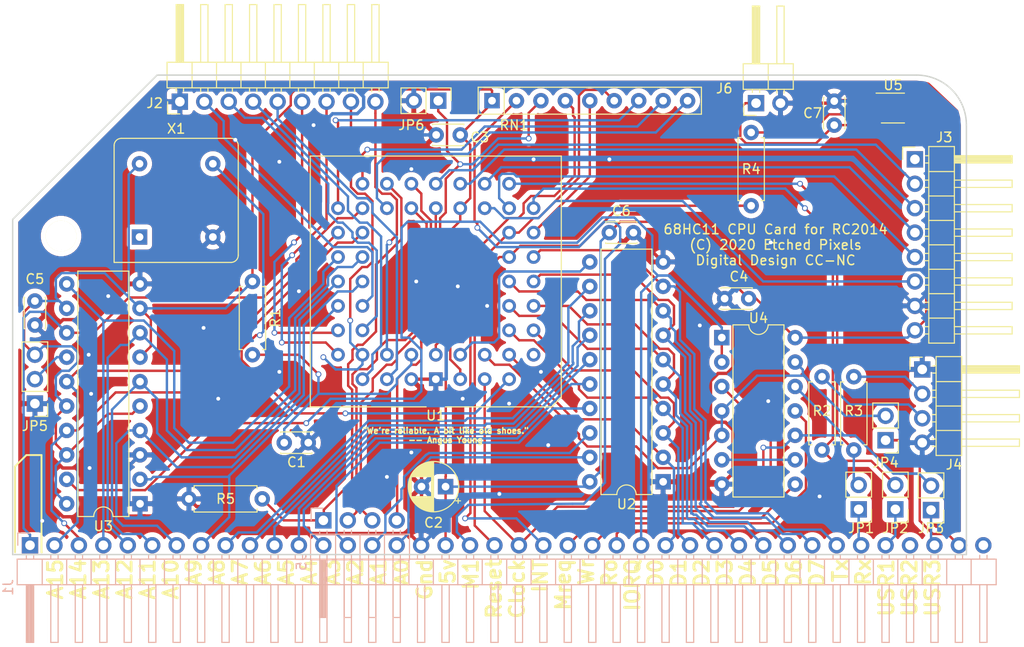
<source format=kicad_pcb>
(kicad_pcb (version 20171130) (host pcbnew 5.1.5-1.fc31)

  (general
    (thickness 1.6)
    (drawings 14)
    (tracks 967)
    (zones 0)
    (modules 32)
    (nets 74)
  )

  (page A4)
  (layers
    (0 F.Cu signal)
    (31 B.Cu signal)
    (32 B.Adhes user)
    (33 F.Adhes user)
    (34 B.Paste user)
    (35 F.Paste user)
    (36 B.SilkS user)
    (37 F.SilkS user)
    (38 B.Mask user)
    (39 F.Mask user)
    (40 Dwgs.User user)
    (41 Cmts.User user)
    (42 Eco1.User user)
    (43 Eco2.User user)
    (44 Edge.Cuts user)
    (45 Margin user)
    (46 B.CrtYd user)
    (47 F.CrtYd user)
    (48 B.Fab user hide)
    (49 F.Fab user hide)
  )

  (setup
    (last_trace_width 0.25)
    (trace_clearance 0.2)
    (zone_clearance 0.508)
    (zone_45_only no)
    (trace_min 0.2)
    (via_size 0.6)
    (via_drill 0.4)
    (via_min_size 0.4)
    (via_min_drill 0.3)
    (uvia_size 0.3)
    (uvia_drill 0.1)
    (uvias_allowed no)
    (uvia_min_size 0.2)
    (uvia_min_drill 0.1)
    (edge_width 0.15)
    (segment_width 0.2)
    (pcb_text_width 0.3)
    (pcb_text_size 1.5 1.5)
    (mod_edge_width 0.15)
    (mod_text_size 1 1)
    (mod_text_width 0.15)
    (pad_size 3.2 3.2)
    (pad_drill 3.2)
    (pad_to_mask_clearance 0.2)
    (aux_axis_origin 0 0)
    (visible_elements 7FFFFFFF)
    (pcbplotparams
      (layerselection 0x010f0_ffffffff)
      (usegerberextensions false)
      (usegerberattributes false)
      (usegerberadvancedattributes false)
      (creategerberjobfile false)
      (excludeedgelayer true)
      (linewidth 0.100000)
      (plotframeref false)
      (viasonmask false)
      (mode 1)
      (useauxorigin false)
      (hpglpennumber 1)
      (hpglpenspeed 20)
      (hpglpendiameter 15.000000)
      (psnegative false)
      (psa4output false)
      (plotreference true)
      (plotvalue true)
      (plotinvisibletext false)
      (padsonsilk false)
      (subtractmaskfromsilk false)
      (outputformat 1)
      (mirror false)
      (drillshape 0)
      (scaleselection 1)
      (outputdirectory "/tmp/hc11"))
  )

  (net 0 "")
  (net 1 GND)
  (net 2 RD)
  (net 3 A15)
  (net 4 A14)
  (net 5 A13)
  (net 6 A12)
  (net 7 A11)
  (net 8 A10)
  (net 9 A9)
  (net 10 A8)
  (net 11 A7)
  (net 12 A6)
  (net 13 A5)
  (net 14 A4)
  (net 15 A3)
  (net 16 IORQ)
  (net 17 D1)
  (net 18 D2)
  (net 19 D3)
  (net 20 D4)
  (net 21 D5)
  (net 22 D6)
  (net 23 D7)
  (net 24 A2)
  (net 25 A1)
  (net 26 A0)
  (net 27 RESET)
  (net 28 CLK)
  (net 29 INT)
  (net 30 MREQ)
  (net 31 WR)
  (net 32 TX)
  (net 33 RX)
  (net 34 D0)
  (net 35 "Net-(C1-Pad1)")
  (net 36 VCC)
  (net 37 "Net-(J1-Pad19)")
  (net 38 E)
  (net 39 "Net-(J1-Pad35)")
  (net 40 "Net-(J1-Pad36)")
  (net 41 "Net-(J1-Pad39)")
  (net 42 PE7)
  (net 43 PE6)
  (net 44 PE5)
  (net 45 PE4)
  (net 46 PE3)
  (net 47 PE2)
  (net 48 PE1)
  (net 49 PE0)
  (net 50 CS1)
  (net 51 CS0)
  (net 52 SCK)
  (net 53 MISO)
  (net 54 MOSI)
  (net 55 "Net-(J4-Pad2)")
  (net 56 "Net-(J4-Pad3)")
  (net 57 A16)
  (net 58 A17)
  (net 59 A18)
  (net 60 A19)
  (net 61 RW)
  (net 62 "Net-(RN1-Pad4)")
  (net 63 "Net-(RN1-Pad5)")
  (net 64 "Net-(RN1-Pad7)")
  (net 65 "Net-(RN1-Pad8)")
  (net 66 "Net-(RN1-Pad9)")
  (net 67 "Net-(U1-Pad4)")
  (net 68 "Net-(J1-Pad38)")
  (net 69 "Net-(U4-Pad6)")
  (net 70 "Net-(C7-Pad1)")
  (net 71 "Net-(R4-Pad2)")
  (net 72 "Net-(JP5-Pad2)")
  (net 73 "Net-(JP6-Pad1)")

  (net_class Default "This is the default net class."
    (clearance 0.2)
    (trace_width 0.25)
    (via_dia 0.6)
    (via_drill 0.4)
    (uvia_dia 0.3)
    (uvia_drill 0.1)
    (add_net A0)
    (add_net A1)
    (add_net A10)
    (add_net A11)
    (add_net A12)
    (add_net A13)
    (add_net A14)
    (add_net A15)
    (add_net A16)
    (add_net A17)
    (add_net A18)
    (add_net A19)
    (add_net A2)
    (add_net A3)
    (add_net A4)
    (add_net A5)
    (add_net A6)
    (add_net A7)
    (add_net A8)
    (add_net A9)
    (add_net CLK)
    (add_net CS0)
    (add_net CS1)
    (add_net D0)
    (add_net D1)
    (add_net D2)
    (add_net D3)
    (add_net D4)
    (add_net D5)
    (add_net D6)
    (add_net D7)
    (add_net E)
    (add_net INT)
    (add_net IORQ)
    (add_net MISO)
    (add_net MOSI)
    (add_net MREQ)
    (add_net "Net-(C1-Pad1)")
    (add_net "Net-(C7-Pad1)")
    (add_net "Net-(J1-Pad19)")
    (add_net "Net-(J1-Pad35)")
    (add_net "Net-(J1-Pad36)")
    (add_net "Net-(J1-Pad38)")
    (add_net "Net-(J1-Pad39)")
    (add_net "Net-(J4-Pad2)")
    (add_net "Net-(J4-Pad3)")
    (add_net "Net-(JP5-Pad2)")
    (add_net "Net-(JP6-Pad1)")
    (add_net "Net-(R4-Pad2)")
    (add_net "Net-(RN1-Pad4)")
    (add_net "Net-(RN1-Pad5)")
    (add_net "Net-(RN1-Pad7)")
    (add_net "Net-(RN1-Pad8)")
    (add_net "Net-(RN1-Pad9)")
    (add_net "Net-(U1-Pad4)")
    (add_net "Net-(U4-Pad6)")
    (add_net PE0)
    (add_net PE1)
    (add_net PE2)
    (add_net PE3)
    (add_net PE4)
    (add_net PE5)
    (add_net PE6)
    (add_net PE7)
    (add_net RD)
    (add_net RESET)
    (add_net RW)
    (add_net RX)
    (add_net SCK)
    (add_net TX)
    (add_net VCC)
    (add_net WR)
  )

  (net_class Power ""
    (clearance 0.2)
    (trace_width 0.35)
    (via_dia 0.6)
    (via_drill 0.4)
    (uvia_dia 0.3)
    (uvia_drill 0.1)
    (add_net GND)
  )

  (module Connector_PinHeader_2.54mm:PinHeader_1x02_P2.54mm_Horizontal (layer F.Cu) (tedit 59FED5CB) (tstamp 5E38BB04)
    (at 231.14 106.426 90)
    (descr "Through hole angled pin header, 1x02, 2.54mm pitch, 6mm pin length, single row")
    (tags "Through hole angled pin header THT 1x02 2.54mm single row")
    (path /5E5574D5)
    (fp_text reference J6 (at 1.524 -3.302 180) (layer F.SilkS)
      (effects (font (size 1 1) (thickness 0.15)))
    )
    (fp_text value Conn_01x02_Male (at 4.385 4.81 90) (layer F.Fab)
      (effects (font (size 1 1) (thickness 0.15)))
    )
    (fp_line (start 2.135 -1.27) (end 4.04 -1.27) (layer F.Fab) (width 0.1))
    (fp_line (start 4.04 -1.27) (end 4.04 3.81) (layer F.Fab) (width 0.1))
    (fp_line (start 4.04 3.81) (end 1.5 3.81) (layer F.Fab) (width 0.1))
    (fp_line (start 1.5 3.81) (end 1.5 -0.635) (layer F.Fab) (width 0.1))
    (fp_line (start 1.5 -0.635) (end 2.135 -1.27) (layer F.Fab) (width 0.1))
    (fp_line (start -0.32 -0.32) (end 1.5 -0.32) (layer F.Fab) (width 0.1))
    (fp_line (start -0.32 -0.32) (end -0.32 0.32) (layer F.Fab) (width 0.1))
    (fp_line (start -0.32 0.32) (end 1.5 0.32) (layer F.Fab) (width 0.1))
    (fp_line (start 4.04 -0.32) (end 10.04 -0.32) (layer F.Fab) (width 0.1))
    (fp_line (start 10.04 -0.32) (end 10.04 0.32) (layer F.Fab) (width 0.1))
    (fp_line (start 4.04 0.32) (end 10.04 0.32) (layer F.Fab) (width 0.1))
    (fp_line (start -0.32 2.22) (end 1.5 2.22) (layer F.Fab) (width 0.1))
    (fp_line (start -0.32 2.22) (end -0.32 2.86) (layer F.Fab) (width 0.1))
    (fp_line (start -0.32 2.86) (end 1.5 2.86) (layer F.Fab) (width 0.1))
    (fp_line (start 4.04 2.22) (end 10.04 2.22) (layer F.Fab) (width 0.1))
    (fp_line (start 10.04 2.22) (end 10.04 2.86) (layer F.Fab) (width 0.1))
    (fp_line (start 4.04 2.86) (end 10.04 2.86) (layer F.Fab) (width 0.1))
    (fp_line (start 1.44 -1.33) (end 1.44 3.87) (layer F.SilkS) (width 0.12))
    (fp_line (start 1.44 3.87) (end 4.1 3.87) (layer F.SilkS) (width 0.12))
    (fp_line (start 4.1 3.87) (end 4.1 -1.33) (layer F.SilkS) (width 0.12))
    (fp_line (start 4.1 -1.33) (end 1.44 -1.33) (layer F.SilkS) (width 0.12))
    (fp_line (start 4.1 -0.38) (end 10.1 -0.38) (layer F.SilkS) (width 0.12))
    (fp_line (start 10.1 -0.38) (end 10.1 0.38) (layer F.SilkS) (width 0.12))
    (fp_line (start 10.1 0.38) (end 4.1 0.38) (layer F.SilkS) (width 0.12))
    (fp_line (start 4.1 -0.32) (end 10.1 -0.32) (layer F.SilkS) (width 0.12))
    (fp_line (start 4.1 -0.2) (end 10.1 -0.2) (layer F.SilkS) (width 0.12))
    (fp_line (start 4.1 -0.08) (end 10.1 -0.08) (layer F.SilkS) (width 0.12))
    (fp_line (start 4.1 0.04) (end 10.1 0.04) (layer F.SilkS) (width 0.12))
    (fp_line (start 4.1 0.16) (end 10.1 0.16) (layer F.SilkS) (width 0.12))
    (fp_line (start 4.1 0.28) (end 10.1 0.28) (layer F.SilkS) (width 0.12))
    (fp_line (start 1.11 -0.38) (end 1.44 -0.38) (layer F.SilkS) (width 0.12))
    (fp_line (start 1.11 0.38) (end 1.44 0.38) (layer F.SilkS) (width 0.12))
    (fp_line (start 1.44 1.27) (end 4.1 1.27) (layer F.SilkS) (width 0.12))
    (fp_line (start 4.1 2.16) (end 10.1 2.16) (layer F.SilkS) (width 0.12))
    (fp_line (start 10.1 2.16) (end 10.1 2.92) (layer F.SilkS) (width 0.12))
    (fp_line (start 10.1 2.92) (end 4.1 2.92) (layer F.SilkS) (width 0.12))
    (fp_line (start 1.042929 2.16) (end 1.44 2.16) (layer F.SilkS) (width 0.12))
    (fp_line (start 1.042929 2.92) (end 1.44 2.92) (layer F.SilkS) (width 0.12))
    (fp_line (start -1.27 0) (end -1.27 -1.27) (layer F.SilkS) (width 0.12))
    (fp_line (start -1.27 -1.27) (end 0 -1.27) (layer F.SilkS) (width 0.12))
    (fp_line (start -1.8 -1.8) (end -1.8 4.35) (layer F.CrtYd) (width 0.05))
    (fp_line (start -1.8 4.35) (end 10.55 4.35) (layer F.CrtYd) (width 0.05))
    (fp_line (start 10.55 4.35) (end 10.55 -1.8) (layer F.CrtYd) (width 0.05))
    (fp_line (start 10.55 -1.8) (end -1.8 -1.8) (layer F.CrtYd) (width 0.05))
    (fp_text user %R (at 2.77 1.27) (layer F.Fab)
      (effects (font (size 1 1) (thickness 0.15)))
    )
    (pad 1 thru_hole rect (at 0 0 90) (size 1.7 1.7) (drill 1) (layers *.Cu *.Mask)
      (net 70 "Net-(C7-Pad1)"))
    (pad 2 thru_hole oval (at 0 2.54 90) (size 1.7 1.7) (drill 1) (layers *.Cu *.Mask)
      (net 1 GND))
    (model ${KISYS3DMOD}/Connector_PinHeader_2.54mm.3dshapes/PinHeader_1x02_P2.54mm_Horizontal.wrl
      (at (xyz 0 0 0))
      (scale (xyz 1 1 1))
      (rotate (xyz 0 0 0))
    )
  )

  (module Package_DIP:DIP-20_W7.62mm (layer F.Cu) (tedit 5A02E8C5) (tstamp 5D767F39)
    (at 221.488 145.796 180)
    (descr "20-lead though-hole mounted DIP package, row spacing 7.62 mm (300 mils)")
    (tags "THT DIP DIL PDIP 2.54mm 7.62mm 300mil")
    (path /5D76FC2B)
    (fp_text reference U2 (at 3.81 -2.33) (layer F.SilkS)
      (effects (font (size 1 1) (thickness 0.15)))
    )
    (fp_text value 74HC573 (at 3.81 25.19) (layer F.Fab)
      (effects (font (size 1 1) (thickness 0.15)))
    )
    (fp_text user %R (at 3.81 11.43) (layer F.Fab)
      (effects (font (size 1 1) (thickness 0.15)))
    )
    (fp_line (start 8.7 -1.55) (end -1.1 -1.55) (layer F.CrtYd) (width 0.05))
    (fp_line (start 8.7 24.4) (end 8.7 -1.55) (layer F.CrtYd) (width 0.05))
    (fp_line (start -1.1 24.4) (end 8.7 24.4) (layer F.CrtYd) (width 0.05))
    (fp_line (start -1.1 -1.55) (end -1.1 24.4) (layer F.CrtYd) (width 0.05))
    (fp_line (start 6.46 -1.33) (end 4.81 -1.33) (layer F.SilkS) (width 0.12))
    (fp_line (start 6.46 24.19) (end 6.46 -1.33) (layer F.SilkS) (width 0.12))
    (fp_line (start 1.16 24.19) (end 6.46 24.19) (layer F.SilkS) (width 0.12))
    (fp_line (start 1.16 -1.33) (end 1.16 24.19) (layer F.SilkS) (width 0.12))
    (fp_line (start 2.81 -1.33) (end 1.16 -1.33) (layer F.SilkS) (width 0.12))
    (fp_line (start 0.635 -0.27) (end 1.635 -1.27) (layer F.Fab) (width 0.1))
    (fp_line (start 0.635 24.13) (end 0.635 -0.27) (layer F.Fab) (width 0.1))
    (fp_line (start 6.985 24.13) (end 0.635 24.13) (layer F.Fab) (width 0.1))
    (fp_line (start 6.985 -1.27) (end 6.985 24.13) (layer F.Fab) (width 0.1))
    (fp_line (start 1.635 -1.27) (end 6.985 -1.27) (layer F.Fab) (width 0.1))
    (fp_arc (start 3.81 -1.33) (end 2.81 -1.33) (angle -180) (layer F.SilkS) (width 0.12))
    (pad 20 thru_hole oval (at 7.62 0 180) (size 1.6 1.6) (drill 0.8) (layers *.Cu *.Mask)
      (net 36 VCC))
    (pad 10 thru_hole oval (at 0 22.86 180) (size 1.6 1.6) (drill 0.8) (layers *.Cu *.Mask)
      (net 1 GND))
    (pad 19 thru_hole oval (at 7.62 2.54 180) (size 1.6 1.6) (drill 0.8) (layers *.Cu *.Mask)
      (net 26 A0))
    (pad 9 thru_hole oval (at 0 20.32 180) (size 1.6 1.6) (drill 0.8) (layers *.Cu *.Mask)
      (net 23 D7))
    (pad 18 thru_hole oval (at 7.62 5.08 180) (size 1.6 1.6) (drill 0.8) (layers *.Cu *.Mask)
      (net 25 A1))
    (pad 8 thru_hole oval (at 0 17.78 180) (size 1.6 1.6) (drill 0.8) (layers *.Cu *.Mask)
      (net 22 D6))
    (pad 17 thru_hole oval (at 7.62 7.62 180) (size 1.6 1.6) (drill 0.8) (layers *.Cu *.Mask)
      (net 24 A2))
    (pad 7 thru_hole oval (at 0 15.24 180) (size 1.6 1.6) (drill 0.8) (layers *.Cu *.Mask)
      (net 21 D5))
    (pad 16 thru_hole oval (at 7.62 10.16 180) (size 1.6 1.6) (drill 0.8) (layers *.Cu *.Mask)
      (net 15 A3))
    (pad 6 thru_hole oval (at 0 12.7 180) (size 1.6 1.6) (drill 0.8) (layers *.Cu *.Mask)
      (net 20 D4))
    (pad 15 thru_hole oval (at 7.62 12.7 180) (size 1.6 1.6) (drill 0.8) (layers *.Cu *.Mask)
      (net 14 A4))
    (pad 5 thru_hole oval (at 0 10.16 180) (size 1.6 1.6) (drill 0.8) (layers *.Cu *.Mask)
      (net 19 D3))
    (pad 14 thru_hole oval (at 7.62 15.24 180) (size 1.6 1.6) (drill 0.8) (layers *.Cu *.Mask)
      (net 13 A5))
    (pad 4 thru_hole oval (at 0 7.62 180) (size 1.6 1.6) (drill 0.8) (layers *.Cu *.Mask)
      (net 18 D2))
    (pad 13 thru_hole oval (at 7.62 17.78 180) (size 1.6 1.6) (drill 0.8) (layers *.Cu *.Mask)
      (net 12 A6))
    (pad 3 thru_hole oval (at 0 5.08 180) (size 1.6 1.6) (drill 0.8) (layers *.Cu *.Mask)
      (net 17 D1))
    (pad 12 thru_hole oval (at 7.62 20.32 180) (size 1.6 1.6) (drill 0.8) (layers *.Cu *.Mask)
      (net 11 A7))
    (pad 2 thru_hole oval (at 0 2.54 180) (size 1.6 1.6) (drill 0.8) (layers *.Cu *.Mask)
      (net 34 D0))
    (pad 11 thru_hole oval (at 7.62 22.86 180) (size 1.6 1.6) (drill 0.8) (layers *.Cu *.Mask)
      (net 67 "Net-(U1-Pad4)"))
    (pad 1 thru_hole rect (at 0 0 180) (size 1.6 1.6) (drill 0.8) (layers *.Cu *.Mask)
      (net 1 GND))
    (model ${KISYS3DMOD}/Package_DIP.3dshapes/DIP-20_W7.62mm.wrl
      (at (xyz 0 0 0))
      (scale (xyz 1 1 1))
      (rotate (xyz 0 0 0))
    )
  )

  (module Package_DIP:DIP-20_W7.62mm (layer F.Cu) (tedit 5A02E8C5) (tstamp 5D767C09)
    (at 167.132 148.082 180)
    (descr "20-lead though-hole mounted DIP package, row spacing 7.62 mm (300 mils)")
    (tags "THT DIP DIL PDIP 2.54mm 7.62mm 300mil")
    (path /5D79C923)
    (fp_text reference U3 (at 3.81 -2.33) (layer F.SilkS)
      (effects (font (size 1 1) (thickness 0.15)))
    )
    (fp_text value 74HC688 (at 3.81 25.19) (layer F.Fab)
      (effects (font (size 1 1) (thickness 0.15)))
    )
    (fp_arc (start 3.81 -1.33) (end 2.81 -1.33) (angle -180) (layer F.SilkS) (width 0.12))
    (fp_line (start 1.635 -1.27) (end 6.985 -1.27) (layer F.Fab) (width 0.1))
    (fp_line (start 6.985 -1.27) (end 6.985 24.13) (layer F.Fab) (width 0.1))
    (fp_line (start 6.985 24.13) (end 0.635 24.13) (layer F.Fab) (width 0.1))
    (fp_line (start 0.635 24.13) (end 0.635 -0.27) (layer F.Fab) (width 0.1))
    (fp_line (start 0.635 -0.27) (end 1.635 -1.27) (layer F.Fab) (width 0.1))
    (fp_line (start 2.81 -1.33) (end 1.16 -1.33) (layer F.SilkS) (width 0.12))
    (fp_line (start 1.16 -1.33) (end 1.16 24.19) (layer F.SilkS) (width 0.12))
    (fp_line (start 1.16 24.19) (end 6.46 24.19) (layer F.SilkS) (width 0.12))
    (fp_line (start 6.46 24.19) (end 6.46 -1.33) (layer F.SilkS) (width 0.12))
    (fp_line (start 6.46 -1.33) (end 4.81 -1.33) (layer F.SilkS) (width 0.12))
    (fp_line (start -1.1 -1.55) (end -1.1 24.4) (layer F.CrtYd) (width 0.05))
    (fp_line (start -1.1 24.4) (end 8.7 24.4) (layer F.CrtYd) (width 0.05))
    (fp_line (start 8.7 24.4) (end 8.7 -1.55) (layer F.CrtYd) (width 0.05))
    (fp_line (start 8.7 -1.55) (end -1.1 -1.55) (layer F.CrtYd) (width 0.05))
    (fp_text user %R (at 3.81 11.43) (layer F.Fab)
      (effects (font (size 1 1) (thickness 0.15)))
    )
    (pad 1 thru_hole rect (at 0 0 180) (size 1.6 1.6) (drill 0.8) (layers *.Cu *.Mask)
      (net 1 GND))
    (pad 11 thru_hole oval (at 7.62 22.86 180) (size 1.6 1.6) (drill 0.8) (layers *.Cu *.Mask)
      (net 6 A12))
    (pad 2 thru_hole oval (at 0 2.54 180) (size 1.6 1.6) (drill 0.8) (layers *.Cu *.Mask)
      (net 10 A8))
    (pad 12 thru_hole oval (at 7.62 20.32 180) (size 1.6 1.6) (drill 0.8) (layers *.Cu *.Mask)
      (net 36 VCC))
    (pad 3 thru_hole oval (at 0 5.08 180) (size 1.6 1.6) (drill 0.8) (layers *.Cu *.Mask)
      (net 1 GND))
    (pad 13 thru_hole oval (at 7.62 17.78 180) (size 1.6 1.6) (drill 0.8) (layers *.Cu *.Mask)
      (net 3 A15))
    (pad 4 thru_hole oval (at 0 7.62 180) (size 1.6 1.6) (drill 0.8) (layers *.Cu *.Mask)
      (net 9 A9))
    (pad 14 thru_hole oval (at 7.62 15.24 180) (size 1.6 1.6) (drill 0.8) (layers *.Cu *.Mask)
      (net 72 "Net-(JP5-Pad2)"))
    (pad 5 thru_hole oval (at 0 10.16 180) (size 1.6 1.6) (drill 0.8) (layers *.Cu *.Mask)
      (net 36 VCC))
    (pad 15 thru_hole oval (at 7.62 12.7 180) (size 1.6 1.6) (drill 0.8) (layers *.Cu *.Mask)
      (net 4 A14))
    (pad 6 thru_hole oval (at 0 12.7 180) (size 1.6 1.6) (drill 0.8) (layers *.Cu *.Mask)
      (net 8 A10))
    (pad 16 thru_hole oval (at 7.62 10.16 180) (size 1.6 1.6) (drill 0.8) (layers *.Cu *.Mask)
      (net 36 VCC))
    (pad 7 thru_hole oval (at 0 15.24 180) (size 1.6 1.6) (drill 0.8) (layers *.Cu *.Mask)
      (net 36 VCC))
    (pad 17 thru_hole oval (at 7.62 7.62 180) (size 1.6 1.6) (drill 0.8) (layers *.Cu *.Mask)
      (net 5 A13))
    (pad 8 thru_hole oval (at 0 17.78 180) (size 1.6 1.6) (drill 0.8) (layers *.Cu *.Mask)
      (net 7 A11))
    (pad 18 thru_hole oval (at 7.62 5.08 180) (size 1.6 1.6) (drill 0.8) (layers *.Cu *.Mask)
      (net 36 VCC))
    (pad 9 thru_hole oval (at 0 20.32 180) (size 1.6 1.6) (drill 0.8) (layers *.Cu *.Mask)
      (net 36 VCC))
    (pad 19 thru_hole oval (at 7.62 2.54 180) (size 1.6 1.6) (drill 0.8) (layers *.Cu *.Mask)
      (net 16 IORQ))
    (pad 10 thru_hole oval (at 0 22.86 180) (size 1.6 1.6) (drill 0.8) (layers *.Cu *.Mask)
      (net 1 GND))
    (pad 20 thru_hole oval (at 7.62 0 180) (size 1.6 1.6) (drill 0.8) (layers *.Cu *.Mask)
      (net 36 VCC))
    (model ${KISYS3DMOD}/Package_DIP.3dshapes/DIP-20_W7.62mm.wrl
      (at (xyz 0 0 0))
      (scale (xyz 1 1 1))
      (rotate (xyz 0 0 0))
    )
  )

  (module Oscillator:Oscillator_DIP-8 (layer F.Cu) (tedit 58CD3344) (tstamp 5D767B37)
    (at 167.0812 120.3452)
    (descr "Oscillator, DIP8,http://cdn-reichelt.de/documents/datenblatt/B400/OSZI.pdf")
    (tags oscillator)
    (path /5D83E161)
    (fp_text reference X1 (at 3.81 -11.26) (layer F.SilkS)
      (effects (font (size 1 1) (thickness 0.15)))
    )
    (fp_text value 7.3728MHz (at 3.81 3.74) (layer F.Fab)
      (effects (font (size 1 1) (thickness 0.15)))
    )
    (fp_text user %R (at 3.81 -3.81) (layer F.Fab)
      (effects (font (size 1 1) (thickness 0.15)))
    )
    (fp_line (start 10.41 2.79) (end 10.41 -10.41) (layer F.CrtYd) (width 0.05))
    (fp_line (start 10.41 -10.41) (end -2.79 -10.41) (layer F.CrtYd) (width 0.05))
    (fp_line (start -2.79 -10.41) (end -2.79 2.79) (layer F.CrtYd) (width 0.05))
    (fp_line (start -2.79 2.79) (end 10.41 2.79) (layer F.CrtYd) (width 0.05))
    (fp_line (start 9.16 1.19) (end 9.16 -8.81) (layer F.Fab) (width 0.1))
    (fp_line (start -1.19 -9.16) (end 8.81 -9.16) (layer F.Fab) (width 0.1))
    (fp_line (start -1.54 1.54) (end -1.54 -8.81) (layer F.Fab) (width 0.1))
    (fp_line (start -1.54 1.54) (end 8.81 1.54) (layer F.Fab) (width 0.1))
    (fp_line (start -2.64 -9.51) (end -2.64 2.64) (layer F.SilkS) (width 0.12))
    (fp_line (start 9.51 -10.26) (end -1.89 -10.26) (layer F.SilkS) (width 0.12))
    (fp_line (start 10.26 1.89) (end 10.26 -9.51) (layer F.SilkS) (width 0.12))
    (fp_line (start -2.64 2.64) (end 9.51 2.64) (layer F.SilkS) (width 0.12))
    (fp_line (start -2.54 2.54) (end 9.51 2.54) (layer F.Fab) (width 0.1))
    (fp_line (start 10.16 -9.51) (end 10.16 1.89) (layer F.Fab) (width 0.1))
    (fp_line (start -1.89 -10.16) (end 9.51 -10.16) (layer F.Fab) (width 0.1))
    (fp_line (start -2.54 2.54) (end -2.54 -9.51) (layer F.Fab) (width 0.1))
    (fp_arc (start 8.81 1.19) (end 9.16 1.19) (angle 90) (layer F.Fab) (width 0.1))
    (fp_arc (start 8.81 -8.81) (end 8.81 -9.16) (angle 90) (layer F.Fab) (width 0.1))
    (fp_arc (start -1.19 -8.81) (end -1.54 -8.81) (angle 90) (layer F.Fab) (width 0.1))
    (fp_arc (start 9.51 1.89) (end 10.26 1.89) (angle 90) (layer F.SilkS) (width 0.12))
    (fp_arc (start 9.51 -9.51) (end 9.51 -10.26) (angle 90) (layer F.SilkS) (width 0.12))
    (fp_arc (start -1.89 -9.51) (end -2.64 -9.51) (angle 90) (layer F.SilkS) (width 0.12))
    (fp_arc (start 9.51 1.89) (end 10.16 1.89) (angle 90) (layer F.Fab) (width 0.1))
    (fp_arc (start 9.51 -9.51) (end 9.51 -10.16) (angle 90) (layer F.Fab) (width 0.1))
    (fp_arc (start -1.89 -9.51) (end -2.54 -9.51) (angle 90) (layer F.Fab) (width 0.1))
    (pad 1 thru_hole rect (at 0 0) (size 1.6 1.6) (drill 0.8) (layers *.Cu *.Mask))
    (pad 8 thru_hole circle (at 0 -7.62) (size 1.6 1.6) (drill 0.8) (layers *.Cu *.Mask)
      (net 36 VCC))
    (pad 5 thru_hole circle (at 7.62 -7.62) (size 1.6 1.6) (drill 0.8) (layers *.Cu *.Mask)
      (net 28 CLK))
    (pad 4 thru_hole circle (at 7.62 0) (size 1.6 1.6) (drill 0.8) (layers *.Cu *.Mask)
      (net 1 GND))
    (model ${KISYS3DMOD}/Oscillator.3dshapes/Oscillator_DIP-8.wrl
      (at (xyz 0 0 0))
      (scale (xyz 1 1 1))
      (rotate (xyz 0 0 0))
    )
  )

  (module Connector_PinHeader_2.54mm:PinHeader_1x40_P2.54mm_Horizontal (layer B.Cu) (tedit 59FED5CB) (tstamp 5D4E77A0)
    (at 155.702 152.4 270)
    (descr "Through hole angled pin header, 1x40, 2.54mm pitch, 6mm pin length, single row")
    (tags "Through hole angled pin header THT 1x40 2.54mm single row")
    (path /5D4D81A3)
    (fp_text reference J1 (at 4.385 2.27 270) (layer B.SilkS)
      (effects (font (size 1 1) (thickness 0.15)) (justify mirror))
    )
    (fp_text value Conn_01x40 (at 4.385 -101.33 270) (layer B.Fab)
      (effects (font (size 1 1) (thickness 0.15)) (justify mirror))
    )
    (fp_line (start 2.135 1.27) (end 4.04 1.27) (layer B.Fab) (width 0.1))
    (fp_line (start 4.04 1.27) (end 4.04 -100.33) (layer B.Fab) (width 0.1))
    (fp_line (start 4.04 -100.33) (end 1.5 -100.33) (layer B.Fab) (width 0.1))
    (fp_line (start 1.5 -100.33) (end 1.5 0.635) (layer B.Fab) (width 0.1))
    (fp_line (start 1.5 0.635) (end 2.135 1.27) (layer B.Fab) (width 0.1))
    (fp_line (start -0.32 0.32) (end 1.5 0.32) (layer B.Fab) (width 0.1))
    (fp_line (start -0.32 0.32) (end -0.32 -0.32) (layer B.Fab) (width 0.1))
    (fp_line (start -0.32 -0.32) (end 1.5 -0.32) (layer B.Fab) (width 0.1))
    (fp_line (start 4.04 0.32) (end 10.04 0.32) (layer B.Fab) (width 0.1))
    (fp_line (start 10.04 0.32) (end 10.04 -0.32) (layer B.Fab) (width 0.1))
    (fp_line (start 4.04 -0.32) (end 10.04 -0.32) (layer B.Fab) (width 0.1))
    (fp_line (start -0.32 -2.22) (end 1.5 -2.22) (layer B.Fab) (width 0.1))
    (fp_line (start -0.32 -2.22) (end -0.32 -2.86) (layer B.Fab) (width 0.1))
    (fp_line (start -0.32 -2.86) (end 1.5 -2.86) (layer B.Fab) (width 0.1))
    (fp_line (start 4.04 -2.22) (end 10.04 -2.22) (layer B.Fab) (width 0.1))
    (fp_line (start 10.04 -2.22) (end 10.04 -2.86) (layer B.Fab) (width 0.1))
    (fp_line (start 4.04 -2.86) (end 10.04 -2.86) (layer B.Fab) (width 0.1))
    (fp_line (start -0.32 -4.76) (end 1.5 -4.76) (layer B.Fab) (width 0.1))
    (fp_line (start -0.32 -4.76) (end -0.32 -5.4) (layer B.Fab) (width 0.1))
    (fp_line (start -0.32 -5.4) (end 1.5 -5.4) (layer B.Fab) (width 0.1))
    (fp_line (start 4.04 -4.76) (end 10.04 -4.76) (layer B.Fab) (width 0.1))
    (fp_line (start 10.04 -4.76) (end 10.04 -5.4) (layer B.Fab) (width 0.1))
    (fp_line (start 4.04 -5.4) (end 10.04 -5.4) (layer B.Fab) (width 0.1))
    (fp_line (start -0.32 -7.3) (end 1.5 -7.3) (layer B.Fab) (width 0.1))
    (fp_line (start -0.32 -7.3) (end -0.32 -7.94) (layer B.Fab) (width 0.1))
    (fp_line (start -0.32 -7.94) (end 1.5 -7.94) (layer B.Fab) (width 0.1))
    (fp_line (start 4.04 -7.3) (end 10.04 -7.3) (layer B.Fab) (width 0.1))
    (fp_line (start 10.04 -7.3) (end 10.04 -7.94) (layer B.Fab) (width 0.1))
    (fp_line (start 4.04 -7.94) (end 10.04 -7.94) (layer B.Fab) (width 0.1))
    (fp_line (start -0.32 -9.84) (end 1.5 -9.84) (layer B.Fab) (width 0.1))
    (fp_line (start -0.32 -9.84) (end -0.32 -10.48) (layer B.Fab) (width 0.1))
    (fp_line (start -0.32 -10.48) (end 1.5 -10.48) (layer B.Fab) (width 0.1))
    (fp_line (start 4.04 -9.84) (end 10.04 -9.84) (layer B.Fab) (width 0.1))
    (fp_line (start 10.04 -9.84) (end 10.04 -10.48) (layer B.Fab) (width 0.1))
    (fp_line (start 4.04 -10.48) (end 10.04 -10.48) (layer B.Fab) (width 0.1))
    (fp_line (start -0.32 -12.38) (end 1.5 -12.38) (layer B.Fab) (width 0.1))
    (fp_line (start -0.32 -12.38) (end -0.32 -13.02) (layer B.Fab) (width 0.1))
    (fp_line (start -0.32 -13.02) (end 1.5 -13.02) (layer B.Fab) (width 0.1))
    (fp_line (start 4.04 -12.38) (end 10.04 -12.38) (layer B.Fab) (width 0.1))
    (fp_line (start 10.04 -12.38) (end 10.04 -13.02) (layer B.Fab) (width 0.1))
    (fp_line (start 4.04 -13.02) (end 10.04 -13.02) (layer B.Fab) (width 0.1))
    (fp_line (start -0.32 -14.92) (end 1.5 -14.92) (layer B.Fab) (width 0.1))
    (fp_line (start -0.32 -14.92) (end -0.32 -15.56) (layer B.Fab) (width 0.1))
    (fp_line (start -0.32 -15.56) (end 1.5 -15.56) (layer B.Fab) (width 0.1))
    (fp_line (start 4.04 -14.92) (end 10.04 -14.92) (layer B.Fab) (width 0.1))
    (fp_line (start 10.04 -14.92) (end 10.04 -15.56) (layer B.Fab) (width 0.1))
    (fp_line (start 4.04 -15.56) (end 10.04 -15.56) (layer B.Fab) (width 0.1))
    (fp_line (start -0.32 -17.46) (end 1.5 -17.46) (layer B.Fab) (width 0.1))
    (fp_line (start -0.32 -17.46) (end -0.32 -18.1) (layer B.Fab) (width 0.1))
    (fp_line (start -0.32 -18.1) (end 1.5 -18.1) (layer B.Fab) (width 0.1))
    (fp_line (start 4.04 -17.46) (end 10.04 -17.46) (layer B.Fab) (width 0.1))
    (fp_line (start 10.04 -17.46) (end 10.04 -18.1) (layer B.Fab) (width 0.1))
    (fp_line (start 4.04 -18.1) (end 10.04 -18.1) (layer B.Fab) (width 0.1))
    (fp_line (start -0.32 -20) (end 1.5 -20) (layer B.Fab) (width 0.1))
    (fp_line (start -0.32 -20) (end -0.32 -20.64) (layer B.Fab) (width 0.1))
    (fp_line (start -0.32 -20.64) (end 1.5 -20.64) (layer B.Fab) (width 0.1))
    (fp_line (start 4.04 -20) (end 10.04 -20) (layer B.Fab) (width 0.1))
    (fp_line (start 10.04 -20) (end 10.04 -20.64) (layer B.Fab) (width 0.1))
    (fp_line (start 4.04 -20.64) (end 10.04 -20.64) (layer B.Fab) (width 0.1))
    (fp_line (start -0.32 -22.54) (end 1.5 -22.54) (layer B.Fab) (width 0.1))
    (fp_line (start -0.32 -22.54) (end -0.32 -23.18) (layer B.Fab) (width 0.1))
    (fp_line (start -0.32 -23.18) (end 1.5 -23.18) (layer B.Fab) (width 0.1))
    (fp_line (start 4.04 -22.54) (end 10.04 -22.54) (layer B.Fab) (width 0.1))
    (fp_line (start 10.04 -22.54) (end 10.04 -23.18) (layer B.Fab) (width 0.1))
    (fp_line (start 4.04 -23.18) (end 10.04 -23.18) (layer B.Fab) (width 0.1))
    (fp_line (start -0.32 -25.08) (end 1.5 -25.08) (layer B.Fab) (width 0.1))
    (fp_line (start -0.32 -25.08) (end -0.32 -25.72) (layer B.Fab) (width 0.1))
    (fp_line (start -0.32 -25.72) (end 1.5 -25.72) (layer B.Fab) (width 0.1))
    (fp_line (start 4.04 -25.08) (end 10.04 -25.08) (layer B.Fab) (width 0.1))
    (fp_line (start 10.04 -25.08) (end 10.04 -25.72) (layer B.Fab) (width 0.1))
    (fp_line (start 4.04 -25.72) (end 10.04 -25.72) (layer B.Fab) (width 0.1))
    (fp_line (start -0.32 -27.62) (end 1.5 -27.62) (layer B.Fab) (width 0.1))
    (fp_line (start -0.32 -27.62) (end -0.32 -28.26) (layer B.Fab) (width 0.1))
    (fp_line (start -0.32 -28.26) (end 1.5 -28.26) (layer B.Fab) (width 0.1))
    (fp_line (start 4.04 -27.62) (end 10.04 -27.62) (layer B.Fab) (width 0.1))
    (fp_line (start 10.04 -27.62) (end 10.04 -28.26) (layer B.Fab) (width 0.1))
    (fp_line (start 4.04 -28.26) (end 10.04 -28.26) (layer B.Fab) (width 0.1))
    (fp_line (start -0.32 -30.16) (end 1.5 -30.16) (layer B.Fab) (width 0.1))
    (fp_line (start -0.32 -30.16) (end -0.32 -30.8) (layer B.Fab) (width 0.1))
    (fp_line (start -0.32 -30.8) (end 1.5 -30.8) (layer B.Fab) (width 0.1))
    (fp_line (start 4.04 -30.16) (end 10.04 -30.16) (layer B.Fab) (width 0.1))
    (fp_line (start 10.04 -30.16) (end 10.04 -30.8) (layer B.Fab) (width 0.1))
    (fp_line (start 4.04 -30.8) (end 10.04 -30.8) (layer B.Fab) (width 0.1))
    (fp_line (start -0.32 -32.7) (end 1.5 -32.7) (layer B.Fab) (width 0.1))
    (fp_line (start -0.32 -32.7) (end -0.32 -33.34) (layer B.Fab) (width 0.1))
    (fp_line (start -0.32 -33.34) (end 1.5 -33.34) (layer B.Fab) (width 0.1))
    (fp_line (start 4.04 -32.7) (end 10.04 -32.7) (layer B.Fab) (width 0.1))
    (fp_line (start 10.04 -32.7) (end 10.04 -33.34) (layer B.Fab) (width 0.1))
    (fp_line (start 4.04 -33.34) (end 10.04 -33.34) (layer B.Fab) (width 0.1))
    (fp_line (start -0.32 -35.24) (end 1.5 -35.24) (layer B.Fab) (width 0.1))
    (fp_line (start -0.32 -35.24) (end -0.32 -35.88) (layer B.Fab) (width 0.1))
    (fp_line (start -0.32 -35.88) (end 1.5 -35.88) (layer B.Fab) (width 0.1))
    (fp_line (start 4.04 -35.24) (end 10.04 -35.24) (layer B.Fab) (width 0.1))
    (fp_line (start 10.04 -35.24) (end 10.04 -35.88) (layer B.Fab) (width 0.1))
    (fp_line (start 4.04 -35.88) (end 10.04 -35.88) (layer B.Fab) (width 0.1))
    (fp_line (start -0.32 -37.78) (end 1.5 -37.78) (layer B.Fab) (width 0.1))
    (fp_line (start -0.32 -37.78) (end -0.32 -38.42) (layer B.Fab) (width 0.1))
    (fp_line (start -0.32 -38.42) (end 1.5 -38.42) (layer B.Fab) (width 0.1))
    (fp_line (start 4.04 -37.78) (end 10.04 -37.78) (layer B.Fab) (width 0.1))
    (fp_line (start 10.04 -37.78) (end 10.04 -38.42) (layer B.Fab) (width 0.1))
    (fp_line (start 4.04 -38.42) (end 10.04 -38.42) (layer B.Fab) (width 0.1))
    (fp_line (start -0.32 -40.32) (end 1.5 -40.32) (layer B.Fab) (width 0.1))
    (fp_line (start -0.32 -40.32) (end -0.32 -40.96) (layer B.Fab) (width 0.1))
    (fp_line (start -0.32 -40.96) (end 1.5 -40.96) (layer B.Fab) (width 0.1))
    (fp_line (start 4.04 -40.32) (end 10.04 -40.32) (layer B.Fab) (width 0.1))
    (fp_line (start 10.04 -40.32) (end 10.04 -40.96) (layer B.Fab) (width 0.1))
    (fp_line (start 4.04 -40.96) (end 10.04 -40.96) (layer B.Fab) (width 0.1))
    (fp_line (start -0.32 -42.86) (end 1.5 -42.86) (layer B.Fab) (width 0.1))
    (fp_line (start -0.32 -42.86) (end -0.32 -43.5) (layer B.Fab) (width 0.1))
    (fp_line (start -0.32 -43.5) (end 1.5 -43.5) (layer B.Fab) (width 0.1))
    (fp_line (start 4.04 -42.86) (end 10.04 -42.86) (layer B.Fab) (width 0.1))
    (fp_line (start 10.04 -42.86) (end 10.04 -43.5) (layer B.Fab) (width 0.1))
    (fp_line (start 4.04 -43.5) (end 10.04 -43.5) (layer B.Fab) (width 0.1))
    (fp_line (start -0.32 -45.4) (end 1.5 -45.4) (layer B.Fab) (width 0.1))
    (fp_line (start -0.32 -45.4) (end -0.32 -46.04) (layer B.Fab) (width 0.1))
    (fp_line (start -0.32 -46.04) (end 1.5 -46.04) (layer B.Fab) (width 0.1))
    (fp_line (start 4.04 -45.4) (end 10.04 -45.4) (layer B.Fab) (width 0.1))
    (fp_line (start 10.04 -45.4) (end 10.04 -46.04) (layer B.Fab) (width 0.1))
    (fp_line (start 4.04 -46.04) (end 10.04 -46.04) (layer B.Fab) (width 0.1))
    (fp_line (start -0.32 -47.94) (end 1.5 -47.94) (layer B.Fab) (width 0.1))
    (fp_line (start -0.32 -47.94) (end -0.32 -48.58) (layer B.Fab) (width 0.1))
    (fp_line (start -0.32 -48.58) (end 1.5 -48.58) (layer B.Fab) (width 0.1))
    (fp_line (start 4.04 -47.94) (end 10.04 -47.94) (layer B.Fab) (width 0.1))
    (fp_line (start 10.04 -47.94) (end 10.04 -48.58) (layer B.Fab) (width 0.1))
    (fp_line (start 4.04 -48.58) (end 10.04 -48.58) (layer B.Fab) (width 0.1))
    (fp_line (start -0.32 -50.48) (end 1.5 -50.48) (layer B.Fab) (width 0.1))
    (fp_line (start -0.32 -50.48) (end -0.32 -51.12) (layer B.Fab) (width 0.1))
    (fp_line (start -0.32 -51.12) (end 1.5 -51.12) (layer B.Fab) (width 0.1))
    (fp_line (start 4.04 -50.48) (end 10.04 -50.48) (layer B.Fab) (width 0.1))
    (fp_line (start 10.04 -50.48) (end 10.04 -51.12) (layer B.Fab) (width 0.1))
    (fp_line (start 4.04 -51.12) (end 10.04 -51.12) (layer B.Fab) (width 0.1))
    (fp_line (start -0.32 -53.02) (end 1.5 -53.02) (layer B.Fab) (width 0.1))
    (fp_line (start -0.32 -53.02) (end -0.32 -53.66) (layer B.Fab) (width 0.1))
    (fp_line (start -0.32 -53.66) (end 1.5 -53.66) (layer B.Fab) (width 0.1))
    (fp_line (start 4.04 -53.02) (end 10.04 -53.02) (layer B.Fab) (width 0.1))
    (fp_line (start 10.04 -53.02) (end 10.04 -53.66) (layer B.Fab) (width 0.1))
    (fp_line (start 4.04 -53.66) (end 10.04 -53.66) (layer B.Fab) (width 0.1))
    (fp_line (start -0.32 -55.56) (end 1.5 -55.56) (layer B.Fab) (width 0.1))
    (fp_line (start -0.32 -55.56) (end -0.32 -56.2) (layer B.Fab) (width 0.1))
    (fp_line (start -0.32 -56.2) (end 1.5 -56.2) (layer B.Fab) (width 0.1))
    (fp_line (start 4.04 -55.56) (end 10.04 -55.56) (layer B.Fab) (width 0.1))
    (fp_line (start 10.04 -55.56) (end 10.04 -56.2) (layer B.Fab) (width 0.1))
    (fp_line (start 4.04 -56.2) (end 10.04 -56.2) (layer B.Fab) (width 0.1))
    (fp_line (start -0.32 -58.1) (end 1.5 -58.1) (layer B.Fab) (width 0.1))
    (fp_line (start -0.32 -58.1) (end -0.32 -58.74) (layer B.Fab) (width 0.1))
    (fp_line (start -0.32 -58.74) (end 1.5 -58.74) (layer B.Fab) (width 0.1))
    (fp_line (start 4.04 -58.1) (end 10.04 -58.1) (layer B.Fab) (width 0.1))
    (fp_line (start 10.04 -58.1) (end 10.04 -58.74) (layer B.Fab) (width 0.1))
    (fp_line (start 4.04 -58.74) (end 10.04 -58.74) (layer B.Fab) (width 0.1))
    (fp_line (start -0.32 -60.64) (end 1.5 -60.64) (layer B.Fab) (width 0.1))
    (fp_line (start -0.32 -60.64) (end -0.32 -61.28) (layer B.Fab) (width 0.1))
    (fp_line (start -0.32 -61.28) (end 1.5 -61.28) (layer B.Fab) (width 0.1))
    (fp_line (start 4.04 -60.64) (end 10.04 -60.64) (layer B.Fab) (width 0.1))
    (fp_line (start 10.04 -60.64) (end 10.04 -61.28) (layer B.Fab) (width 0.1))
    (fp_line (start 4.04 -61.28) (end 10.04 -61.28) (layer B.Fab) (width 0.1))
    (fp_line (start -0.32 -63.18) (end 1.5 -63.18) (layer B.Fab) (width 0.1))
    (fp_line (start -0.32 -63.18) (end -0.32 -63.82) (layer B.Fab) (width 0.1))
    (fp_line (start -0.32 -63.82) (end 1.5 -63.82) (layer B.Fab) (width 0.1))
    (fp_line (start 4.04 -63.18) (end 10.04 -63.18) (layer B.Fab) (width 0.1))
    (fp_line (start 10.04 -63.18) (end 10.04 -63.82) (layer B.Fab) (width 0.1))
    (fp_line (start 4.04 -63.82) (end 10.04 -63.82) (layer B.Fab) (width 0.1))
    (fp_line (start -0.32 -65.72) (end 1.5 -65.72) (layer B.Fab) (width 0.1))
    (fp_line (start -0.32 -65.72) (end -0.32 -66.36) (layer B.Fab) (width 0.1))
    (fp_line (start -0.32 -66.36) (end 1.5 -66.36) (layer B.Fab) (width 0.1))
    (fp_line (start 4.04 -65.72) (end 10.04 -65.72) (layer B.Fab) (width 0.1))
    (fp_line (start 10.04 -65.72) (end 10.04 -66.36) (layer B.Fab) (width 0.1))
    (fp_line (start 4.04 -66.36) (end 10.04 -66.36) (layer B.Fab) (width 0.1))
    (fp_line (start -0.32 -68.26) (end 1.5 -68.26) (layer B.Fab) (width 0.1))
    (fp_line (start -0.32 -68.26) (end -0.32 -68.9) (layer B.Fab) (width 0.1))
    (fp_line (start -0.32 -68.9) (end 1.5 -68.9) (layer B.Fab) (width 0.1))
    (fp_line (start 4.04 -68.26) (end 10.04 -68.26) (layer B.Fab) (width 0.1))
    (fp_line (start 10.04 -68.26) (end 10.04 -68.9) (layer B.Fab) (width 0.1))
    (fp_line (start 4.04 -68.9) (end 10.04 -68.9) (layer B.Fab) (width 0.1))
    (fp_line (start -0.32 -70.8) (end 1.5 -70.8) (layer B.Fab) (width 0.1))
    (fp_line (start -0.32 -70.8) (end -0.32 -71.44) (layer B.Fab) (width 0.1))
    (fp_line (start -0.32 -71.44) (end 1.5 -71.44) (layer B.Fab) (width 0.1))
    (fp_line (start 4.04 -70.8) (end 10.04 -70.8) (layer B.Fab) (width 0.1))
    (fp_line (start 10.04 -70.8) (end 10.04 -71.44) (layer B.Fab) (width 0.1))
    (fp_line (start 4.04 -71.44) (end 10.04 -71.44) (layer B.Fab) (width 0.1))
    (fp_line (start -0.32 -73.34) (end 1.5 -73.34) (layer B.Fab) (width 0.1))
    (fp_line (start -0.32 -73.34) (end -0.32 -73.98) (layer B.Fab) (width 0.1))
    (fp_line (start -0.32 -73.98) (end 1.5 -73.98) (layer B.Fab) (width 0.1))
    (fp_line (start 4.04 -73.34) (end 10.04 -73.34) (layer B.Fab) (width 0.1))
    (fp_line (start 10.04 -73.34) (end 10.04 -73.98) (layer B.Fab) (width 0.1))
    (fp_line (start 4.04 -73.98) (end 10.04 -73.98) (layer B.Fab) (width 0.1))
    (fp_line (start -0.32 -75.88) (end 1.5 -75.88) (layer B.Fab) (width 0.1))
    (fp_line (start -0.32 -75.88) (end -0.32 -76.52) (layer B.Fab) (width 0.1))
    (fp_line (start -0.32 -76.52) (end 1.5 -76.52) (layer B.Fab) (width 0.1))
    (fp_line (start 4.04 -75.88) (end 10.04 -75.88) (layer B.Fab) (width 0.1))
    (fp_line (start 10.04 -75.88) (end 10.04 -76.52) (layer B.Fab) (width 0.1))
    (fp_line (start 4.04 -76.52) (end 10.04 -76.52) (layer B.Fab) (width 0.1))
    (fp_line (start -0.32 -78.42) (end 1.5 -78.42) (layer B.Fab) (width 0.1))
    (fp_line (start -0.32 -78.42) (end -0.32 -79.06) (layer B.Fab) (width 0.1))
    (fp_line (start -0.32 -79.06) (end 1.5 -79.06) (layer B.Fab) (width 0.1))
    (fp_line (start 4.04 -78.42) (end 10.04 -78.42) (layer B.Fab) (width 0.1))
    (fp_line (start 10.04 -78.42) (end 10.04 -79.06) (layer B.Fab) (width 0.1))
    (fp_line (start 4.04 -79.06) (end 10.04 -79.06) (layer B.Fab) (width 0.1))
    (fp_line (start -0.32 -80.96) (end 1.5 -80.96) (layer B.Fab) (width 0.1))
    (fp_line (start -0.32 -80.96) (end -0.32 -81.6) (layer B.Fab) (width 0.1))
    (fp_line (start -0.32 -81.6) (end 1.5 -81.6) (layer B.Fab) (width 0.1))
    (fp_line (start 4.04 -80.96) (end 10.04 -80.96) (layer B.Fab) (width 0.1))
    (fp_line (start 10.04 -80.96) (end 10.04 -81.6) (layer B.Fab) (width 0.1))
    (fp_line (start 4.04 -81.6) (end 10.04 -81.6) (layer B.Fab) (width 0.1))
    (fp_line (start -0.32 -83.5) (end 1.5 -83.5) (layer B.Fab) (width 0.1))
    (fp_line (start -0.32 -83.5) (end -0.32 -84.14) (layer B.Fab) (width 0.1))
    (fp_line (start -0.32 -84.14) (end 1.5 -84.14) (layer B.Fab) (width 0.1))
    (fp_line (start 4.04 -83.5) (end 10.04 -83.5) (layer B.Fab) (width 0.1))
    (fp_line (start 10.04 -83.5) (end 10.04 -84.14) (layer B.Fab) (width 0.1))
    (fp_line (start 4.04 -84.14) (end 10.04 -84.14) (layer B.Fab) (width 0.1))
    (fp_line (start -0.32 -86.04) (end 1.5 -86.04) (layer B.Fab) (width 0.1))
    (fp_line (start -0.32 -86.04) (end -0.32 -86.68) (layer B.Fab) (width 0.1))
    (fp_line (start -0.32 -86.68) (end 1.5 -86.68) (layer B.Fab) (width 0.1))
    (fp_line (start 4.04 -86.04) (end 10.04 -86.04) (layer B.Fab) (width 0.1))
    (fp_line (start 10.04 -86.04) (end 10.04 -86.68) (layer B.Fab) (width 0.1))
    (fp_line (start 4.04 -86.68) (end 10.04 -86.68) (layer B.Fab) (width 0.1))
    (fp_line (start -0.32 -88.58) (end 1.5 -88.58) (layer B.Fab) (width 0.1))
    (fp_line (start -0.32 -88.58) (end -0.32 -89.22) (layer B.Fab) (width 0.1))
    (fp_line (start -0.32 -89.22) (end 1.5 -89.22) (layer B.Fab) (width 0.1))
    (fp_line (start 4.04 -88.58) (end 10.04 -88.58) (layer B.Fab) (width 0.1))
    (fp_line (start 10.04 -88.58) (end 10.04 -89.22) (layer B.Fab) (width 0.1))
    (fp_line (start 4.04 -89.22) (end 10.04 -89.22) (layer B.Fab) (width 0.1))
    (fp_line (start -0.32 -91.12) (end 1.5 -91.12) (layer B.Fab) (width 0.1))
    (fp_line (start -0.32 -91.12) (end -0.32 -91.76) (layer B.Fab) (width 0.1))
    (fp_line (start -0.32 -91.76) (end 1.5 -91.76) (layer B.Fab) (width 0.1))
    (fp_line (start 4.04 -91.12) (end 10.04 -91.12) (layer B.Fab) (width 0.1))
    (fp_line (start 10.04 -91.12) (end 10.04 -91.76) (layer B.Fab) (width 0.1))
    (fp_line (start 4.04 -91.76) (end 10.04 -91.76) (layer B.Fab) (width 0.1))
    (fp_line (start -0.32 -93.66) (end 1.5 -93.66) (layer B.Fab) (width 0.1))
    (fp_line (start -0.32 -93.66) (end -0.32 -94.3) (layer B.Fab) (width 0.1))
    (fp_line (start -0.32 -94.3) (end 1.5 -94.3) (layer B.Fab) (width 0.1))
    (fp_line (start 4.04 -93.66) (end 10.04 -93.66) (layer B.Fab) (width 0.1))
    (fp_line (start 10.04 -93.66) (end 10.04 -94.3) (layer B.Fab) (width 0.1))
    (fp_line (start 4.04 -94.3) (end 10.04 -94.3) (layer B.Fab) (width 0.1))
    (fp_line (start -0.32 -96.2) (end 1.5 -96.2) (layer B.Fab) (width 0.1))
    (fp_line (start -0.32 -96.2) (end -0.32 -96.84) (layer B.Fab) (width 0.1))
    (fp_line (start -0.32 -96.84) (end 1.5 -96.84) (layer B.Fab) (width 0.1))
    (fp_line (start 4.04 -96.2) (end 10.04 -96.2) (layer B.Fab) (width 0.1))
    (fp_line (start 10.04 -96.2) (end 10.04 -96.84) (layer B.Fab) (width 0.1))
    (fp_line (start 4.04 -96.84) (end 10.04 -96.84) (layer B.Fab) (width 0.1))
    (fp_line (start -0.32 -98.74) (end 1.5 -98.74) (layer B.Fab) (width 0.1))
    (fp_line (start -0.32 -98.74) (end -0.32 -99.38) (layer B.Fab) (width 0.1))
    (fp_line (start -0.32 -99.38) (end 1.5 -99.38) (layer B.Fab) (width 0.1))
    (fp_line (start 4.04 -98.74) (end 10.04 -98.74) (layer B.Fab) (width 0.1))
    (fp_line (start 10.04 -98.74) (end 10.04 -99.38) (layer B.Fab) (width 0.1))
    (fp_line (start 4.04 -99.38) (end 10.04 -99.38) (layer B.Fab) (width 0.1))
    (fp_line (start 1.44 1.33) (end 1.44 -100.39) (layer B.SilkS) (width 0.12))
    (fp_line (start 1.44 -100.39) (end 4.1 -100.39) (layer B.SilkS) (width 0.12))
    (fp_line (start 4.1 -100.39) (end 4.1 1.33) (layer B.SilkS) (width 0.12))
    (fp_line (start 4.1 1.33) (end 1.44 1.33) (layer B.SilkS) (width 0.12))
    (fp_line (start 4.1 0.38) (end 10.1 0.38) (layer B.SilkS) (width 0.12))
    (fp_line (start 10.1 0.38) (end 10.1 -0.38) (layer B.SilkS) (width 0.12))
    (fp_line (start 10.1 -0.38) (end 4.1 -0.38) (layer B.SilkS) (width 0.12))
    (fp_line (start 4.1 0.32) (end 10.1 0.32) (layer B.SilkS) (width 0.12))
    (fp_line (start 4.1 0.2) (end 10.1 0.2) (layer B.SilkS) (width 0.12))
    (fp_line (start 4.1 0.08) (end 10.1 0.08) (layer B.SilkS) (width 0.12))
    (fp_line (start 4.1 -0.04) (end 10.1 -0.04) (layer B.SilkS) (width 0.12))
    (fp_line (start 4.1 -0.16) (end 10.1 -0.16) (layer B.SilkS) (width 0.12))
    (fp_line (start 4.1 -0.28) (end 10.1 -0.28) (layer B.SilkS) (width 0.12))
    (fp_line (start 1.11 0.38) (end 1.44 0.38) (layer B.SilkS) (width 0.12))
    (fp_line (start 1.11 -0.38) (end 1.44 -0.38) (layer B.SilkS) (width 0.12))
    (fp_line (start 1.44 -1.27) (end 4.1 -1.27) (layer B.SilkS) (width 0.12))
    (fp_line (start 4.1 -2.16) (end 10.1 -2.16) (layer B.SilkS) (width 0.12))
    (fp_line (start 10.1 -2.16) (end 10.1 -2.92) (layer B.SilkS) (width 0.12))
    (fp_line (start 10.1 -2.92) (end 4.1 -2.92) (layer B.SilkS) (width 0.12))
    (fp_line (start 1.042929 -2.16) (end 1.44 -2.16) (layer B.SilkS) (width 0.12))
    (fp_line (start 1.042929 -2.92) (end 1.44 -2.92) (layer B.SilkS) (width 0.12))
    (fp_line (start 1.44 -3.81) (end 4.1 -3.81) (layer B.SilkS) (width 0.12))
    (fp_line (start 4.1 -4.7) (end 10.1 -4.7) (layer B.SilkS) (width 0.12))
    (fp_line (start 10.1 -4.7) (end 10.1 -5.46) (layer B.SilkS) (width 0.12))
    (fp_line (start 10.1 -5.46) (end 4.1 -5.46) (layer B.SilkS) (width 0.12))
    (fp_line (start 1.042929 -4.7) (end 1.44 -4.7) (layer B.SilkS) (width 0.12))
    (fp_line (start 1.042929 -5.46) (end 1.44 -5.46) (layer B.SilkS) (width 0.12))
    (fp_line (start 1.44 -6.35) (end 4.1 -6.35) (layer B.SilkS) (width 0.12))
    (fp_line (start 4.1 -7.24) (end 10.1 -7.24) (layer B.SilkS) (width 0.12))
    (fp_line (start 10.1 -7.24) (end 10.1 -8) (layer B.SilkS) (width 0.12))
    (fp_line (start 10.1 -8) (end 4.1 -8) (layer B.SilkS) (width 0.12))
    (fp_line (start 1.042929 -7.24) (end 1.44 -7.24) (layer B.SilkS) (width 0.12))
    (fp_line (start 1.042929 -8) (end 1.44 -8) (layer B.SilkS) (width 0.12))
    (fp_line (start 1.44 -8.89) (end 4.1 -8.89) (layer B.SilkS) (width 0.12))
    (fp_line (start 4.1 -9.78) (end 10.1 -9.78) (layer B.SilkS) (width 0.12))
    (fp_line (start 10.1 -9.78) (end 10.1 -10.54) (layer B.SilkS) (width 0.12))
    (fp_line (start 10.1 -10.54) (end 4.1 -10.54) (layer B.SilkS) (width 0.12))
    (fp_line (start 1.042929 -9.78) (end 1.44 -9.78) (layer B.SilkS) (width 0.12))
    (fp_line (start 1.042929 -10.54) (end 1.44 -10.54) (layer B.SilkS) (width 0.12))
    (fp_line (start 1.44 -11.43) (end 4.1 -11.43) (layer B.SilkS) (width 0.12))
    (fp_line (start 4.1 -12.32) (end 10.1 -12.32) (layer B.SilkS) (width 0.12))
    (fp_line (start 10.1 -12.32) (end 10.1 -13.08) (layer B.SilkS) (width 0.12))
    (fp_line (start 10.1 -13.08) (end 4.1 -13.08) (layer B.SilkS) (width 0.12))
    (fp_line (start 1.042929 -12.32) (end 1.44 -12.32) (layer B.SilkS) (width 0.12))
    (fp_line (start 1.042929 -13.08) (end 1.44 -13.08) (layer B.SilkS) (width 0.12))
    (fp_line (start 1.44 -13.97) (end 4.1 -13.97) (layer B.SilkS) (width 0.12))
    (fp_line (start 4.1 -14.86) (end 10.1 -14.86) (layer B.SilkS) (width 0.12))
    (fp_line (start 10.1 -14.86) (end 10.1 -15.62) (layer B.SilkS) (width 0.12))
    (fp_line (start 10.1 -15.62) (end 4.1 -15.62) (layer B.SilkS) (width 0.12))
    (fp_line (start 1.042929 -14.86) (end 1.44 -14.86) (layer B.SilkS) (width 0.12))
    (fp_line (start 1.042929 -15.62) (end 1.44 -15.62) (layer B.SilkS) (width 0.12))
    (fp_line (start 1.44 -16.51) (end 4.1 -16.51) (layer B.SilkS) (width 0.12))
    (fp_line (start 4.1 -17.4) (end 10.1 -17.4) (layer B.SilkS) (width 0.12))
    (fp_line (start 10.1 -17.4) (end 10.1 -18.16) (layer B.SilkS) (width 0.12))
    (fp_line (start 10.1 -18.16) (end 4.1 -18.16) (layer B.SilkS) (width 0.12))
    (fp_line (start 1.042929 -17.4) (end 1.44 -17.4) (layer B.SilkS) (width 0.12))
    (fp_line (start 1.042929 -18.16) (end 1.44 -18.16) (layer B.SilkS) (width 0.12))
    (fp_line (start 1.44 -19.05) (end 4.1 -19.05) (layer B.SilkS) (width 0.12))
    (fp_line (start 4.1 -19.94) (end 10.1 -19.94) (layer B.SilkS) (width 0.12))
    (fp_line (start 10.1 -19.94) (end 10.1 -20.7) (layer B.SilkS) (width 0.12))
    (fp_line (start 10.1 -20.7) (end 4.1 -20.7) (layer B.SilkS) (width 0.12))
    (fp_line (start 1.042929 -19.94) (end 1.44 -19.94) (layer B.SilkS) (width 0.12))
    (fp_line (start 1.042929 -20.7) (end 1.44 -20.7) (layer B.SilkS) (width 0.12))
    (fp_line (start 1.44 -21.59) (end 4.1 -21.59) (layer B.SilkS) (width 0.12))
    (fp_line (start 4.1 -22.48) (end 10.1 -22.48) (layer B.SilkS) (width 0.12))
    (fp_line (start 10.1 -22.48) (end 10.1 -23.24) (layer B.SilkS) (width 0.12))
    (fp_line (start 10.1 -23.24) (end 4.1 -23.24) (layer B.SilkS) (width 0.12))
    (fp_line (start 1.042929 -22.48) (end 1.44 -22.48) (layer B.SilkS) (width 0.12))
    (fp_line (start 1.042929 -23.24) (end 1.44 -23.24) (layer B.SilkS) (width 0.12))
    (fp_line (start 1.44 -24.13) (end 4.1 -24.13) (layer B.SilkS) (width 0.12))
    (fp_line (start 4.1 -25.02) (end 10.1 -25.02) (layer B.SilkS) (width 0.12))
    (fp_line (start 10.1 -25.02) (end 10.1 -25.78) (layer B.SilkS) (width 0.12))
    (fp_line (start 10.1 -25.78) (end 4.1 -25.78) (layer B.SilkS) (width 0.12))
    (fp_line (start 1.042929 -25.02) (end 1.44 -25.02) (layer B.SilkS) (width 0.12))
    (fp_line (start 1.042929 -25.78) (end 1.44 -25.78) (layer B.SilkS) (width 0.12))
    (fp_line (start 1.44 -26.67) (end 4.1 -26.67) (layer B.SilkS) (width 0.12))
    (fp_line (start 4.1 -27.56) (end 10.1 -27.56) (layer B.SilkS) (width 0.12))
    (fp_line (start 10.1 -27.56) (end 10.1 -28.32) (layer B.SilkS) (width 0.12))
    (fp_line (start 10.1 -28.32) (end 4.1 -28.32) (layer B.SilkS) (width 0.12))
    (fp_line (start 1.042929 -27.56) (end 1.44 -27.56) (layer B.SilkS) (width 0.12))
    (fp_line (start 1.042929 -28.32) (end 1.44 -28.32) (layer B.SilkS) (width 0.12))
    (fp_line (start 1.44 -29.21) (end 4.1 -29.21) (layer B.SilkS) (width 0.12))
    (fp_line (start 4.1 -30.1) (end 10.1 -30.1) (layer B.SilkS) (width 0.12))
    (fp_line (start 10.1 -30.1) (end 10.1 -30.86) (layer B.SilkS) (width 0.12))
    (fp_line (start 10.1 -30.86) (end 4.1 -30.86) (layer B.SilkS) (width 0.12))
    (fp_line (start 1.042929 -30.1) (end 1.44 -30.1) (layer B.SilkS) (width 0.12))
    (fp_line (start 1.042929 -30.86) (end 1.44 -30.86) (layer B.SilkS) (width 0.12))
    (fp_line (start 1.44 -31.75) (end 4.1 -31.75) (layer B.SilkS) (width 0.12))
    (fp_line (start 4.1 -32.64) (end 10.1 -32.64) (layer B.SilkS) (width 0.12))
    (fp_line (start 10.1 -32.64) (end 10.1 -33.4) (layer B.SilkS) (width 0.12))
    (fp_line (start 10.1 -33.4) (end 4.1 -33.4) (layer B.SilkS) (width 0.12))
    (fp_line (start 1.042929 -32.64) (end 1.44 -32.64) (layer B.SilkS) (width 0.12))
    (fp_line (start 1.042929 -33.4) (end 1.44 -33.4) (layer B.SilkS) (width 0.12))
    (fp_line (start 1.44 -34.29) (end 4.1 -34.29) (layer B.SilkS) (width 0.12))
    (fp_line (start 4.1 -35.18) (end 10.1 -35.18) (layer B.SilkS) (width 0.12))
    (fp_line (start 10.1 -35.18) (end 10.1 -35.94) (layer B.SilkS) (width 0.12))
    (fp_line (start 10.1 -35.94) (end 4.1 -35.94) (layer B.SilkS) (width 0.12))
    (fp_line (start 1.042929 -35.18) (end 1.44 -35.18) (layer B.SilkS) (width 0.12))
    (fp_line (start 1.042929 -35.94) (end 1.44 -35.94) (layer B.SilkS) (width 0.12))
    (fp_line (start 1.44 -36.83) (end 4.1 -36.83) (layer B.SilkS) (width 0.12))
    (fp_line (start 4.1 -37.72) (end 10.1 -37.72) (layer B.SilkS) (width 0.12))
    (fp_line (start 10.1 -37.72) (end 10.1 -38.48) (layer B.SilkS) (width 0.12))
    (fp_line (start 10.1 -38.48) (end 4.1 -38.48) (layer B.SilkS) (width 0.12))
    (fp_line (start 1.042929 -37.72) (end 1.44 -37.72) (layer B.SilkS) (width 0.12))
    (fp_line (start 1.042929 -38.48) (end 1.44 -38.48) (layer B.SilkS) (width 0.12))
    (fp_line (start 1.44 -39.37) (end 4.1 -39.37) (layer B.SilkS) (width 0.12))
    (fp_line (start 4.1 -40.26) (end 10.1 -40.26) (layer B.SilkS) (width 0.12))
    (fp_line (start 10.1 -40.26) (end 10.1 -41.02) (layer B.SilkS) (width 0.12))
    (fp_line (start 10.1 -41.02) (end 4.1 -41.02) (layer B.SilkS) (width 0.12))
    (fp_line (start 1.042929 -40.26) (end 1.44 -40.26) (layer B.SilkS) (width 0.12))
    (fp_line (start 1.042929 -41.02) (end 1.44 -41.02) (layer B.SilkS) (width 0.12))
    (fp_line (start 1.44 -41.91) (end 4.1 -41.91) (layer B.SilkS) (width 0.12))
    (fp_line (start 4.1 -42.8) (end 10.1 -42.8) (layer B.SilkS) (width 0.12))
    (fp_line (start 10.1 -42.8) (end 10.1 -43.56) (layer B.SilkS) (width 0.12))
    (fp_line (start 10.1 -43.56) (end 4.1 -43.56) (layer B.SilkS) (width 0.12))
    (fp_line (start 1.042929 -42.8) (end 1.44 -42.8) (layer B.SilkS) (width 0.12))
    (fp_line (start 1.042929 -43.56) (end 1.44 -43.56) (layer B.SilkS) (width 0.12))
    (fp_line (start 1.44 -44.45) (end 4.1 -44.45) (layer B.SilkS) (width 0.12))
    (fp_line (start 4.1 -45.34) (end 10.1 -45.34) (layer B.SilkS) (width 0.12))
    (fp_line (start 10.1 -45.34) (end 10.1 -46.1) (layer B.SilkS) (width 0.12))
    (fp_line (start 10.1 -46.1) (end 4.1 -46.1) (layer B.SilkS) (width 0.12))
    (fp_line (start 1.042929 -45.34) (end 1.44 -45.34) (layer B.SilkS) (width 0.12))
    (fp_line (start 1.042929 -46.1) (end 1.44 -46.1) (layer B.SilkS) (width 0.12))
    (fp_line (start 1.44 -46.99) (end 4.1 -46.99) (layer B.SilkS) (width 0.12))
    (fp_line (start 4.1 -47.88) (end 10.1 -47.88) (layer B.SilkS) (width 0.12))
    (fp_line (start 10.1 -47.88) (end 10.1 -48.64) (layer B.SilkS) (width 0.12))
    (fp_line (start 10.1 -48.64) (end 4.1 -48.64) (layer B.SilkS) (width 0.12))
    (fp_line (start 1.042929 -47.88) (end 1.44 -47.88) (layer B.SilkS) (width 0.12))
    (fp_line (start 1.042929 -48.64) (end 1.44 -48.64) (layer B.SilkS) (width 0.12))
    (fp_line (start 1.44 -49.53) (end 4.1 -49.53) (layer B.SilkS) (width 0.12))
    (fp_line (start 4.1 -50.42) (end 10.1 -50.42) (layer B.SilkS) (width 0.12))
    (fp_line (start 10.1 -50.42) (end 10.1 -51.18) (layer B.SilkS) (width 0.12))
    (fp_line (start 10.1 -51.18) (end 4.1 -51.18) (layer B.SilkS) (width 0.12))
    (fp_line (start 1.042929 -50.42) (end 1.44 -50.42) (layer B.SilkS) (width 0.12))
    (fp_line (start 1.042929 -51.18) (end 1.44 -51.18) (layer B.SilkS) (width 0.12))
    (fp_line (start 1.44 -52.07) (end 4.1 -52.07) (layer B.SilkS) (width 0.12))
    (fp_line (start 4.1 -52.96) (end 10.1 -52.96) (layer B.SilkS) (width 0.12))
    (fp_line (start 10.1 -52.96) (end 10.1 -53.72) (layer B.SilkS) (width 0.12))
    (fp_line (start 10.1 -53.72) (end 4.1 -53.72) (layer B.SilkS) (width 0.12))
    (fp_line (start 1.042929 -52.96) (end 1.44 -52.96) (layer B.SilkS) (width 0.12))
    (fp_line (start 1.042929 -53.72) (end 1.44 -53.72) (layer B.SilkS) (width 0.12))
    (fp_line (start 1.44 -54.61) (end 4.1 -54.61) (layer B.SilkS) (width 0.12))
    (fp_line (start 4.1 -55.5) (end 10.1 -55.5) (layer B.SilkS) (width 0.12))
    (fp_line (start 10.1 -55.5) (end 10.1 -56.26) (layer B.SilkS) (width 0.12))
    (fp_line (start 10.1 -56.26) (end 4.1 -56.26) (layer B.SilkS) (width 0.12))
    (fp_line (start 1.042929 -55.5) (end 1.44 -55.5) (layer B.SilkS) (width 0.12))
    (fp_line (start 1.042929 -56.26) (end 1.44 -56.26) (layer B.SilkS) (width 0.12))
    (fp_line (start 1.44 -57.15) (end 4.1 -57.15) (layer B.SilkS) (width 0.12))
    (fp_line (start 4.1 -58.04) (end 10.1 -58.04) (layer B.SilkS) (width 0.12))
    (fp_line (start 10.1 -58.04) (end 10.1 -58.8) (layer B.SilkS) (width 0.12))
    (fp_line (start 10.1 -58.8) (end 4.1 -58.8) (layer B.SilkS) (width 0.12))
    (fp_line (start 1.042929 -58.04) (end 1.44 -58.04) (layer B.SilkS) (width 0.12))
    (fp_line (start 1.042929 -58.8) (end 1.44 -58.8) (layer B.SilkS) (width 0.12))
    (fp_line (start 1.44 -59.69) (end 4.1 -59.69) (layer B.SilkS) (width 0.12))
    (fp_line (start 4.1 -60.58) (end 10.1 -60.58) (layer B.SilkS) (width 0.12))
    (fp_line (start 10.1 -60.58) (end 10.1 -61.34) (layer B.SilkS) (width 0.12))
    (fp_line (start 10.1 -61.34) (end 4.1 -61.34) (layer B.SilkS) (width 0.12))
    (fp_line (start 1.042929 -60.58) (end 1.44 -60.58) (layer B.SilkS) (width 0.12))
    (fp_line (start 1.042929 -61.34) (end 1.44 -61.34) (layer B.SilkS) (width 0.12))
    (fp_line (start 1.44 -62.23) (end 4.1 -62.23) (layer B.SilkS) (width 0.12))
    (fp_line (start 4.1 -63.12) (end 10.1 -63.12) (layer B.SilkS) (width 0.12))
    (fp_line (start 10.1 -63.12) (end 10.1 -63.88) (layer B.SilkS) (width 0.12))
    (fp_line (start 10.1 -63.88) (end 4.1 -63.88) (layer B.SilkS) (width 0.12))
    (fp_line (start 1.042929 -63.12) (end 1.44 -63.12) (layer B.SilkS) (width 0.12))
    (fp_line (start 1.042929 -63.88) (end 1.44 -63.88) (layer B.SilkS) (width 0.12))
    (fp_line (start 1.44 -64.77) (end 4.1 -64.77) (layer B.SilkS) (width 0.12))
    (fp_line (start 4.1 -65.66) (end 10.1 -65.66) (layer B.SilkS) (width 0.12))
    (fp_line (start 10.1 -65.66) (end 10.1 -66.42) (layer B.SilkS) (width 0.12))
    (fp_line (start 10.1 -66.42) (end 4.1 -66.42) (layer B.SilkS) (width 0.12))
    (fp_line (start 1.042929 -65.66) (end 1.44 -65.66) (layer B.SilkS) (width 0.12))
    (fp_line (start 1.042929 -66.42) (end 1.44 -66.42) (layer B.SilkS) (width 0.12))
    (fp_line (start 1.44 -67.31) (end 4.1 -67.31) (layer B.SilkS) (width 0.12))
    (fp_line (start 4.1 -68.2) (end 10.1 -68.2) (layer B.SilkS) (width 0.12))
    (fp_line (start 10.1 -68.2) (end 10.1 -68.96) (layer B.SilkS) (width 0.12))
    (fp_line (start 10.1 -68.96) (end 4.1 -68.96) (layer B.SilkS) (width 0.12))
    (fp_line (start 1.042929 -68.2) (end 1.44 -68.2) (layer B.SilkS) (width 0.12))
    (fp_line (start 1.042929 -68.96) (end 1.44 -68.96) (layer B.SilkS) (width 0.12))
    (fp_line (start 1.44 -69.85) (end 4.1 -69.85) (layer B.SilkS) (width 0.12))
    (fp_line (start 4.1 -70.74) (end 10.1 -70.74) (layer B.SilkS) (width 0.12))
    (fp_line (start 10.1 -70.74) (end 10.1 -71.5) (layer B.SilkS) (width 0.12))
    (fp_line (start 10.1 -71.5) (end 4.1 -71.5) (layer B.SilkS) (width 0.12))
    (fp_line (start 1.042929 -70.74) (end 1.44 -70.74) (layer B.SilkS) (width 0.12))
    (fp_line (start 1.042929 -71.5) (end 1.44 -71.5) (layer B.SilkS) (width 0.12))
    (fp_line (start 1.44 -72.39) (end 4.1 -72.39) (layer B.SilkS) (width 0.12))
    (fp_line (start 4.1 -73.28) (end 10.1 -73.28) (layer B.SilkS) (width 0.12))
    (fp_line (start 10.1 -73.28) (end 10.1 -74.04) (layer B.SilkS) (width 0.12))
    (fp_line (start 10.1 -74.04) (end 4.1 -74.04) (layer B.SilkS) (width 0.12))
    (fp_line (start 1.042929 -73.28) (end 1.44 -73.28) (layer B.SilkS) (width 0.12))
    (fp_line (start 1.042929 -74.04) (end 1.44 -74.04) (layer B.SilkS) (width 0.12))
    (fp_line (start 1.44 -74.93) (end 4.1 -74.93) (layer B.SilkS) (width 0.12))
    (fp_line (start 4.1 -75.82) (end 10.1 -75.82) (layer B.SilkS) (width 0.12))
    (fp_line (start 10.1 -75.82) (end 10.1 -76.58) (layer B.SilkS) (width 0.12))
    (fp_line (start 10.1 -76.58) (end 4.1 -76.58) (layer B.SilkS) (width 0.12))
    (fp_line (start 1.042929 -75.82) (end 1.44 -75.82) (layer B.SilkS) (width 0.12))
    (fp_line (start 1.042929 -76.58) (end 1.44 -76.58) (layer B.SilkS) (width 0.12))
    (fp_line (start 1.44 -77.47) (end 4.1 -77.47) (layer B.SilkS) (width 0.12))
    (fp_line (start 4.1 -78.36) (end 10.1 -78.36) (layer B.SilkS) (width 0.12))
    (fp_line (start 10.1 -78.36) (end 10.1 -79.12) (layer B.SilkS) (width 0.12))
    (fp_line (start 10.1 -79.12) (end 4.1 -79.12) (layer B.SilkS) (width 0.12))
    (fp_line (start 1.042929 -78.36) (end 1.44 -78.36) (layer B.SilkS) (width 0.12))
    (fp_line (start 1.042929 -79.12) (end 1.44 -79.12) (layer B.SilkS) (width 0.12))
    (fp_line (start 1.44 -80.01) (end 4.1 -80.01) (layer B.SilkS) (width 0.12))
    (fp_line (start 4.1 -80.9) (end 10.1 -80.9) (layer B.SilkS) (width 0.12))
    (fp_line (start 10.1 -80.9) (end 10.1 -81.66) (layer B.SilkS) (width 0.12))
    (fp_line (start 10.1 -81.66) (end 4.1 -81.66) (layer B.SilkS) (width 0.12))
    (fp_line (start 1.042929 -80.9) (end 1.44 -80.9) (layer B.SilkS) (width 0.12))
    (fp_line (start 1.042929 -81.66) (end 1.44 -81.66) (layer B.SilkS) (width 0.12))
    (fp_line (start 1.44 -82.55) (end 4.1 -82.55) (layer B.SilkS) (width 0.12))
    (fp_line (start 4.1 -83.44) (end 10.1 -83.44) (layer B.SilkS) (width 0.12))
    (fp_line (start 10.1 -83.44) (end 10.1 -84.2) (layer B.SilkS) (width 0.12))
    (fp_line (start 10.1 -84.2) (end 4.1 -84.2) (layer B.SilkS) (width 0.12))
    (fp_line (start 1.042929 -83.44) (end 1.44 -83.44) (layer B.SilkS) (width 0.12))
    (fp_line (start 1.042929 -84.2) (end 1.44 -84.2) (layer B.SilkS) (width 0.12))
    (fp_line (start 1.44 -85.09) (end 4.1 -85.09) (layer B.SilkS) (width 0.12))
    (fp_line (start 4.1 -85.98) (end 10.1 -85.98) (layer B.SilkS) (width 0.12))
    (fp_line (start 10.1 -85.98) (end 10.1 -86.74) (layer B.SilkS) (width 0.12))
    (fp_line (start 10.1 -86.74) (end 4.1 -86.74) (layer B.SilkS) (width 0.12))
    (fp_line (start 1.042929 -85.98) (end 1.44 -85.98) (layer B.SilkS) (width 0.12))
    (fp_line (start 1.042929 -86.74) (end 1.44 -86.74) (layer B.SilkS) (width 0.12))
    (fp_line (start 1.44 -87.63) (end 4.1 -87.63) (layer B.SilkS) (width 0.12))
    (fp_line (start 4.1 -88.52) (end 10.1 -88.52) (layer B.SilkS) (width 0.12))
    (fp_line (start 10.1 -88.52) (end 10.1 -89.28) (layer B.SilkS) (width 0.12))
    (fp_line (start 10.1 -89.28) (end 4.1 -89.28) (layer B.SilkS) (width 0.12))
    (fp_line (start 1.042929 -88.52) (end 1.44 -88.52) (layer B.SilkS) (width 0.12))
    (fp_line (start 1.042929 -89.28) (end 1.44 -89.28) (layer B.SilkS) (width 0.12))
    (fp_line (start 1.44 -90.17) (end 4.1 -90.17) (layer B.SilkS) (width 0.12))
    (fp_line (start 4.1 -91.06) (end 10.1 -91.06) (layer B.SilkS) (width 0.12))
    (fp_line (start 10.1 -91.06) (end 10.1 -91.82) (layer B.SilkS) (width 0.12))
    (fp_line (start 10.1 -91.82) (end 4.1 -91.82) (layer B.SilkS) (width 0.12))
    (fp_line (start 1.042929 -91.06) (end 1.44 -91.06) (layer B.SilkS) (width 0.12))
    (fp_line (start 1.042929 -91.82) (end 1.44 -91.82) (layer B.SilkS) (width 0.12))
    (fp_line (start 1.44 -92.71) (end 4.1 -92.71) (layer B.SilkS) (width 0.12))
    (fp_line (start 4.1 -93.6) (end 10.1 -93.6) (layer B.SilkS) (width 0.12))
    (fp_line (start 10.1 -93.6) (end 10.1 -94.36) (layer B.SilkS) (width 0.12))
    (fp_line (start 10.1 -94.36) (end 4.1 -94.36) (layer B.SilkS) (width 0.12))
    (fp_line (start 1.042929 -93.6) (end 1.44 -93.6) (layer B.SilkS) (width 0.12))
    (fp_line (start 1.042929 -94.36) (end 1.44 -94.36) (layer B.SilkS) (width 0.12))
    (fp_line (start 1.44 -95.25) (end 4.1 -95.25) (layer B.SilkS) (width 0.12))
    (fp_line (start 4.1 -96.14) (end 10.1 -96.14) (layer B.SilkS) (width 0.12))
    (fp_line (start 10.1 -96.14) (end 10.1 -96.9) (layer B.SilkS) (width 0.12))
    (fp_line (start 10.1 -96.9) (end 4.1 -96.9) (layer B.SilkS) (width 0.12))
    (fp_line (start 1.042929 -96.14) (end 1.44 -96.14) (layer B.SilkS) (width 0.12))
    (fp_line (start 1.042929 -96.9) (end 1.44 -96.9) (layer B.SilkS) (width 0.12))
    (fp_line (start 1.44 -97.79) (end 4.1 -97.79) (layer B.SilkS) (width 0.12))
    (fp_line (start 4.1 -98.68) (end 10.1 -98.68) (layer B.SilkS) (width 0.12))
    (fp_line (start 10.1 -98.68) (end 10.1 -99.44) (layer B.SilkS) (width 0.12))
    (fp_line (start 10.1 -99.44) (end 4.1 -99.44) (layer B.SilkS) (width 0.12))
    (fp_line (start 1.042929 -98.68) (end 1.44 -98.68) (layer B.SilkS) (width 0.12))
    (fp_line (start 1.042929 -99.44) (end 1.44 -99.44) (layer B.SilkS) (width 0.12))
    (fp_line (start -1.27 0) (end -1.27 1.27) (layer B.SilkS) (width 0.12))
    (fp_line (start -1.27 1.27) (end 0 1.27) (layer B.SilkS) (width 0.12))
    (fp_line (start -1.8 1.8) (end -1.8 -100.85) (layer B.CrtYd) (width 0.05))
    (fp_line (start -1.8 -100.85) (end 10.55 -100.85) (layer B.CrtYd) (width 0.05))
    (fp_line (start 10.55 -100.85) (end 10.55 1.8) (layer B.CrtYd) (width 0.05))
    (fp_line (start 10.55 1.8) (end -1.8 1.8) (layer B.CrtYd) (width 0.05))
    (fp_text user %R (at 2.77 -49.53) (layer B.Fab)
      (effects (font (size 1 1) (thickness 0.15)) (justify mirror))
    )
    (pad 1 thru_hole rect (at 0 0 270) (size 1.7 1.7) (drill 1) (layers *.Cu *.Mask)
      (net 3 A15))
    (pad 2 thru_hole oval (at 0 -2.54 270) (size 1.7 1.7) (drill 1) (layers *.Cu *.Mask)
      (net 4 A14))
    (pad 3 thru_hole oval (at 0 -5.08 270) (size 1.7 1.7) (drill 1) (layers *.Cu *.Mask)
      (net 5 A13))
    (pad 4 thru_hole oval (at 0 -7.62 270) (size 1.7 1.7) (drill 1) (layers *.Cu *.Mask)
      (net 6 A12))
    (pad 5 thru_hole oval (at 0 -10.16 270) (size 1.7 1.7) (drill 1) (layers *.Cu *.Mask)
      (net 7 A11))
    (pad 6 thru_hole oval (at 0 -12.7 270) (size 1.7 1.7) (drill 1) (layers *.Cu *.Mask)
      (net 8 A10))
    (pad 7 thru_hole oval (at 0 -15.24 270) (size 1.7 1.7) (drill 1) (layers *.Cu *.Mask)
      (net 9 A9))
    (pad 8 thru_hole oval (at 0 -17.78 270) (size 1.7 1.7) (drill 1) (layers *.Cu *.Mask)
      (net 10 A8))
    (pad 9 thru_hole oval (at 0 -20.32 270) (size 1.7 1.7) (drill 1) (layers *.Cu *.Mask)
      (net 11 A7))
    (pad 10 thru_hole oval (at 0 -22.86 270) (size 1.7 1.7) (drill 1) (layers *.Cu *.Mask)
      (net 12 A6))
    (pad 11 thru_hole oval (at 0 -25.4 270) (size 1.7 1.7) (drill 1) (layers *.Cu *.Mask)
      (net 13 A5))
    (pad 12 thru_hole oval (at 0 -27.94 270) (size 1.7 1.7) (drill 1) (layers *.Cu *.Mask)
      (net 14 A4))
    (pad 13 thru_hole oval (at 0 -30.48 270) (size 1.7 1.7) (drill 1) (layers *.Cu *.Mask)
      (net 15 A3))
    (pad 14 thru_hole oval (at 0 -33.02 270) (size 1.7 1.7) (drill 1) (layers *.Cu *.Mask)
      (net 24 A2))
    (pad 15 thru_hole oval (at 0 -35.56 270) (size 1.7 1.7) (drill 1) (layers *.Cu *.Mask)
      (net 25 A1))
    (pad 16 thru_hole oval (at 0 -38.1 270) (size 1.7 1.7) (drill 1) (layers *.Cu *.Mask)
      (net 26 A0))
    (pad 17 thru_hole oval (at 0 -40.64 270) (size 1.7 1.7) (drill 1) (layers *.Cu *.Mask)
      (net 1 GND))
    (pad 18 thru_hole oval (at 0 -43.18 270) (size 1.7 1.7) (drill 1) (layers *.Cu *.Mask)
      (net 36 VCC))
    (pad 19 thru_hole oval (at 0 -45.72 270) (size 1.7 1.7) (drill 1) (layers *.Cu *.Mask)
      (net 37 "Net-(J1-Pad19)"))
    (pad 20 thru_hole oval (at 0 -48.26 270) (size 1.7 1.7) (drill 1) (layers *.Cu *.Mask)
      (net 27 RESET))
    (pad 21 thru_hole oval (at 0 -50.8 270) (size 1.7 1.7) (drill 1) (layers *.Cu *.Mask)
      (net 38 E))
    (pad 22 thru_hole oval (at 0 -53.34 270) (size 1.7 1.7) (drill 1) (layers *.Cu *.Mask)
      (net 29 INT))
    (pad 23 thru_hole oval (at 0 -55.88 270) (size 1.7 1.7) (drill 1) (layers *.Cu *.Mask)
      (net 30 MREQ))
    (pad 24 thru_hole oval (at 0 -58.42 270) (size 1.7 1.7) (drill 1) (layers *.Cu *.Mask)
      (net 31 WR))
    (pad 25 thru_hole oval (at 0 -60.96 270) (size 1.7 1.7) (drill 1) (layers *.Cu *.Mask)
      (net 2 RD))
    (pad 26 thru_hole oval (at 0 -63.5 270) (size 1.7 1.7) (drill 1) (layers *.Cu *.Mask)
      (net 16 IORQ))
    (pad 27 thru_hole oval (at 0 -66.04 270) (size 1.7 1.7) (drill 1) (layers *.Cu *.Mask)
      (net 34 D0))
    (pad 28 thru_hole oval (at 0 -68.58 270) (size 1.7 1.7) (drill 1) (layers *.Cu *.Mask)
      (net 17 D1))
    (pad 29 thru_hole oval (at 0 -71.12 270) (size 1.7 1.7) (drill 1) (layers *.Cu *.Mask)
      (net 18 D2))
    (pad 30 thru_hole oval (at 0 -73.66 270) (size 1.7 1.7) (drill 1) (layers *.Cu *.Mask)
      (net 19 D3))
    (pad 31 thru_hole oval (at 0 -76.2 270) (size 1.7 1.7) (drill 1) (layers *.Cu *.Mask)
      (net 20 D4))
    (pad 32 thru_hole oval (at 0 -78.74 270) (size 1.7 1.7) (drill 1) (layers *.Cu *.Mask)
      (net 21 D5))
    (pad 33 thru_hole oval (at 0 -81.28 270) (size 1.7 1.7) (drill 1) (layers *.Cu *.Mask)
      (net 22 D6))
    (pad 34 thru_hole oval (at 0 -83.82 270) (size 1.7 1.7) (drill 1) (layers *.Cu *.Mask)
      (net 23 D7))
    (pad 35 thru_hole oval (at 0 -86.36 270) (size 1.7 1.7) (drill 1) (layers *.Cu *.Mask)
      (net 39 "Net-(J1-Pad35)"))
    (pad 36 thru_hole oval (at 0 -88.9 270) (size 1.7 1.7) (drill 1) (layers *.Cu *.Mask)
      (net 40 "Net-(J1-Pad36)"))
    (pad 37 thru_hole oval (at 0 -91.44 270) (size 1.7 1.7) (drill 1) (layers *.Cu *.Mask))
    (pad 38 thru_hole oval (at 0 -93.98 270) (size 1.7 1.7) (drill 1) (layers *.Cu *.Mask)
      (net 68 "Net-(J1-Pad38)"))
    (pad 39 thru_hole oval (at 0 -96.52 270) (size 1.7 1.7) (drill 1) (layers *.Cu *.Mask)
      (net 41 "Net-(J1-Pad39)"))
    (pad 40 thru_hole oval (at 0 -99.06 270) (size 1.7 1.7) (drill 1) (layers *.Cu *.Mask))
    (model ${KISYS3DMOD}/Connector_PinHeader_2.54mm.3dshapes/PinHeader_1x40_P2.54mm_Horizontal.wrl
      (at (xyz 0 0 0))
      (scale (xyz 1 1 1))
      (rotate (xyz 0 0 0))
    )
  )

  (module Package_LCC:PLCC-52_THT-Socket (layer F.Cu) (tedit 5A02ECC8) (tstamp 5D767D61)
    (at 197.866 135.128 180)
    (descr "PLCC, 52 pins, through hole")
    (tags "plcc leaded")
    (path /5D76779B)
    (fp_text reference U1 (at 0 -3.78) (layer F.SilkS)
      (effects (font (size 1 1) (thickness 0.15)))
    )
    (fp_text value 68HC11_PLCC (at 0 24.1) (layer F.Fab)
      (effects (font (size 1 1) (thickness 0.15)))
    )
    (fp_line (start -11.94 -2.78) (end -12.94 -1.78) (layer F.Fab) (width 0.1))
    (fp_line (start -12.94 -1.78) (end -12.94 23.1) (layer F.Fab) (width 0.1))
    (fp_line (start -12.94 23.1) (end 12.94 23.1) (layer F.Fab) (width 0.1))
    (fp_line (start 12.94 23.1) (end 12.94 -2.78) (layer F.Fab) (width 0.1))
    (fp_line (start 12.94 -2.78) (end -11.94 -2.78) (layer F.Fab) (width 0.1))
    (fp_line (start -13.4 -3.24) (end -13.4 23.56) (layer F.CrtYd) (width 0.05))
    (fp_line (start -13.4 23.56) (end 13.4 23.56) (layer F.CrtYd) (width 0.05))
    (fp_line (start 13.4 23.56) (end 13.4 -3.24) (layer F.CrtYd) (width 0.05))
    (fp_line (start 13.4 -3.24) (end -13.4 -3.24) (layer F.CrtYd) (width 0.05))
    (fp_line (start -10.4 -0.24) (end -10.4 20.56) (layer F.Fab) (width 0.1))
    (fp_line (start -10.4 20.56) (end 10.4 20.56) (layer F.Fab) (width 0.1))
    (fp_line (start 10.4 20.56) (end 10.4 -0.24) (layer F.Fab) (width 0.1))
    (fp_line (start 10.4 -0.24) (end -10.4 -0.24) (layer F.Fab) (width 0.1))
    (fp_line (start -0.5 -2.78) (end 0 -1.78) (layer F.Fab) (width 0.1))
    (fp_line (start 0 -1.78) (end 0.5 -2.78) (layer F.Fab) (width 0.1))
    (fp_line (start -1 -2.88) (end -12.04 -2.88) (layer F.SilkS) (width 0.12))
    (fp_line (start -12.04 -2.88) (end -13.04 -1.88) (layer F.SilkS) (width 0.12))
    (fp_line (start -13.04 -1.88) (end -13.04 23.2) (layer F.SilkS) (width 0.12))
    (fp_line (start -13.04 23.2) (end 13.04 23.2) (layer F.SilkS) (width 0.12))
    (fp_line (start 13.04 23.2) (end 13.04 -2.88) (layer F.SilkS) (width 0.12))
    (fp_line (start 13.04 -2.88) (end 1 -2.88) (layer F.SilkS) (width 0.12))
    (fp_text user %R (at 0 10.16) (layer F.Fab)
      (effects (font (size 1 1) (thickness 0.15)))
    )
    (pad 2 thru_hole circle (at 0 2.54 180) (size 1.4224 1.4224) (drill 0.8) (layers *.Cu *.Mask)
      (net 73 "Net-(JP6-Pad1)"))
    (pad 4 thru_hole circle (at -2.54 2.54 180) (size 1.4224 1.4224) (drill 0.8) (layers *.Cu *.Mask)
      (net 67 "Net-(U1-Pad4)"))
    (pad 6 thru_hole circle (at -5.08 2.54 180) (size 1.4224 1.4224) (drill 0.8) (layers *.Cu *.Mask)
      (net 61 RW))
    (pad 52 thru_hole circle (at 2.54 2.54 180) (size 1.4224 1.4224) (drill 0.8) (layers *.Cu *.Mask)
      (net 35 "Net-(C1-Pad1)"))
    (pad 50 thru_hole circle (at 5.08 2.54 180) (size 1.4224 1.4224) (drill 0.8) (layers *.Cu *.Mask)
      (net 42 PE7))
    (pad 48 thru_hole circle (at 7.62 2.54 180) (size 1.4224 1.4224) (drill 0.8) (layers *.Cu *.Mask)
      (net 43 PE6))
    (pad 1 thru_hole rect (at 0 0 180) (size 1.4224 1.4224) (drill 0.8) (layers *.Cu *.Mask)
      (net 1 GND))
    (pad 3 thru_hole circle (at -2.54 0 180) (size 1.4224 1.4224) (drill 0.8) (layers *.Cu *.Mask)
      (net 62 "Net-(RN1-Pad4)"))
    (pad 5 thru_hole circle (at -5.08 0 180) (size 1.4224 1.4224) (drill 0.8) (layers *.Cu *.Mask)
      (net 38 E))
    (pad 7 thru_hole circle (at -7.62 0 180) (size 1.4224 1.4224) (drill 0.8) (layers *.Cu *.Mask)
      (net 28 CLK))
    (pad 51 thru_hole circle (at 2.54 0 180) (size 1.4224 1.4224) (drill 0.8) (layers *.Cu *.Mask)
      (net 1 GND))
    (pad 49 thru_hole circle (at 5.08 0 180) (size 1.4224 1.4224) (drill 0.8) (layers *.Cu *.Mask)
      (net 46 PE3))
    (pad 9 thru_hole circle (at -7.62 2.54 180) (size 1.4224 1.4224) (drill 0.8) (layers *.Cu *.Mask)
      (net 34 D0))
    (pad 11 thru_hole circle (at -7.62 5.08 180) (size 1.4224 1.4224) (drill 0.8) (layers *.Cu *.Mask)
      (net 18 D2))
    (pad 13 thru_hole circle (at -7.62 7.62 180) (size 1.4224 1.4224) (drill 0.8) (layers *.Cu *.Mask)
      (net 20 D4))
    (pad 15 thru_hole circle (at -7.62 10.16 180) (size 1.4224 1.4224) (drill 0.8) (layers *.Cu *.Mask)
      (net 22 D6))
    (pad 17 thru_hole circle (at -7.62 12.7 180) (size 1.4224 1.4224) (drill 0.8) (layers *.Cu *.Mask)
      (net 27 RESET))
    (pad 19 thru_hole circle (at -7.62 15.24 180) (size 1.4224 1.4224) (drill 0.8) (layers *.Cu *.Mask)
      (net 29 INT))
    (pad 8 thru_hole circle (at -10.16 2.54 180) (size 1.4224 1.4224) (drill 0.8) (layers *.Cu *.Mask))
    (pad 10 thru_hole circle (at -10.16 5.08 180) (size 1.4224 1.4224) (drill 0.8) (layers *.Cu *.Mask)
      (net 17 D1))
    (pad 12 thru_hole circle (at -10.16 7.62 180) (size 1.4224 1.4224) (drill 0.8) (layers *.Cu *.Mask)
      (net 19 D3))
    (pad 14 thru_hole circle (at -10.16 10.16 180) (size 1.4224 1.4224) (drill 0.8) (layers *.Cu *.Mask)
      (net 21 D5))
    (pad 16 thru_hole circle (at -10.16 12.7 180) (size 1.4224 1.4224) (drill 0.8) (layers *.Cu *.Mask)
      (net 23 D7))
    (pad 18 thru_hole circle (at -10.16 15.24 180) (size 1.4224 1.4224) (drill 0.8) (layers *.Cu *.Mask)
      (net 63 "Net-(RN1-Pad5)"))
    (pad 20 thru_hole circle (at -10.16 17.78 180) (size 1.4224 1.4224) (drill 0.8) (layers *.Cu *.Mask)
      (net 33 RX))
    (pad 22 thru_hole circle (at -7.62 17.78 180) (size 1.4224 1.4224) (drill 0.8) (layers *.Cu *.Mask)
      (net 53 MISO))
    (pad 24 thru_hole circle (at -5.08 17.78 180) (size 1.4224 1.4224) (drill 0.8) (layers *.Cu *.Mask)
      (net 52 SCK))
    (pad 26 thru_hole circle (at -2.54 17.78 180) (size 1.4224 1.4224) (drill 0.8) (layers *.Cu *.Mask)
      (net 36 VCC))
    (pad 28 thru_hole circle (at 0 17.78 180) (size 1.4224 1.4224) (drill 0.8) (layers *.Cu *.Mask)
      (net 57 A16))
    (pad 30 thru_hole circle (at 2.54 17.78 180) (size 1.4224 1.4224) (drill 0.8) (layers *.Cu *.Mask)
      (net 59 A18))
    (pad 32 thru_hole circle (at 5.08 17.78 180) (size 1.4224 1.4224) (drill 0.8) (layers *.Cu *.Mask)
      (net 66 "Net-(RN1-Pad9)"))
    (pad 34 thru_hole circle (at 10.16 17.78 180) (size 1.4224 1.4224) (drill 0.8) (layers *.Cu *.Mask)
      (net 64 "Net-(RN1-Pad7)"))
    (pad 21 thru_hole circle (at -7.62 20.32 180) (size 1.4224 1.4224) (drill 0.8) (layers *.Cu *.Mask)
      (net 32 TX))
    (pad 23 thru_hole circle (at -5.08 20.32 180) (size 1.4224 1.4224) (drill 0.8) (layers *.Cu *.Mask)
      (net 54 MOSI))
    (pad 25 thru_hole circle (at -2.54 20.32 180) (size 1.4224 1.4224) (drill 0.8) (layers *.Cu *.Mask)
      (net 51 CS0))
    (pad 27 thru_hole circle (at 0 20.32 180) (size 1.4224 1.4224) (drill 0.8) (layers *.Cu *.Mask)
      (net 50 CS1))
    (pad 29 thru_hole circle (at 2.54 20.32 180) (size 1.4224 1.4224) (drill 0.8) (layers *.Cu *.Mask)
      (net 58 A17))
    (pad 31 thru_hole circle (at 5.08 20.32 180) (size 1.4224 1.4224) (drill 0.8) (layers *.Cu *.Mask)
      (net 60 A19))
    (pad 33 thru_hole circle (at 7.62 20.32 180) (size 1.4224 1.4224) (drill 0.8) (layers *.Cu *.Mask)
      (net 65 "Net-(RN1-Pad8)"))
    (pad 35 thru_hole circle (at 7.62 17.78 180) (size 1.4224 1.4224) (drill 0.8) (layers *.Cu *.Mask)
      (net 3 A15))
    (pad 37 thru_hole circle (at 7.62 15.24 180) (size 1.4224 1.4224) (drill 0.8) (layers *.Cu *.Mask)
      (net 5 A13))
    (pad 39 thru_hole circle (at 7.62 12.7 180) (size 1.4224 1.4224) (drill 0.8) (layers *.Cu *.Mask)
      (net 7 A11))
    (pad 41 thru_hole circle (at 7.62 10.16 180) (size 1.4224 1.4224) (drill 0.8) (layers *.Cu *.Mask)
      (net 9 A9))
    (pad 43 thru_hole circle (at 7.62 7.62 180) (size 1.4224 1.4224) (drill 0.8) (layers *.Cu *.Mask)
      (net 49 PE0))
    (pad 45 thru_hole circle (at 7.62 5.08 180) (size 1.4224 1.4224) (drill 0.8) (layers *.Cu *.Mask)
      (net 48 PE1))
    (pad 47 thru_hole circle (at 7.62 0 180) (size 1.4224 1.4224) (drill 0.8) (layers *.Cu *.Mask)
      (net 47 PE2))
    (pad 36 thru_hole circle (at 10.16 15.24 180) (size 1.4224 1.4224) (drill 0.8) (layers *.Cu *.Mask)
      (net 4 A14))
    (pad 38 thru_hole circle (at 10.16 12.7 180) (size 1.4224 1.4224) (drill 0.8) (layers *.Cu *.Mask)
      (net 6 A12))
    (pad 40 thru_hole circle (at 10.16 10.16 180) (size 1.4224 1.4224) (drill 0.8) (layers *.Cu *.Mask)
      (net 8 A10))
    (pad 42 thru_hole circle (at 10.16 7.62 180) (size 1.4224 1.4224) (drill 0.8) (layers *.Cu *.Mask)
      (net 10 A8))
    (pad 44 thru_hole circle (at 10.16 5.08 180) (size 1.4224 1.4224) (drill 0.8) (layers *.Cu *.Mask)
      (net 45 PE4))
    (pad 46 thru_hole circle (at 10.16 2.54 180) (size 1.4224 1.4224) (drill 0.8) (layers *.Cu *.Mask)
      (net 44 PE5))
    (model ${KISYS3DMOD}/Package_LCC.3dshapes/PLCC-52_THT-Socket.wrl
      (at (xyz 0 0 0))
      (scale (xyz 1 1 1))
      (rotate (xyz 0 0 0))
    )
  )

  (module Mounting_Holes:MountingHole_3.2mm_M3 locked (layer F.Cu) (tedit 583F5ADB) (tstamp 574B179B)
    (at 158.9278 120.2436)
    (descr "Mounting Hole 3.2mm, no annular, M3")
    (tags "mounting hole 3.2mm no annular m3")
    (fp_text reference "" (at 26.6446 -55.0545) (layer F.SilkS) hide
      (effects (font (size 1 1) (thickness 0.15)))
    )
    (fp_text value "" (at 2.3368 -73.0631 90) (layer F.Fab) hide
      (effects (font (size 1 1) (thickness 0.15)))
    )
    (fp_circle (center 0 0) (end 3.2 0) (layer Cmts.User) (width 0.15))
    (fp_circle (center 0 0) (end 3.45 0) (layer F.CrtYd) (width 0.05))
    (pad "" np_thru_hole circle (at 0 0) (size 3.2 3.2) (drill 3.2) (layers *.Cu *.Mask F.SilkS))
  )

  (module Capacitor_THT:C_Disc_D3.0mm_W2.0mm_P2.50mm (layer F.Cu) (tedit 5AE50EF0) (tstamp 5D767F9B)
    (at 182.118 141.732)
    (descr "C, Disc series, Radial, pin pitch=2.50mm, , diameter*width=3*2mm^2, Capacitor")
    (tags "C Disc series Radial pin pitch 2.50mm  diameter 3mm width 2mm Capacitor")
    (path /5D7901CF)
    (fp_text reference C1 (at 1.27 2.032) (layer F.SilkS)
      (effects (font (size 1 1) (thickness 0.15)))
    )
    (fp_text value 1uF (at 1.25 2.25) (layer F.Fab)
      (effects (font (size 1 1) (thickness 0.15)))
    )
    (fp_line (start -0.25 -1) (end -0.25 1) (layer F.Fab) (width 0.1))
    (fp_line (start -0.25 1) (end 2.75 1) (layer F.Fab) (width 0.1))
    (fp_line (start 2.75 1) (end 2.75 -1) (layer F.Fab) (width 0.1))
    (fp_line (start 2.75 -1) (end -0.25 -1) (layer F.Fab) (width 0.1))
    (fp_line (start -0.37 -1.12) (end 2.87 -1.12) (layer F.SilkS) (width 0.12))
    (fp_line (start -0.37 1.12) (end 2.87 1.12) (layer F.SilkS) (width 0.12))
    (fp_line (start -0.37 -1.12) (end -0.37 -1.055) (layer F.SilkS) (width 0.12))
    (fp_line (start -0.37 1.055) (end -0.37 1.12) (layer F.SilkS) (width 0.12))
    (fp_line (start 2.87 -1.12) (end 2.87 -1.055) (layer F.SilkS) (width 0.12))
    (fp_line (start 2.87 1.055) (end 2.87 1.12) (layer F.SilkS) (width 0.12))
    (fp_line (start -1.05 -1.25) (end -1.05 1.25) (layer F.CrtYd) (width 0.05))
    (fp_line (start -1.05 1.25) (end 3.55 1.25) (layer F.CrtYd) (width 0.05))
    (fp_line (start 3.55 1.25) (end 3.55 -1.25) (layer F.CrtYd) (width 0.05))
    (fp_line (start 3.55 -1.25) (end -1.05 -1.25) (layer F.CrtYd) (width 0.05))
    (fp_text user %R (at 1.25 0) (layer F.Fab)
      (effects (font (size 0.6 0.6) (thickness 0.09)))
    )
    (pad 1 thru_hole circle (at 0 0) (size 1.6 1.6) (drill 0.8) (layers *.Cu *.Mask)
      (net 35 "Net-(C1-Pad1)"))
    (pad 2 thru_hole circle (at 2.5 0) (size 1.6 1.6) (drill 0.8) (layers *.Cu *.Mask)
      (net 1 GND))
    (model ${KISYS3DMOD}/Capacitor_THT.3dshapes/C_Disc_D3.0mm_W2.0mm_P2.50mm.wrl
      (at (xyz 0 0 0))
      (scale (xyz 1 1 1))
      (rotate (xyz 0 0 0))
    )
  )

  (module Capacitor_THT:CP_Radial_D5.0mm_P2.50mm (layer F.Cu) (tedit 5AE50EF0) (tstamp 5D768046)
    (at 198.882 146.304 180)
    (descr "CP, Radial series, Radial, pin pitch=2.50mm, , diameter=5mm, Electrolytic Capacitor")
    (tags "CP Radial series Radial pin pitch 2.50mm  diameter 5mm Electrolytic Capacitor")
    (path /5D846E2F)
    (fp_text reference C2 (at 1.25 -3.75) (layer F.SilkS)
      (effects (font (size 1 1) (thickness 0.15)))
    )
    (fp_text value 10uF (at 1.25 3.75) (layer F.Fab)
      (effects (font (size 1 1) (thickness 0.15)))
    )
    (fp_circle (center 1.25 0) (end 3.75 0) (layer F.Fab) (width 0.1))
    (fp_circle (center 1.25 0) (end 3.87 0) (layer F.SilkS) (width 0.12))
    (fp_circle (center 1.25 0) (end 4 0) (layer F.CrtYd) (width 0.05))
    (fp_line (start -0.883605 -1.0875) (end -0.383605 -1.0875) (layer F.Fab) (width 0.1))
    (fp_line (start -0.633605 -1.3375) (end -0.633605 -0.8375) (layer F.Fab) (width 0.1))
    (fp_line (start 1.25 -2.58) (end 1.25 2.58) (layer F.SilkS) (width 0.12))
    (fp_line (start 1.29 -2.58) (end 1.29 2.58) (layer F.SilkS) (width 0.12))
    (fp_line (start 1.33 -2.579) (end 1.33 2.579) (layer F.SilkS) (width 0.12))
    (fp_line (start 1.37 -2.578) (end 1.37 2.578) (layer F.SilkS) (width 0.12))
    (fp_line (start 1.41 -2.576) (end 1.41 2.576) (layer F.SilkS) (width 0.12))
    (fp_line (start 1.45 -2.573) (end 1.45 2.573) (layer F.SilkS) (width 0.12))
    (fp_line (start 1.49 -2.569) (end 1.49 -1.04) (layer F.SilkS) (width 0.12))
    (fp_line (start 1.49 1.04) (end 1.49 2.569) (layer F.SilkS) (width 0.12))
    (fp_line (start 1.53 -2.565) (end 1.53 -1.04) (layer F.SilkS) (width 0.12))
    (fp_line (start 1.53 1.04) (end 1.53 2.565) (layer F.SilkS) (width 0.12))
    (fp_line (start 1.57 -2.561) (end 1.57 -1.04) (layer F.SilkS) (width 0.12))
    (fp_line (start 1.57 1.04) (end 1.57 2.561) (layer F.SilkS) (width 0.12))
    (fp_line (start 1.61 -2.556) (end 1.61 -1.04) (layer F.SilkS) (width 0.12))
    (fp_line (start 1.61 1.04) (end 1.61 2.556) (layer F.SilkS) (width 0.12))
    (fp_line (start 1.65 -2.55) (end 1.65 -1.04) (layer F.SilkS) (width 0.12))
    (fp_line (start 1.65 1.04) (end 1.65 2.55) (layer F.SilkS) (width 0.12))
    (fp_line (start 1.69 -2.543) (end 1.69 -1.04) (layer F.SilkS) (width 0.12))
    (fp_line (start 1.69 1.04) (end 1.69 2.543) (layer F.SilkS) (width 0.12))
    (fp_line (start 1.73 -2.536) (end 1.73 -1.04) (layer F.SilkS) (width 0.12))
    (fp_line (start 1.73 1.04) (end 1.73 2.536) (layer F.SilkS) (width 0.12))
    (fp_line (start 1.77 -2.528) (end 1.77 -1.04) (layer F.SilkS) (width 0.12))
    (fp_line (start 1.77 1.04) (end 1.77 2.528) (layer F.SilkS) (width 0.12))
    (fp_line (start 1.81 -2.52) (end 1.81 -1.04) (layer F.SilkS) (width 0.12))
    (fp_line (start 1.81 1.04) (end 1.81 2.52) (layer F.SilkS) (width 0.12))
    (fp_line (start 1.85 -2.511) (end 1.85 -1.04) (layer F.SilkS) (width 0.12))
    (fp_line (start 1.85 1.04) (end 1.85 2.511) (layer F.SilkS) (width 0.12))
    (fp_line (start 1.89 -2.501) (end 1.89 -1.04) (layer F.SilkS) (width 0.12))
    (fp_line (start 1.89 1.04) (end 1.89 2.501) (layer F.SilkS) (width 0.12))
    (fp_line (start 1.93 -2.491) (end 1.93 -1.04) (layer F.SilkS) (width 0.12))
    (fp_line (start 1.93 1.04) (end 1.93 2.491) (layer F.SilkS) (width 0.12))
    (fp_line (start 1.971 -2.48) (end 1.971 -1.04) (layer F.SilkS) (width 0.12))
    (fp_line (start 1.971 1.04) (end 1.971 2.48) (layer F.SilkS) (width 0.12))
    (fp_line (start 2.011 -2.468) (end 2.011 -1.04) (layer F.SilkS) (width 0.12))
    (fp_line (start 2.011 1.04) (end 2.011 2.468) (layer F.SilkS) (width 0.12))
    (fp_line (start 2.051 -2.455) (end 2.051 -1.04) (layer F.SilkS) (width 0.12))
    (fp_line (start 2.051 1.04) (end 2.051 2.455) (layer F.SilkS) (width 0.12))
    (fp_line (start 2.091 -2.442) (end 2.091 -1.04) (layer F.SilkS) (width 0.12))
    (fp_line (start 2.091 1.04) (end 2.091 2.442) (layer F.SilkS) (width 0.12))
    (fp_line (start 2.131 -2.428) (end 2.131 -1.04) (layer F.SilkS) (width 0.12))
    (fp_line (start 2.131 1.04) (end 2.131 2.428) (layer F.SilkS) (width 0.12))
    (fp_line (start 2.171 -2.414) (end 2.171 -1.04) (layer F.SilkS) (width 0.12))
    (fp_line (start 2.171 1.04) (end 2.171 2.414) (layer F.SilkS) (width 0.12))
    (fp_line (start 2.211 -2.398) (end 2.211 -1.04) (layer F.SilkS) (width 0.12))
    (fp_line (start 2.211 1.04) (end 2.211 2.398) (layer F.SilkS) (width 0.12))
    (fp_line (start 2.251 -2.382) (end 2.251 -1.04) (layer F.SilkS) (width 0.12))
    (fp_line (start 2.251 1.04) (end 2.251 2.382) (layer F.SilkS) (width 0.12))
    (fp_line (start 2.291 -2.365) (end 2.291 -1.04) (layer F.SilkS) (width 0.12))
    (fp_line (start 2.291 1.04) (end 2.291 2.365) (layer F.SilkS) (width 0.12))
    (fp_line (start 2.331 -2.348) (end 2.331 -1.04) (layer F.SilkS) (width 0.12))
    (fp_line (start 2.331 1.04) (end 2.331 2.348) (layer F.SilkS) (width 0.12))
    (fp_line (start 2.371 -2.329) (end 2.371 -1.04) (layer F.SilkS) (width 0.12))
    (fp_line (start 2.371 1.04) (end 2.371 2.329) (layer F.SilkS) (width 0.12))
    (fp_line (start 2.411 -2.31) (end 2.411 -1.04) (layer F.SilkS) (width 0.12))
    (fp_line (start 2.411 1.04) (end 2.411 2.31) (layer F.SilkS) (width 0.12))
    (fp_line (start 2.451 -2.29) (end 2.451 -1.04) (layer F.SilkS) (width 0.12))
    (fp_line (start 2.451 1.04) (end 2.451 2.29) (layer F.SilkS) (width 0.12))
    (fp_line (start 2.491 -2.268) (end 2.491 -1.04) (layer F.SilkS) (width 0.12))
    (fp_line (start 2.491 1.04) (end 2.491 2.268) (layer F.SilkS) (width 0.12))
    (fp_line (start 2.531 -2.247) (end 2.531 -1.04) (layer F.SilkS) (width 0.12))
    (fp_line (start 2.531 1.04) (end 2.531 2.247) (layer F.SilkS) (width 0.12))
    (fp_line (start 2.571 -2.224) (end 2.571 -1.04) (layer F.SilkS) (width 0.12))
    (fp_line (start 2.571 1.04) (end 2.571 2.224) (layer F.SilkS) (width 0.12))
    (fp_line (start 2.611 -2.2) (end 2.611 -1.04) (layer F.SilkS) (width 0.12))
    (fp_line (start 2.611 1.04) (end 2.611 2.2) (layer F.SilkS) (width 0.12))
    (fp_line (start 2.651 -2.175) (end 2.651 -1.04) (layer F.SilkS) (width 0.12))
    (fp_line (start 2.651 1.04) (end 2.651 2.175) (layer F.SilkS) (width 0.12))
    (fp_line (start 2.691 -2.149) (end 2.691 -1.04) (layer F.SilkS) (width 0.12))
    (fp_line (start 2.691 1.04) (end 2.691 2.149) (layer F.SilkS) (width 0.12))
    (fp_line (start 2.731 -2.122) (end 2.731 -1.04) (layer F.SilkS) (width 0.12))
    (fp_line (start 2.731 1.04) (end 2.731 2.122) (layer F.SilkS) (width 0.12))
    (fp_line (start 2.771 -2.095) (end 2.771 -1.04) (layer F.SilkS) (width 0.12))
    (fp_line (start 2.771 1.04) (end 2.771 2.095) (layer F.SilkS) (width 0.12))
    (fp_line (start 2.811 -2.065) (end 2.811 -1.04) (layer F.SilkS) (width 0.12))
    (fp_line (start 2.811 1.04) (end 2.811 2.065) (layer F.SilkS) (width 0.12))
    (fp_line (start 2.851 -2.035) (end 2.851 -1.04) (layer F.SilkS) (width 0.12))
    (fp_line (start 2.851 1.04) (end 2.851 2.035) (layer F.SilkS) (width 0.12))
    (fp_line (start 2.891 -2.004) (end 2.891 -1.04) (layer F.SilkS) (width 0.12))
    (fp_line (start 2.891 1.04) (end 2.891 2.004) (layer F.SilkS) (width 0.12))
    (fp_line (start 2.931 -1.971) (end 2.931 -1.04) (layer F.SilkS) (width 0.12))
    (fp_line (start 2.931 1.04) (end 2.931 1.971) (layer F.SilkS) (width 0.12))
    (fp_line (start 2.971 -1.937) (end 2.971 -1.04) (layer F.SilkS) (width 0.12))
    (fp_line (start 2.971 1.04) (end 2.971 1.937) (layer F.SilkS) (width 0.12))
    (fp_line (start 3.011 -1.901) (end 3.011 -1.04) (layer F.SilkS) (width 0.12))
    (fp_line (start 3.011 1.04) (end 3.011 1.901) (layer F.SilkS) (width 0.12))
    (fp_line (start 3.051 -1.864) (end 3.051 -1.04) (layer F.SilkS) (width 0.12))
    (fp_line (start 3.051 1.04) (end 3.051 1.864) (layer F.SilkS) (width 0.12))
    (fp_line (start 3.091 -1.826) (end 3.091 -1.04) (layer F.SilkS) (width 0.12))
    (fp_line (start 3.091 1.04) (end 3.091 1.826) (layer F.SilkS) (width 0.12))
    (fp_line (start 3.131 -1.785) (end 3.131 -1.04) (layer F.SilkS) (width 0.12))
    (fp_line (start 3.131 1.04) (end 3.131 1.785) (layer F.SilkS) (width 0.12))
    (fp_line (start 3.171 -1.743) (end 3.171 -1.04) (layer F.SilkS) (width 0.12))
    (fp_line (start 3.171 1.04) (end 3.171 1.743) (layer F.SilkS) (width 0.12))
    (fp_line (start 3.211 -1.699) (end 3.211 -1.04) (layer F.SilkS) (width 0.12))
    (fp_line (start 3.211 1.04) (end 3.211 1.699) (layer F.SilkS) (width 0.12))
    (fp_line (start 3.251 -1.653) (end 3.251 -1.04) (layer F.SilkS) (width 0.12))
    (fp_line (start 3.251 1.04) (end 3.251 1.653) (layer F.SilkS) (width 0.12))
    (fp_line (start 3.291 -1.605) (end 3.291 -1.04) (layer F.SilkS) (width 0.12))
    (fp_line (start 3.291 1.04) (end 3.291 1.605) (layer F.SilkS) (width 0.12))
    (fp_line (start 3.331 -1.554) (end 3.331 -1.04) (layer F.SilkS) (width 0.12))
    (fp_line (start 3.331 1.04) (end 3.331 1.554) (layer F.SilkS) (width 0.12))
    (fp_line (start 3.371 -1.5) (end 3.371 -1.04) (layer F.SilkS) (width 0.12))
    (fp_line (start 3.371 1.04) (end 3.371 1.5) (layer F.SilkS) (width 0.12))
    (fp_line (start 3.411 -1.443) (end 3.411 -1.04) (layer F.SilkS) (width 0.12))
    (fp_line (start 3.411 1.04) (end 3.411 1.443) (layer F.SilkS) (width 0.12))
    (fp_line (start 3.451 -1.383) (end 3.451 -1.04) (layer F.SilkS) (width 0.12))
    (fp_line (start 3.451 1.04) (end 3.451 1.383) (layer F.SilkS) (width 0.12))
    (fp_line (start 3.491 -1.319) (end 3.491 -1.04) (layer F.SilkS) (width 0.12))
    (fp_line (start 3.491 1.04) (end 3.491 1.319) (layer F.SilkS) (width 0.12))
    (fp_line (start 3.531 -1.251) (end 3.531 -1.04) (layer F.SilkS) (width 0.12))
    (fp_line (start 3.531 1.04) (end 3.531 1.251) (layer F.SilkS) (width 0.12))
    (fp_line (start 3.571 -1.178) (end 3.571 1.178) (layer F.SilkS) (width 0.12))
    (fp_line (start 3.611 -1.098) (end 3.611 1.098) (layer F.SilkS) (width 0.12))
    (fp_line (start 3.651 -1.011) (end 3.651 1.011) (layer F.SilkS) (width 0.12))
    (fp_line (start 3.691 -0.915) (end 3.691 0.915) (layer F.SilkS) (width 0.12))
    (fp_line (start 3.731 -0.805) (end 3.731 0.805) (layer F.SilkS) (width 0.12))
    (fp_line (start 3.771 -0.677) (end 3.771 0.677) (layer F.SilkS) (width 0.12))
    (fp_line (start 3.811 -0.518) (end 3.811 0.518) (layer F.SilkS) (width 0.12))
    (fp_line (start 3.851 -0.284) (end 3.851 0.284) (layer F.SilkS) (width 0.12))
    (fp_line (start -1.554775 -1.475) (end -1.054775 -1.475) (layer F.SilkS) (width 0.12))
    (fp_line (start -1.304775 -1.725) (end -1.304775 -1.225) (layer F.SilkS) (width 0.12))
    (fp_text user %R (at 1.25 0) (layer F.Fab)
      (effects (font (size 1 1) (thickness 0.15)))
    )
    (pad 1 thru_hole rect (at 0 0 180) (size 1.6 1.6) (drill 0.8) (layers *.Cu *.Mask)
      (net 36 VCC))
    (pad 2 thru_hole circle (at 2.5 0 180) (size 1.6 1.6) (drill 0.8) (layers *.Cu *.Mask)
      (net 1 GND))
    (model ${KISYS3DMOD}/Capacitor_THT.3dshapes/CP_Radial_D5.0mm_P2.50mm.wrl
      (at (xyz 0 0 0))
      (scale (xyz 1 1 1))
      (rotate (xyz 0 0 0))
    )
  )

  (module Capacitor_THT:C_Disc_D3.0mm_W2.0mm_P2.50mm (layer F.Cu) (tedit 5AE50EF0) (tstamp 5D7683BB)
    (at 200.406 109.728 180)
    (descr "C, Disc series, Radial, pin pitch=2.50mm, , diameter*width=3*2mm^2, Capacitor")
    (tags "C Disc series Radial pin pitch 2.50mm  diameter 3mm width 2mm Capacitor")
    (path /5D847C1F)
    (fp_text reference C3 (at -2.032 -0.254) (layer F.SilkS)
      (effects (font (size 1 1) (thickness 0.15)))
    )
    (fp_text value 0.1uF (at 1.25 2.25) (layer F.Fab)
      (effects (font (size 1 1) (thickness 0.15)))
    )
    (fp_text user %R (at 1.25 0) (layer F.Fab)
      (effects (font (size 0.6 0.6) (thickness 0.09)))
    )
    (fp_line (start 3.55 -1.25) (end -1.05 -1.25) (layer F.CrtYd) (width 0.05))
    (fp_line (start 3.55 1.25) (end 3.55 -1.25) (layer F.CrtYd) (width 0.05))
    (fp_line (start -1.05 1.25) (end 3.55 1.25) (layer F.CrtYd) (width 0.05))
    (fp_line (start -1.05 -1.25) (end -1.05 1.25) (layer F.CrtYd) (width 0.05))
    (fp_line (start 2.87 1.055) (end 2.87 1.12) (layer F.SilkS) (width 0.12))
    (fp_line (start 2.87 -1.12) (end 2.87 -1.055) (layer F.SilkS) (width 0.12))
    (fp_line (start -0.37 1.055) (end -0.37 1.12) (layer F.SilkS) (width 0.12))
    (fp_line (start -0.37 -1.12) (end -0.37 -1.055) (layer F.SilkS) (width 0.12))
    (fp_line (start -0.37 1.12) (end 2.87 1.12) (layer F.SilkS) (width 0.12))
    (fp_line (start -0.37 -1.12) (end 2.87 -1.12) (layer F.SilkS) (width 0.12))
    (fp_line (start 2.75 -1) (end -0.25 -1) (layer F.Fab) (width 0.1))
    (fp_line (start 2.75 1) (end 2.75 -1) (layer F.Fab) (width 0.1))
    (fp_line (start -0.25 1) (end 2.75 1) (layer F.Fab) (width 0.1))
    (fp_line (start -0.25 -1) (end -0.25 1) (layer F.Fab) (width 0.1))
    (pad 2 thru_hole circle (at 2.5 0 180) (size 1.6 1.6) (drill 0.8) (layers *.Cu *.Mask)
      (net 1 GND))
    (pad 1 thru_hole circle (at 0 0 180) (size 1.6 1.6) (drill 0.8) (layers *.Cu *.Mask)
      (net 36 VCC))
    (model ${KISYS3DMOD}/Capacitor_THT.3dshapes/C_Disc_D3.0mm_W2.0mm_P2.50mm.wrl
      (at (xyz 0 0 0))
      (scale (xyz 1 1 1))
      (rotate (xyz 0 0 0))
    )
  )

  (module Capacitor_THT:C_Disc_D3.0mm_W2.0mm_P2.50mm (layer F.Cu) (tedit 5AE50EF0) (tstamp 5D76837F)
    (at 230.378 126.746 180)
    (descr "C, Disc series, Radial, pin pitch=2.50mm, , diameter*width=3*2mm^2, Capacitor")
    (tags "C Disc series Radial pin pitch 2.50mm  diameter 3mm width 2mm Capacitor")
    (path /5D84858E)
    (fp_text reference C4 (at 1.016 2.286) (layer F.SilkS)
      (effects (font (size 1 1) (thickness 0.15)))
    )
    (fp_text value 0.1uF (at 1.25 2.25) (layer F.Fab)
      (effects (font (size 1 1) (thickness 0.15)))
    )
    (fp_line (start -0.25 -1) (end -0.25 1) (layer F.Fab) (width 0.1))
    (fp_line (start -0.25 1) (end 2.75 1) (layer F.Fab) (width 0.1))
    (fp_line (start 2.75 1) (end 2.75 -1) (layer F.Fab) (width 0.1))
    (fp_line (start 2.75 -1) (end -0.25 -1) (layer F.Fab) (width 0.1))
    (fp_line (start -0.37 -1.12) (end 2.87 -1.12) (layer F.SilkS) (width 0.12))
    (fp_line (start -0.37 1.12) (end 2.87 1.12) (layer F.SilkS) (width 0.12))
    (fp_line (start -0.37 -1.12) (end -0.37 -1.055) (layer F.SilkS) (width 0.12))
    (fp_line (start -0.37 1.055) (end -0.37 1.12) (layer F.SilkS) (width 0.12))
    (fp_line (start 2.87 -1.12) (end 2.87 -1.055) (layer F.SilkS) (width 0.12))
    (fp_line (start 2.87 1.055) (end 2.87 1.12) (layer F.SilkS) (width 0.12))
    (fp_line (start -1.05 -1.25) (end -1.05 1.25) (layer F.CrtYd) (width 0.05))
    (fp_line (start -1.05 1.25) (end 3.55 1.25) (layer F.CrtYd) (width 0.05))
    (fp_line (start 3.55 1.25) (end 3.55 -1.25) (layer F.CrtYd) (width 0.05))
    (fp_line (start 3.55 -1.25) (end -1.05 -1.25) (layer F.CrtYd) (width 0.05))
    (fp_text user %R (at 1.25 0) (layer F.Fab)
      (effects (font (size 0.6 0.6) (thickness 0.09)))
    )
    (pad 1 thru_hole circle (at 0 0 180) (size 1.6 1.6) (drill 0.8) (layers *.Cu *.Mask)
      (net 36 VCC))
    (pad 2 thru_hole circle (at 2.5 0 180) (size 1.6 1.6) (drill 0.8) (layers *.Cu *.Mask)
      (net 1 GND))
    (model ${KISYS3DMOD}/Capacitor_THT.3dshapes/C_Disc_D3.0mm_W2.0mm_P2.50mm.wrl
      (at (xyz 0 0 0))
      (scale (xyz 1 1 1))
      (rotate (xyz 0 0 0))
    )
  )

  (module Capacitor_THT:C_Disc_D3.0mm_W2.0mm_P2.50mm (layer F.Cu) (tedit 5AE50EF0) (tstamp 5D76819C)
    (at 156.21 127 270)
    (descr "C, Disc series, Radial, pin pitch=2.50mm, , diameter*width=3*2mm^2, Capacitor")
    (tags "C Disc series Radial pin pitch 2.50mm  diameter 3mm width 2mm Capacitor")
    (path /5D848ABB)
    (fp_text reference C5 (at -2.286 0 180) (layer F.SilkS)
      (effects (font (size 1 1) (thickness 0.15)))
    )
    (fp_text value 0.1uF (at 1.25 2.25 90) (layer F.Fab)
      (effects (font (size 1 1) (thickness 0.15)))
    )
    (fp_text user %R (at 1.25 0 90) (layer F.Fab)
      (effects (font (size 0.6 0.6) (thickness 0.09)))
    )
    (fp_line (start 3.55 -1.25) (end -1.05 -1.25) (layer F.CrtYd) (width 0.05))
    (fp_line (start 3.55 1.25) (end 3.55 -1.25) (layer F.CrtYd) (width 0.05))
    (fp_line (start -1.05 1.25) (end 3.55 1.25) (layer F.CrtYd) (width 0.05))
    (fp_line (start -1.05 -1.25) (end -1.05 1.25) (layer F.CrtYd) (width 0.05))
    (fp_line (start 2.87 1.055) (end 2.87 1.12) (layer F.SilkS) (width 0.12))
    (fp_line (start 2.87 -1.12) (end 2.87 -1.055) (layer F.SilkS) (width 0.12))
    (fp_line (start -0.37 1.055) (end -0.37 1.12) (layer F.SilkS) (width 0.12))
    (fp_line (start -0.37 -1.12) (end -0.37 -1.055) (layer F.SilkS) (width 0.12))
    (fp_line (start -0.37 1.12) (end 2.87 1.12) (layer F.SilkS) (width 0.12))
    (fp_line (start -0.37 -1.12) (end 2.87 -1.12) (layer F.SilkS) (width 0.12))
    (fp_line (start 2.75 -1) (end -0.25 -1) (layer F.Fab) (width 0.1))
    (fp_line (start 2.75 1) (end 2.75 -1) (layer F.Fab) (width 0.1))
    (fp_line (start -0.25 1) (end 2.75 1) (layer F.Fab) (width 0.1))
    (fp_line (start -0.25 -1) (end -0.25 1) (layer F.Fab) (width 0.1))
    (pad 2 thru_hole circle (at 2.5 0 270) (size 1.6 1.6) (drill 0.8) (layers *.Cu *.Mask)
      (net 1 GND))
    (pad 1 thru_hole circle (at 0 0 270) (size 1.6 1.6) (drill 0.8) (layers *.Cu *.Mask)
      (net 36 VCC))
    (model ${KISYS3DMOD}/Capacitor_THT.3dshapes/C_Disc_D3.0mm_W2.0mm_P2.50mm.wrl
      (at (xyz 0 0 0))
      (scale (xyz 1 1 1))
      (rotate (xyz 0 0 0))
    )
  )

  (module Connector_PinHeader_2.54mm:PinHeader_1x09_P2.54mm_Horizontal (layer F.Cu) (tedit 59FED5CB) (tstamp 5D768251)
    (at 171.2722 106.2736 90)
    (descr "Through hole angled pin header, 1x09, 2.54mm pitch, 6mm pin length, single row")
    (tags "Through hole angled pin header THT 1x09 2.54mm single row")
    (path /5D7F76BF)
    (fp_text reference J2 (at -0.1524 -2.6162 180) (layer F.SilkS)
      (effects (font (size 1 1) (thickness 0.15)))
    )
    (fp_text value Conn_01x09_Male (at 4.385 22.59 90) (layer F.Fab)
      (effects (font (size 1 1) (thickness 0.15)))
    )
    (fp_line (start 2.135 -1.27) (end 4.04 -1.27) (layer F.Fab) (width 0.1))
    (fp_line (start 4.04 -1.27) (end 4.04 21.59) (layer F.Fab) (width 0.1))
    (fp_line (start 4.04 21.59) (end 1.5 21.59) (layer F.Fab) (width 0.1))
    (fp_line (start 1.5 21.59) (end 1.5 -0.635) (layer F.Fab) (width 0.1))
    (fp_line (start 1.5 -0.635) (end 2.135 -1.27) (layer F.Fab) (width 0.1))
    (fp_line (start -0.32 -0.32) (end 1.5 -0.32) (layer F.Fab) (width 0.1))
    (fp_line (start -0.32 -0.32) (end -0.32 0.32) (layer F.Fab) (width 0.1))
    (fp_line (start -0.32 0.32) (end 1.5 0.32) (layer F.Fab) (width 0.1))
    (fp_line (start 4.04 -0.32) (end 10.04 -0.32) (layer F.Fab) (width 0.1))
    (fp_line (start 10.04 -0.32) (end 10.04 0.32) (layer F.Fab) (width 0.1))
    (fp_line (start 4.04 0.32) (end 10.04 0.32) (layer F.Fab) (width 0.1))
    (fp_line (start -0.32 2.22) (end 1.5 2.22) (layer F.Fab) (width 0.1))
    (fp_line (start -0.32 2.22) (end -0.32 2.86) (layer F.Fab) (width 0.1))
    (fp_line (start -0.32 2.86) (end 1.5 2.86) (layer F.Fab) (width 0.1))
    (fp_line (start 4.04 2.22) (end 10.04 2.22) (layer F.Fab) (width 0.1))
    (fp_line (start 10.04 2.22) (end 10.04 2.86) (layer F.Fab) (width 0.1))
    (fp_line (start 4.04 2.86) (end 10.04 2.86) (layer F.Fab) (width 0.1))
    (fp_line (start -0.32 4.76) (end 1.5 4.76) (layer F.Fab) (width 0.1))
    (fp_line (start -0.32 4.76) (end -0.32 5.4) (layer F.Fab) (width 0.1))
    (fp_line (start -0.32 5.4) (end 1.5 5.4) (layer F.Fab) (width 0.1))
    (fp_line (start 4.04 4.76) (end 10.04 4.76) (layer F.Fab) (width 0.1))
    (fp_line (start 10.04 4.76) (end 10.04 5.4) (layer F.Fab) (width 0.1))
    (fp_line (start 4.04 5.4) (end 10.04 5.4) (layer F.Fab) (width 0.1))
    (fp_line (start -0.32 7.3) (end 1.5 7.3) (layer F.Fab) (width 0.1))
    (fp_line (start -0.32 7.3) (end -0.32 7.94) (layer F.Fab) (width 0.1))
    (fp_line (start -0.32 7.94) (end 1.5 7.94) (layer F.Fab) (width 0.1))
    (fp_line (start 4.04 7.3) (end 10.04 7.3) (layer F.Fab) (width 0.1))
    (fp_line (start 10.04 7.3) (end 10.04 7.94) (layer F.Fab) (width 0.1))
    (fp_line (start 4.04 7.94) (end 10.04 7.94) (layer F.Fab) (width 0.1))
    (fp_line (start -0.32 9.84) (end 1.5 9.84) (layer F.Fab) (width 0.1))
    (fp_line (start -0.32 9.84) (end -0.32 10.48) (layer F.Fab) (width 0.1))
    (fp_line (start -0.32 10.48) (end 1.5 10.48) (layer F.Fab) (width 0.1))
    (fp_line (start 4.04 9.84) (end 10.04 9.84) (layer F.Fab) (width 0.1))
    (fp_line (start 10.04 9.84) (end 10.04 10.48) (layer F.Fab) (width 0.1))
    (fp_line (start 4.04 10.48) (end 10.04 10.48) (layer F.Fab) (width 0.1))
    (fp_line (start -0.32 12.38) (end 1.5 12.38) (layer F.Fab) (width 0.1))
    (fp_line (start -0.32 12.38) (end -0.32 13.02) (layer F.Fab) (width 0.1))
    (fp_line (start -0.32 13.02) (end 1.5 13.02) (layer F.Fab) (width 0.1))
    (fp_line (start 4.04 12.38) (end 10.04 12.38) (layer F.Fab) (width 0.1))
    (fp_line (start 10.04 12.38) (end 10.04 13.02) (layer F.Fab) (width 0.1))
    (fp_line (start 4.04 13.02) (end 10.04 13.02) (layer F.Fab) (width 0.1))
    (fp_line (start -0.32 14.92) (end 1.5 14.92) (layer F.Fab) (width 0.1))
    (fp_line (start -0.32 14.92) (end -0.32 15.56) (layer F.Fab) (width 0.1))
    (fp_line (start -0.32 15.56) (end 1.5 15.56) (layer F.Fab) (width 0.1))
    (fp_line (start 4.04 14.92) (end 10.04 14.92) (layer F.Fab) (width 0.1))
    (fp_line (start 10.04 14.92) (end 10.04 15.56) (layer F.Fab) (width 0.1))
    (fp_line (start 4.04 15.56) (end 10.04 15.56) (layer F.Fab) (width 0.1))
    (fp_line (start -0.32 17.46) (end 1.5 17.46) (layer F.Fab) (width 0.1))
    (fp_line (start -0.32 17.46) (end -0.32 18.1) (layer F.Fab) (width 0.1))
    (fp_line (start -0.32 18.1) (end 1.5 18.1) (layer F.Fab) (width 0.1))
    (fp_line (start 4.04 17.46) (end 10.04 17.46) (layer F.Fab) (width 0.1))
    (fp_line (start 10.04 17.46) (end 10.04 18.1) (layer F.Fab) (width 0.1))
    (fp_line (start 4.04 18.1) (end 10.04 18.1) (layer F.Fab) (width 0.1))
    (fp_line (start -0.32 20) (end 1.5 20) (layer F.Fab) (width 0.1))
    (fp_line (start -0.32 20) (end -0.32 20.64) (layer F.Fab) (width 0.1))
    (fp_line (start -0.32 20.64) (end 1.5 20.64) (layer F.Fab) (width 0.1))
    (fp_line (start 4.04 20) (end 10.04 20) (layer F.Fab) (width 0.1))
    (fp_line (start 10.04 20) (end 10.04 20.64) (layer F.Fab) (width 0.1))
    (fp_line (start 4.04 20.64) (end 10.04 20.64) (layer F.Fab) (width 0.1))
    (fp_line (start 1.44 -1.33) (end 1.44 21.65) (layer F.SilkS) (width 0.12))
    (fp_line (start 1.44 21.65) (end 4.1 21.65) (layer F.SilkS) (width 0.12))
    (fp_line (start 4.1 21.65) (end 4.1 -1.33) (layer F.SilkS) (width 0.12))
    (fp_line (start 4.1 -1.33) (end 1.44 -1.33) (layer F.SilkS) (width 0.12))
    (fp_line (start 4.1 -0.38) (end 10.1 -0.38) (layer F.SilkS) (width 0.12))
    (fp_line (start 10.1 -0.38) (end 10.1 0.38) (layer F.SilkS) (width 0.12))
    (fp_line (start 10.1 0.38) (end 4.1 0.38) (layer F.SilkS) (width 0.12))
    (fp_line (start 4.1 -0.32) (end 10.1 -0.32) (layer F.SilkS) (width 0.12))
    (fp_line (start 4.1 -0.2) (end 10.1 -0.2) (layer F.SilkS) (width 0.12))
    (fp_line (start 4.1 -0.08) (end 10.1 -0.08) (layer F.SilkS) (width 0.12))
    (fp_line (start 4.1 0.04) (end 10.1 0.04) (layer F.SilkS) (width 0.12))
    (fp_line (start 4.1 0.16) (end 10.1 0.16) (layer F.SilkS) (width 0.12))
    (fp_line (start 4.1 0.28) (end 10.1 0.28) (layer F.SilkS) (width 0.12))
    (fp_line (start 1.11 -0.38) (end 1.44 -0.38) (layer F.SilkS) (width 0.12))
    (fp_line (start 1.11 0.38) (end 1.44 0.38) (layer F.SilkS) (width 0.12))
    (fp_line (start 1.44 1.27) (end 4.1 1.27) (layer F.SilkS) (width 0.12))
    (fp_line (start 4.1 2.16) (end 10.1 2.16) (layer F.SilkS) (width 0.12))
    (fp_line (start 10.1 2.16) (end 10.1 2.92) (layer F.SilkS) (width 0.12))
    (fp_line (start 10.1 2.92) (end 4.1 2.92) (layer F.SilkS) (width 0.12))
    (fp_line (start 1.042929 2.16) (end 1.44 2.16) (layer F.SilkS) (width 0.12))
    (fp_line (start 1.042929 2.92) (end 1.44 2.92) (layer F.SilkS) (width 0.12))
    (fp_line (start 1.44 3.81) (end 4.1 3.81) (layer F.SilkS) (width 0.12))
    (fp_line (start 4.1 4.7) (end 10.1 4.7) (layer F.SilkS) (width 0.12))
    (fp_line (start 10.1 4.7) (end 10.1 5.46) (layer F.SilkS) (width 0.12))
    (fp_line (start 10.1 5.46) (end 4.1 5.46) (layer F.SilkS) (width 0.12))
    (fp_line (start 1.042929 4.7) (end 1.44 4.7) (layer F.SilkS) (width 0.12))
    (fp_line (start 1.042929 5.46) (end 1.44 5.46) (layer F.SilkS) (width 0.12))
    (fp_line (start 1.44 6.35) (end 4.1 6.35) (layer F.SilkS) (width 0.12))
    (fp_line (start 4.1 7.24) (end 10.1 7.24) (layer F.SilkS) (width 0.12))
    (fp_line (start 10.1 7.24) (end 10.1 8) (layer F.SilkS) (width 0.12))
    (fp_line (start 10.1 8) (end 4.1 8) (layer F.SilkS) (width 0.12))
    (fp_line (start 1.042929 7.24) (end 1.44 7.24) (layer F.SilkS) (width 0.12))
    (fp_line (start 1.042929 8) (end 1.44 8) (layer F.SilkS) (width 0.12))
    (fp_line (start 1.44 8.89) (end 4.1 8.89) (layer F.SilkS) (width 0.12))
    (fp_line (start 4.1 9.78) (end 10.1 9.78) (layer F.SilkS) (width 0.12))
    (fp_line (start 10.1 9.78) (end 10.1 10.54) (layer F.SilkS) (width 0.12))
    (fp_line (start 10.1 10.54) (end 4.1 10.54) (layer F.SilkS) (width 0.12))
    (fp_line (start 1.042929 9.78) (end 1.44 9.78) (layer F.SilkS) (width 0.12))
    (fp_line (start 1.042929 10.54) (end 1.44 10.54) (layer F.SilkS) (width 0.12))
    (fp_line (start 1.44 11.43) (end 4.1 11.43) (layer F.SilkS) (width 0.12))
    (fp_line (start 4.1 12.32) (end 10.1 12.32) (layer F.SilkS) (width 0.12))
    (fp_line (start 10.1 12.32) (end 10.1 13.08) (layer F.SilkS) (width 0.12))
    (fp_line (start 10.1 13.08) (end 4.1 13.08) (layer F.SilkS) (width 0.12))
    (fp_line (start 1.042929 12.32) (end 1.44 12.32) (layer F.SilkS) (width 0.12))
    (fp_line (start 1.042929 13.08) (end 1.44 13.08) (layer F.SilkS) (width 0.12))
    (fp_line (start 1.44 13.97) (end 4.1 13.97) (layer F.SilkS) (width 0.12))
    (fp_line (start 4.1 14.86) (end 10.1 14.86) (layer F.SilkS) (width 0.12))
    (fp_line (start 10.1 14.86) (end 10.1 15.62) (layer F.SilkS) (width 0.12))
    (fp_line (start 10.1 15.62) (end 4.1 15.62) (layer F.SilkS) (width 0.12))
    (fp_line (start 1.042929 14.86) (end 1.44 14.86) (layer F.SilkS) (width 0.12))
    (fp_line (start 1.042929 15.62) (end 1.44 15.62) (layer F.SilkS) (width 0.12))
    (fp_line (start 1.44 16.51) (end 4.1 16.51) (layer F.SilkS) (width 0.12))
    (fp_line (start 4.1 17.4) (end 10.1 17.4) (layer F.SilkS) (width 0.12))
    (fp_line (start 10.1 17.4) (end 10.1 18.16) (layer F.SilkS) (width 0.12))
    (fp_line (start 10.1 18.16) (end 4.1 18.16) (layer F.SilkS) (width 0.12))
    (fp_line (start 1.042929 17.4) (end 1.44 17.4) (layer F.SilkS) (width 0.12))
    (fp_line (start 1.042929 18.16) (end 1.44 18.16) (layer F.SilkS) (width 0.12))
    (fp_line (start 1.44 19.05) (end 4.1 19.05) (layer F.SilkS) (width 0.12))
    (fp_line (start 4.1 19.94) (end 10.1 19.94) (layer F.SilkS) (width 0.12))
    (fp_line (start 10.1 19.94) (end 10.1 20.7) (layer F.SilkS) (width 0.12))
    (fp_line (start 10.1 20.7) (end 4.1 20.7) (layer F.SilkS) (width 0.12))
    (fp_line (start 1.042929 19.94) (end 1.44 19.94) (layer F.SilkS) (width 0.12))
    (fp_line (start 1.042929 20.7) (end 1.44 20.7) (layer F.SilkS) (width 0.12))
    (fp_line (start -1.27 0) (end -1.27 -1.27) (layer F.SilkS) (width 0.12))
    (fp_line (start -1.27 -1.27) (end 0 -1.27) (layer F.SilkS) (width 0.12))
    (fp_line (start -1.8 -1.8) (end -1.8 22.1) (layer F.CrtYd) (width 0.05))
    (fp_line (start -1.8 22.1) (end 10.55 22.1) (layer F.CrtYd) (width 0.05))
    (fp_line (start 10.55 22.1) (end 10.55 -1.8) (layer F.CrtYd) (width 0.05))
    (fp_line (start 10.55 -1.8) (end -1.8 -1.8) (layer F.CrtYd) (width 0.05))
    (fp_text user %R (at 2.77 10.16) (layer F.Fab)
      (effects (font (size 1 1) (thickness 0.15)))
    )
    (pad 1 thru_hole rect (at 0 0 90) (size 1.7 1.7) (drill 1) (layers *.Cu *.Mask)
      (net 1 GND))
    (pad 2 thru_hole oval (at 0 2.54 90) (size 1.7 1.7) (drill 1) (layers *.Cu *.Mask)
      (net 49 PE0))
    (pad 3 thru_hole oval (at 0 5.08 90) (size 1.7 1.7) (drill 1) (layers *.Cu *.Mask)
      (net 48 PE1))
    (pad 4 thru_hole oval (at 0 7.62 90) (size 1.7 1.7) (drill 1) (layers *.Cu *.Mask)
      (net 47 PE2))
    (pad 5 thru_hole oval (at 0 10.16 90) (size 1.7 1.7) (drill 1) (layers *.Cu *.Mask)
      (net 46 PE3))
    (pad 6 thru_hole oval (at 0 12.7 90) (size 1.7 1.7) (drill 1) (layers *.Cu *.Mask)
      (net 45 PE4))
    (pad 7 thru_hole oval (at 0 15.24 90) (size 1.7 1.7) (drill 1) (layers *.Cu *.Mask)
      (net 44 PE5))
    (pad 8 thru_hole oval (at 0 17.78 90) (size 1.7 1.7) (drill 1) (layers *.Cu *.Mask)
      (net 43 PE6))
    (pad 9 thru_hole oval (at 0 20.32 90) (size 1.7 1.7) (drill 1) (layers *.Cu *.Mask)
      (net 42 PE7))
    (model ${KISYS3DMOD}/Connector_PinHeader_2.54mm.3dshapes/PinHeader_1x09_P2.54mm_Horizontal.wrl
      (at (xyz 0 0 0))
      (scale (xyz 1 1 1))
      (rotate (xyz 0 0 0))
    )
  )

  (module Connector_PinHeader_2.54mm:PinHeader_1x08_P2.54mm_Horizontal (layer F.Cu) (tedit 59FED5CB) (tstamp 5D768463)
    (at 247.65 112.268)
    (descr "Through hole angled pin header, 1x08, 2.54mm pitch, 6mm pin length, single row")
    (tags "Through hole angled pin header THT 1x08 2.54mm single row")
    (path /5D7FF63D)
    (fp_text reference J3 (at 3.048 -2.286) (layer F.SilkS)
      (effects (font (size 1 1) (thickness 0.15)))
    )
    (fp_text value Conn_01x08_Male (at 4.385 20.05) (layer F.Fab)
      (effects (font (size 1 1) (thickness 0.15)))
    )
    (fp_line (start 2.135 -1.27) (end 4.04 -1.27) (layer F.Fab) (width 0.1))
    (fp_line (start 4.04 -1.27) (end 4.04 19.05) (layer F.Fab) (width 0.1))
    (fp_line (start 4.04 19.05) (end 1.5 19.05) (layer F.Fab) (width 0.1))
    (fp_line (start 1.5 19.05) (end 1.5 -0.635) (layer F.Fab) (width 0.1))
    (fp_line (start 1.5 -0.635) (end 2.135 -1.27) (layer F.Fab) (width 0.1))
    (fp_line (start -0.32 -0.32) (end 1.5 -0.32) (layer F.Fab) (width 0.1))
    (fp_line (start -0.32 -0.32) (end -0.32 0.32) (layer F.Fab) (width 0.1))
    (fp_line (start -0.32 0.32) (end 1.5 0.32) (layer F.Fab) (width 0.1))
    (fp_line (start 4.04 -0.32) (end 10.04 -0.32) (layer F.Fab) (width 0.1))
    (fp_line (start 10.04 -0.32) (end 10.04 0.32) (layer F.Fab) (width 0.1))
    (fp_line (start 4.04 0.32) (end 10.04 0.32) (layer F.Fab) (width 0.1))
    (fp_line (start -0.32 2.22) (end 1.5 2.22) (layer F.Fab) (width 0.1))
    (fp_line (start -0.32 2.22) (end -0.32 2.86) (layer F.Fab) (width 0.1))
    (fp_line (start -0.32 2.86) (end 1.5 2.86) (layer F.Fab) (width 0.1))
    (fp_line (start 4.04 2.22) (end 10.04 2.22) (layer F.Fab) (width 0.1))
    (fp_line (start 10.04 2.22) (end 10.04 2.86) (layer F.Fab) (width 0.1))
    (fp_line (start 4.04 2.86) (end 10.04 2.86) (layer F.Fab) (width 0.1))
    (fp_line (start -0.32 4.76) (end 1.5 4.76) (layer F.Fab) (width 0.1))
    (fp_line (start -0.32 4.76) (end -0.32 5.4) (layer F.Fab) (width 0.1))
    (fp_line (start -0.32 5.4) (end 1.5 5.4) (layer F.Fab) (width 0.1))
    (fp_line (start 4.04 4.76) (end 10.04 4.76) (layer F.Fab) (width 0.1))
    (fp_line (start 10.04 4.76) (end 10.04 5.4) (layer F.Fab) (width 0.1))
    (fp_line (start 4.04 5.4) (end 10.04 5.4) (layer F.Fab) (width 0.1))
    (fp_line (start -0.32 7.3) (end 1.5 7.3) (layer F.Fab) (width 0.1))
    (fp_line (start -0.32 7.3) (end -0.32 7.94) (layer F.Fab) (width 0.1))
    (fp_line (start -0.32 7.94) (end 1.5 7.94) (layer F.Fab) (width 0.1))
    (fp_line (start 4.04 7.3) (end 10.04 7.3) (layer F.Fab) (width 0.1))
    (fp_line (start 10.04 7.3) (end 10.04 7.94) (layer F.Fab) (width 0.1))
    (fp_line (start 4.04 7.94) (end 10.04 7.94) (layer F.Fab) (width 0.1))
    (fp_line (start -0.32 9.84) (end 1.5 9.84) (layer F.Fab) (width 0.1))
    (fp_line (start -0.32 9.84) (end -0.32 10.48) (layer F.Fab) (width 0.1))
    (fp_line (start -0.32 10.48) (end 1.5 10.48) (layer F.Fab) (width 0.1))
    (fp_line (start 4.04 9.84) (end 10.04 9.84) (layer F.Fab) (width 0.1))
    (fp_line (start 10.04 9.84) (end 10.04 10.48) (layer F.Fab) (width 0.1))
    (fp_line (start 4.04 10.48) (end 10.04 10.48) (layer F.Fab) (width 0.1))
    (fp_line (start -0.32 12.38) (end 1.5 12.38) (layer F.Fab) (width 0.1))
    (fp_line (start -0.32 12.38) (end -0.32 13.02) (layer F.Fab) (width 0.1))
    (fp_line (start -0.32 13.02) (end 1.5 13.02) (layer F.Fab) (width 0.1))
    (fp_line (start 4.04 12.38) (end 10.04 12.38) (layer F.Fab) (width 0.1))
    (fp_line (start 10.04 12.38) (end 10.04 13.02) (layer F.Fab) (width 0.1))
    (fp_line (start 4.04 13.02) (end 10.04 13.02) (layer F.Fab) (width 0.1))
    (fp_line (start -0.32 14.92) (end 1.5 14.92) (layer F.Fab) (width 0.1))
    (fp_line (start -0.32 14.92) (end -0.32 15.56) (layer F.Fab) (width 0.1))
    (fp_line (start -0.32 15.56) (end 1.5 15.56) (layer F.Fab) (width 0.1))
    (fp_line (start 4.04 14.92) (end 10.04 14.92) (layer F.Fab) (width 0.1))
    (fp_line (start 10.04 14.92) (end 10.04 15.56) (layer F.Fab) (width 0.1))
    (fp_line (start 4.04 15.56) (end 10.04 15.56) (layer F.Fab) (width 0.1))
    (fp_line (start -0.32 17.46) (end 1.5 17.46) (layer F.Fab) (width 0.1))
    (fp_line (start -0.32 17.46) (end -0.32 18.1) (layer F.Fab) (width 0.1))
    (fp_line (start -0.32 18.1) (end 1.5 18.1) (layer F.Fab) (width 0.1))
    (fp_line (start 4.04 17.46) (end 10.04 17.46) (layer F.Fab) (width 0.1))
    (fp_line (start 10.04 17.46) (end 10.04 18.1) (layer F.Fab) (width 0.1))
    (fp_line (start 4.04 18.1) (end 10.04 18.1) (layer F.Fab) (width 0.1))
    (fp_line (start 1.44 -1.33) (end 1.44 19.11) (layer F.SilkS) (width 0.12))
    (fp_line (start 1.44 19.11) (end 4.1 19.11) (layer F.SilkS) (width 0.12))
    (fp_line (start 4.1 19.11) (end 4.1 -1.33) (layer F.SilkS) (width 0.12))
    (fp_line (start 4.1 -1.33) (end 1.44 -1.33) (layer F.SilkS) (width 0.12))
    (fp_line (start 4.1 -0.38) (end 10.1 -0.38) (layer F.SilkS) (width 0.12))
    (fp_line (start 10.1 -0.38) (end 10.1 0.38) (layer F.SilkS) (width 0.12))
    (fp_line (start 10.1 0.38) (end 4.1 0.38) (layer F.SilkS) (width 0.12))
    (fp_line (start 4.1 -0.32) (end 10.1 -0.32) (layer F.SilkS) (width 0.12))
    (fp_line (start 4.1 -0.2) (end 10.1 -0.2) (layer F.SilkS) (width 0.12))
    (fp_line (start 4.1 -0.08) (end 10.1 -0.08) (layer F.SilkS) (width 0.12))
    (fp_line (start 4.1 0.04) (end 10.1 0.04) (layer F.SilkS) (width 0.12))
    (fp_line (start 4.1 0.16) (end 10.1 0.16) (layer F.SilkS) (width 0.12))
    (fp_line (start 4.1 0.28) (end 10.1 0.28) (layer F.SilkS) (width 0.12))
    (fp_line (start 1.11 -0.38) (end 1.44 -0.38) (layer F.SilkS) (width 0.12))
    (fp_line (start 1.11 0.38) (end 1.44 0.38) (layer F.SilkS) (width 0.12))
    (fp_line (start 1.44 1.27) (end 4.1 1.27) (layer F.SilkS) (width 0.12))
    (fp_line (start 4.1 2.16) (end 10.1 2.16) (layer F.SilkS) (width 0.12))
    (fp_line (start 10.1 2.16) (end 10.1 2.92) (layer F.SilkS) (width 0.12))
    (fp_line (start 10.1 2.92) (end 4.1 2.92) (layer F.SilkS) (width 0.12))
    (fp_line (start 1.042929 2.16) (end 1.44 2.16) (layer F.SilkS) (width 0.12))
    (fp_line (start 1.042929 2.92) (end 1.44 2.92) (layer F.SilkS) (width 0.12))
    (fp_line (start 1.44 3.81) (end 4.1 3.81) (layer F.SilkS) (width 0.12))
    (fp_line (start 4.1 4.7) (end 10.1 4.7) (layer F.SilkS) (width 0.12))
    (fp_line (start 10.1 4.7) (end 10.1 5.46) (layer F.SilkS) (width 0.12))
    (fp_line (start 10.1 5.46) (end 4.1 5.46) (layer F.SilkS) (width 0.12))
    (fp_line (start 1.042929 4.7) (end 1.44 4.7) (layer F.SilkS) (width 0.12))
    (fp_line (start 1.042929 5.46) (end 1.44 5.46) (layer F.SilkS) (width 0.12))
    (fp_line (start 1.44 6.35) (end 4.1 6.35) (layer F.SilkS) (width 0.12))
    (fp_line (start 4.1 7.24) (end 10.1 7.24) (layer F.SilkS) (width 0.12))
    (fp_line (start 10.1 7.24) (end 10.1 8) (layer F.SilkS) (width 0.12))
    (fp_line (start 10.1 8) (end 4.1 8) (layer F.SilkS) (width 0.12))
    (fp_line (start 1.042929 7.24) (end 1.44 7.24) (layer F.SilkS) (width 0.12))
    (fp_line (start 1.042929 8) (end 1.44 8) (layer F.SilkS) (width 0.12))
    (fp_line (start 1.44 8.89) (end 4.1 8.89) (layer F.SilkS) (width 0.12))
    (fp_line (start 4.1 9.78) (end 10.1 9.78) (layer F.SilkS) (width 0.12))
    (fp_line (start 10.1 9.78) (end 10.1 10.54) (layer F.SilkS) (width 0.12))
    (fp_line (start 10.1 10.54) (end 4.1 10.54) (layer F.SilkS) (width 0.12))
    (fp_line (start 1.042929 9.78) (end 1.44 9.78) (layer F.SilkS) (width 0.12))
    (fp_line (start 1.042929 10.54) (end 1.44 10.54) (layer F.SilkS) (width 0.12))
    (fp_line (start 1.44 11.43) (end 4.1 11.43) (layer F.SilkS) (width 0.12))
    (fp_line (start 4.1 12.32) (end 10.1 12.32) (layer F.SilkS) (width 0.12))
    (fp_line (start 10.1 12.32) (end 10.1 13.08) (layer F.SilkS) (width 0.12))
    (fp_line (start 10.1 13.08) (end 4.1 13.08) (layer F.SilkS) (width 0.12))
    (fp_line (start 1.042929 12.32) (end 1.44 12.32) (layer F.SilkS) (width 0.12))
    (fp_line (start 1.042929 13.08) (end 1.44 13.08) (layer F.SilkS) (width 0.12))
    (fp_line (start 1.44 13.97) (end 4.1 13.97) (layer F.SilkS) (width 0.12))
    (fp_line (start 4.1 14.86) (end 10.1 14.86) (layer F.SilkS) (width 0.12))
    (fp_line (start 10.1 14.86) (end 10.1 15.62) (layer F.SilkS) (width 0.12))
    (fp_line (start 10.1 15.62) (end 4.1 15.62) (layer F.SilkS) (width 0.12))
    (fp_line (start 1.042929 14.86) (end 1.44 14.86) (layer F.SilkS) (width 0.12))
    (fp_line (start 1.042929 15.62) (end 1.44 15.62) (layer F.SilkS) (width 0.12))
    (fp_line (start 1.44 16.51) (end 4.1 16.51) (layer F.SilkS) (width 0.12))
    (fp_line (start 4.1 17.4) (end 10.1 17.4) (layer F.SilkS) (width 0.12))
    (fp_line (start 10.1 17.4) (end 10.1 18.16) (layer F.SilkS) (width 0.12))
    (fp_line (start 10.1 18.16) (end 4.1 18.16) (layer F.SilkS) (width 0.12))
    (fp_line (start 1.042929 17.4) (end 1.44 17.4) (layer F.SilkS) (width 0.12))
    (fp_line (start 1.042929 18.16) (end 1.44 18.16) (layer F.SilkS) (width 0.12))
    (fp_line (start -1.27 0) (end -1.27 -1.27) (layer F.SilkS) (width 0.12))
    (fp_line (start -1.27 -1.27) (end 0 -1.27) (layer F.SilkS) (width 0.12))
    (fp_line (start -1.8 -1.8) (end -1.8 19.55) (layer F.CrtYd) (width 0.05))
    (fp_line (start -1.8 19.55) (end 10.55 19.55) (layer F.CrtYd) (width 0.05))
    (fp_line (start 10.55 19.55) (end 10.55 -1.8) (layer F.CrtYd) (width 0.05))
    (fp_line (start 10.55 -1.8) (end -1.8 -1.8) (layer F.CrtYd) (width 0.05))
    (fp_text user %R (at 2.77 8.89 90) (layer F.Fab)
      (effects (font (size 1 1) (thickness 0.15)))
    )
    (pad 1 thru_hole rect (at 0 0) (size 1.7 1.7) (drill 1) (layers *.Cu *.Mask))
    (pad 2 thru_hole oval (at 0 2.54) (size 1.7 1.7) (drill 1) (layers *.Cu *.Mask)
      (net 50 CS1))
    (pad 3 thru_hole oval (at 0 5.08) (size 1.7 1.7) (drill 1) (layers *.Cu *.Mask)
      (net 51 CS0))
    (pad 4 thru_hole oval (at 0 7.62) (size 1.7 1.7) (drill 1) (layers *.Cu *.Mask)
      (net 54 MOSI))
    (pad 5 thru_hole oval (at 0 10.16) (size 1.7 1.7) (drill 1) (layers *.Cu *.Mask)
      (net 53 MISO))
    (pad 6 thru_hole oval (at 0 12.7) (size 1.7 1.7) (drill 1) (layers *.Cu *.Mask)
      (net 52 SCK))
    (pad 7 thru_hole oval (at 0 15.24) (size 1.7 1.7) (drill 1) (layers *.Cu *.Mask)
      (net 1 GND))
    (pad 8 thru_hole oval (at 0 17.78) (size 1.7 1.7) (drill 1) (layers *.Cu *.Mask)
      (net 36 VCC))
    (model ${KISYS3DMOD}/Connector_PinHeader_2.54mm.3dshapes/PinHeader_1x08_P2.54mm_Horizontal.wrl
      (at (xyz 0 0 0))
      (scale (xyz 1 1 1))
      (rotate (xyz 0 0 0))
    )
  )

  (module Connector_PinHeader_2.54mm:PinHeader_1x04_P2.54mm_Horizontal (layer F.Cu) (tedit 59FED5CB) (tstamp 5D768693)
    (at 248.412 134.112)
    (descr "Through hole angled pin header, 1x04, 2.54mm pitch, 6mm pin length, single row")
    (tags "Through hole angled pin header THT 1x04 2.54mm single row")
    (path /5D8169FE)
    (fp_text reference J4 (at 3.302 9.906) (layer F.SilkS)
      (effects (font (size 1 1) (thickness 0.15)))
    )
    (fp_text value Conn_01x04_Male (at 4.385 9.89) (layer F.Fab)
      (effects (font (size 1 1) (thickness 0.15)))
    )
    (fp_line (start 2.135 -1.27) (end 4.04 -1.27) (layer F.Fab) (width 0.1))
    (fp_line (start 4.04 -1.27) (end 4.04 8.89) (layer F.Fab) (width 0.1))
    (fp_line (start 4.04 8.89) (end 1.5 8.89) (layer F.Fab) (width 0.1))
    (fp_line (start 1.5 8.89) (end 1.5 -0.635) (layer F.Fab) (width 0.1))
    (fp_line (start 1.5 -0.635) (end 2.135 -1.27) (layer F.Fab) (width 0.1))
    (fp_line (start -0.32 -0.32) (end 1.5 -0.32) (layer F.Fab) (width 0.1))
    (fp_line (start -0.32 -0.32) (end -0.32 0.32) (layer F.Fab) (width 0.1))
    (fp_line (start -0.32 0.32) (end 1.5 0.32) (layer F.Fab) (width 0.1))
    (fp_line (start 4.04 -0.32) (end 10.04 -0.32) (layer F.Fab) (width 0.1))
    (fp_line (start 10.04 -0.32) (end 10.04 0.32) (layer F.Fab) (width 0.1))
    (fp_line (start 4.04 0.32) (end 10.04 0.32) (layer F.Fab) (width 0.1))
    (fp_line (start -0.32 2.22) (end 1.5 2.22) (layer F.Fab) (width 0.1))
    (fp_line (start -0.32 2.22) (end -0.32 2.86) (layer F.Fab) (width 0.1))
    (fp_line (start -0.32 2.86) (end 1.5 2.86) (layer F.Fab) (width 0.1))
    (fp_line (start 4.04 2.22) (end 10.04 2.22) (layer F.Fab) (width 0.1))
    (fp_line (start 10.04 2.22) (end 10.04 2.86) (layer F.Fab) (width 0.1))
    (fp_line (start 4.04 2.86) (end 10.04 2.86) (layer F.Fab) (width 0.1))
    (fp_line (start -0.32 4.76) (end 1.5 4.76) (layer F.Fab) (width 0.1))
    (fp_line (start -0.32 4.76) (end -0.32 5.4) (layer F.Fab) (width 0.1))
    (fp_line (start -0.32 5.4) (end 1.5 5.4) (layer F.Fab) (width 0.1))
    (fp_line (start 4.04 4.76) (end 10.04 4.76) (layer F.Fab) (width 0.1))
    (fp_line (start 10.04 4.76) (end 10.04 5.4) (layer F.Fab) (width 0.1))
    (fp_line (start 4.04 5.4) (end 10.04 5.4) (layer F.Fab) (width 0.1))
    (fp_line (start -0.32 7.3) (end 1.5 7.3) (layer F.Fab) (width 0.1))
    (fp_line (start -0.32 7.3) (end -0.32 7.94) (layer F.Fab) (width 0.1))
    (fp_line (start -0.32 7.94) (end 1.5 7.94) (layer F.Fab) (width 0.1))
    (fp_line (start 4.04 7.3) (end 10.04 7.3) (layer F.Fab) (width 0.1))
    (fp_line (start 10.04 7.3) (end 10.04 7.94) (layer F.Fab) (width 0.1))
    (fp_line (start 4.04 7.94) (end 10.04 7.94) (layer F.Fab) (width 0.1))
    (fp_line (start 1.44 -1.33) (end 1.44 8.95) (layer F.SilkS) (width 0.12))
    (fp_line (start 1.44 8.95) (end 4.1 8.95) (layer F.SilkS) (width 0.12))
    (fp_line (start 4.1 8.95) (end 4.1 -1.33) (layer F.SilkS) (width 0.12))
    (fp_line (start 4.1 -1.33) (end 1.44 -1.33) (layer F.SilkS) (width 0.12))
    (fp_line (start 4.1 -0.38) (end 10.1 -0.38) (layer F.SilkS) (width 0.12))
    (fp_line (start 10.1 -0.38) (end 10.1 0.38) (layer F.SilkS) (width 0.12))
    (fp_line (start 10.1 0.38) (end 4.1 0.38) (layer F.SilkS) (width 0.12))
    (fp_line (start 4.1 -0.32) (end 10.1 -0.32) (layer F.SilkS) (width 0.12))
    (fp_line (start 4.1 -0.2) (end 10.1 -0.2) (layer F.SilkS) (width 0.12))
    (fp_line (start 4.1 -0.08) (end 10.1 -0.08) (layer F.SilkS) (width 0.12))
    (fp_line (start 4.1 0.04) (end 10.1 0.04) (layer F.SilkS) (width 0.12))
    (fp_line (start 4.1 0.16) (end 10.1 0.16) (layer F.SilkS) (width 0.12))
    (fp_line (start 4.1 0.28) (end 10.1 0.28) (layer F.SilkS) (width 0.12))
    (fp_line (start 1.11 -0.38) (end 1.44 -0.38) (layer F.SilkS) (width 0.12))
    (fp_line (start 1.11 0.38) (end 1.44 0.38) (layer F.SilkS) (width 0.12))
    (fp_line (start 1.44 1.27) (end 4.1 1.27) (layer F.SilkS) (width 0.12))
    (fp_line (start 4.1 2.16) (end 10.1 2.16) (layer F.SilkS) (width 0.12))
    (fp_line (start 10.1 2.16) (end 10.1 2.92) (layer F.SilkS) (width 0.12))
    (fp_line (start 10.1 2.92) (end 4.1 2.92) (layer F.SilkS) (width 0.12))
    (fp_line (start 1.042929 2.16) (end 1.44 2.16) (layer F.SilkS) (width 0.12))
    (fp_line (start 1.042929 2.92) (end 1.44 2.92) (layer F.SilkS) (width 0.12))
    (fp_line (start 1.44 3.81) (end 4.1 3.81) (layer F.SilkS) (width 0.12))
    (fp_line (start 4.1 4.7) (end 10.1 4.7) (layer F.SilkS) (width 0.12))
    (fp_line (start 10.1 4.7) (end 10.1 5.46) (layer F.SilkS) (width 0.12))
    (fp_line (start 10.1 5.46) (end 4.1 5.46) (layer F.SilkS) (width 0.12))
    (fp_line (start 1.042929 4.7) (end 1.44 4.7) (layer F.SilkS) (width 0.12))
    (fp_line (start 1.042929 5.46) (end 1.44 5.46) (layer F.SilkS) (width 0.12))
    (fp_line (start 1.44 6.35) (end 4.1 6.35) (layer F.SilkS) (width 0.12))
    (fp_line (start 4.1 7.24) (end 10.1 7.24) (layer F.SilkS) (width 0.12))
    (fp_line (start 10.1 7.24) (end 10.1 8) (layer F.SilkS) (width 0.12))
    (fp_line (start 10.1 8) (end 4.1 8) (layer F.SilkS) (width 0.12))
    (fp_line (start 1.042929 7.24) (end 1.44 7.24) (layer F.SilkS) (width 0.12))
    (fp_line (start 1.042929 8) (end 1.44 8) (layer F.SilkS) (width 0.12))
    (fp_line (start -1.27 0) (end -1.27 -1.27) (layer F.SilkS) (width 0.12))
    (fp_line (start -1.27 -1.27) (end 0 -1.27) (layer F.SilkS) (width 0.12))
    (fp_line (start -1.8 -1.8) (end -1.8 9.4) (layer F.CrtYd) (width 0.05))
    (fp_line (start -1.8 9.4) (end 10.55 9.4) (layer F.CrtYd) (width 0.05))
    (fp_line (start 10.55 9.4) (end 10.55 -1.8) (layer F.CrtYd) (width 0.05))
    (fp_line (start 10.55 -1.8) (end -1.8 -1.8) (layer F.CrtYd) (width 0.05))
    (fp_text user %R (at 2.77 3.81 90) (layer F.Fab)
      (effects (font (size 1 1) (thickness 0.15)))
    )
    (pad 1 thru_hole rect (at 0 0) (size 1.7 1.7) (drill 1) (layers *.Cu *.Mask)
      (net 1 GND))
    (pad 2 thru_hole oval (at 0 2.54) (size 1.7 1.7) (drill 1) (layers *.Cu *.Mask)
      (net 55 "Net-(J4-Pad2)"))
    (pad 3 thru_hole oval (at 0 5.08) (size 1.7 1.7) (drill 1) (layers *.Cu *.Mask)
      (net 56 "Net-(J4-Pad3)"))
    (pad 4 thru_hole oval (at 0 7.62) (size 1.7 1.7) (drill 1) (layers *.Cu *.Mask)
      (net 1 GND))
    (model ${KISYS3DMOD}/Connector_PinHeader_2.54mm.3dshapes/PinHeader_1x04_P2.54mm_Horizontal.wrl
      (at (xyz 0 0 0))
      (scale (xyz 1 1 1))
      (rotate (xyz 0 0 0))
    )
  )

  (module Connector_PinHeader_2.54mm:PinHeader_1x04_P2.54mm_Horizontal (layer B.Cu) (tedit 59FED5CB) (tstamp 5D7685AF)
    (at 186.182 149.8092 270)
    (descr "Through hole angled pin header, 1x04, 2.54mm pitch, 6mm pin length, single row")
    (tags "Through hole angled pin header THT 1x04 2.54mm single row")
    (path /5D83481C)
    (fp_text reference J5 (at 4.385 2.27 270) (layer B.SilkS)
      (effects (font (size 1 1) (thickness 0.15)) (justify mirror))
    )
    (fp_text value Conn_01x04_Male (at 4.385 -9.89 270) (layer B.Fab)
      (effects (font (size 1 1) (thickness 0.15)) (justify mirror))
    )
    (fp_text user %R (at 2.77 -3.81) (layer B.Fab)
      (effects (font (size 1 1) (thickness 0.15)) (justify mirror))
    )
    (fp_line (start 10.55 1.8) (end -1.8 1.8) (layer B.CrtYd) (width 0.05))
    (fp_line (start 10.55 -9.4) (end 10.55 1.8) (layer B.CrtYd) (width 0.05))
    (fp_line (start -1.8 -9.4) (end 10.55 -9.4) (layer B.CrtYd) (width 0.05))
    (fp_line (start -1.8 1.8) (end -1.8 -9.4) (layer B.CrtYd) (width 0.05))
    (fp_line (start -1.27 1.27) (end 0 1.27) (layer B.SilkS) (width 0.12))
    (fp_line (start -1.27 0) (end -1.27 1.27) (layer B.SilkS) (width 0.12))
    (fp_line (start 1.042929 -8) (end 1.44 -8) (layer B.SilkS) (width 0.12))
    (fp_line (start 1.042929 -7.24) (end 1.44 -7.24) (layer B.SilkS) (width 0.12))
    (fp_line (start 10.1 -8) (end 4.1 -8) (layer B.SilkS) (width 0.12))
    (fp_line (start 10.1 -7.24) (end 10.1 -8) (layer B.SilkS) (width 0.12))
    (fp_line (start 4.1 -7.24) (end 10.1 -7.24) (layer B.SilkS) (width 0.12))
    (fp_line (start 1.44 -6.35) (end 4.1 -6.35) (layer B.SilkS) (width 0.12))
    (fp_line (start 1.042929 -5.46) (end 1.44 -5.46) (layer B.SilkS) (width 0.12))
    (fp_line (start 1.042929 -4.7) (end 1.44 -4.7) (layer B.SilkS) (width 0.12))
    (fp_line (start 10.1 -5.46) (end 4.1 -5.46) (layer B.SilkS) (width 0.12))
    (fp_line (start 10.1 -4.7) (end 10.1 -5.46) (layer B.SilkS) (width 0.12))
    (fp_line (start 4.1 -4.7) (end 10.1 -4.7) (layer B.SilkS) (width 0.12))
    (fp_line (start 1.44 -3.81) (end 4.1 -3.81) (layer B.SilkS) (width 0.12))
    (fp_line (start 1.042929 -2.92) (end 1.44 -2.92) (layer B.SilkS) (width 0.12))
    (fp_line (start 1.042929 -2.16) (end 1.44 -2.16) (layer B.SilkS) (width 0.12))
    (fp_line (start 10.1 -2.92) (end 4.1 -2.92) (layer B.SilkS) (width 0.12))
    (fp_line (start 10.1 -2.16) (end 10.1 -2.92) (layer B.SilkS) (width 0.12))
    (fp_line (start 4.1 -2.16) (end 10.1 -2.16) (layer B.SilkS) (width 0.12))
    (fp_line (start 1.44 -1.27) (end 4.1 -1.27) (layer B.SilkS) (width 0.12))
    (fp_line (start 1.11 -0.38) (end 1.44 -0.38) (layer B.SilkS) (width 0.12))
    (fp_line (start 1.11 0.38) (end 1.44 0.38) (layer B.SilkS) (width 0.12))
    (fp_line (start 4.1 -0.28) (end 10.1 -0.28) (layer B.SilkS) (width 0.12))
    (fp_line (start 4.1 -0.16) (end 10.1 -0.16) (layer B.SilkS) (width 0.12))
    (fp_line (start 4.1 -0.04) (end 10.1 -0.04) (layer B.SilkS) (width 0.12))
    (fp_line (start 4.1 0.08) (end 10.1 0.08) (layer B.SilkS) (width 0.12))
    (fp_line (start 4.1 0.2) (end 10.1 0.2) (layer B.SilkS) (width 0.12))
    (fp_line (start 4.1 0.32) (end 10.1 0.32) (layer B.SilkS) (width 0.12))
    (fp_line (start 10.1 -0.38) (end 4.1 -0.38) (layer B.SilkS) (width 0.12))
    (fp_line (start 10.1 0.38) (end 10.1 -0.38) (layer B.SilkS) (width 0.12))
    (fp_line (start 4.1 0.38) (end 10.1 0.38) (layer B.SilkS) (width 0.12))
    (fp_line (start 4.1 1.33) (end 1.44 1.33) (layer B.SilkS) (width 0.12))
    (fp_line (start 4.1 -8.95) (end 4.1 1.33) (layer B.SilkS) (width 0.12))
    (fp_line (start 1.44 -8.95) (end 4.1 -8.95) (layer B.SilkS) (width 0.12))
    (fp_line (start 1.44 1.33) (end 1.44 -8.95) (layer B.SilkS) (width 0.12))
    (fp_line (start 4.04 -7.94) (end 10.04 -7.94) (layer B.Fab) (width 0.1))
    (fp_line (start 10.04 -7.3) (end 10.04 -7.94) (layer B.Fab) (width 0.1))
    (fp_line (start 4.04 -7.3) (end 10.04 -7.3) (layer B.Fab) (width 0.1))
    (fp_line (start -0.32 -7.94) (end 1.5 -7.94) (layer B.Fab) (width 0.1))
    (fp_line (start -0.32 -7.3) (end -0.32 -7.94) (layer B.Fab) (width 0.1))
    (fp_line (start -0.32 -7.3) (end 1.5 -7.3) (layer B.Fab) (width 0.1))
    (fp_line (start 4.04 -5.4) (end 10.04 -5.4) (layer B.Fab) (width 0.1))
    (fp_line (start 10.04 -4.76) (end 10.04 -5.4) (layer B.Fab) (width 0.1))
    (fp_line (start 4.04 -4.76) (end 10.04 -4.76) (layer B.Fab) (width 0.1))
    (fp_line (start -0.32 -5.4) (end 1.5 -5.4) (layer B.Fab) (width 0.1))
    (fp_line (start -0.32 -4.76) (end -0.32 -5.4) (layer B.Fab) (width 0.1))
    (fp_line (start -0.32 -4.76) (end 1.5 -4.76) (layer B.Fab) (width 0.1))
    (fp_line (start 4.04 -2.86) (end 10.04 -2.86) (layer B.Fab) (width 0.1))
    (fp_line (start 10.04 -2.22) (end 10.04 -2.86) (layer B.Fab) (width 0.1))
    (fp_line (start 4.04 -2.22) (end 10.04 -2.22) (layer B.Fab) (width 0.1))
    (fp_line (start -0.32 -2.86) (end 1.5 -2.86) (layer B.Fab) (width 0.1))
    (fp_line (start -0.32 -2.22) (end -0.32 -2.86) (layer B.Fab) (width 0.1))
    (fp_line (start -0.32 -2.22) (end 1.5 -2.22) (layer B.Fab) (width 0.1))
    (fp_line (start 4.04 -0.32) (end 10.04 -0.32) (layer B.Fab) (width 0.1))
    (fp_line (start 10.04 0.32) (end 10.04 -0.32) (layer B.Fab) (width 0.1))
    (fp_line (start 4.04 0.32) (end 10.04 0.32) (layer B.Fab) (width 0.1))
    (fp_line (start -0.32 -0.32) (end 1.5 -0.32) (layer B.Fab) (width 0.1))
    (fp_line (start -0.32 0.32) (end -0.32 -0.32) (layer B.Fab) (width 0.1))
    (fp_line (start -0.32 0.32) (end 1.5 0.32) (layer B.Fab) (width 0.1))
    (fp_line (start 1.5 0.635) (end 2.135 1.27) (layer B.Fab) (width 0.1))
    (fp_line (start 1.5 -8.89) (end 1.5 0.635) (layer B.Fab) (width 0.1))
    (fp_line (start 4.04 -8.89) (end 1.5 -8.89) (layer B.Fab) (width 0.1))
    (fp_line (start 4.04 1.27) (end 4.04 -8.89) (layer B.Fab) (width 0.1))
    (fp_line (start 2.135 1.27) (end 4.04 1.27) (layer B.Fab) (width 0.1))
    (pad 4 thru_hole oval (at 0 -7.62 270) (size 1.7 1.7) (drill 1) (layers *.Cu *.Mask)
      (net 57 A16))
    (pad 3 thru_hole oval (at 0 -5.08 270) (size 1.7 1.7) (drill 1) (layers *.Cu *.Mask)
      (net 58 A17))
    (pad 2 thru_hole oval (at 0 -2.54 270) (size 1.7 1.7) (drill 1) (layers *.Cu *.Mask)
      (net 59 A18))
    (pad 1 thru_hole rect (at 0 0 270) (size 1.7 1.7) (drill 1) (layers *.Cu *.Mask)
      (net 60 A19))
    (model ${KISYS3DMOD}/Connector_PinHeader_2.54mm.3dshapes/PinHeader_1x04_P2.54mm_Horizontal.wrl
      (at (xyz 0 0 0))
      (scale (xyz 1 1 1))
      (rotate (xyz 0 0 0))
    )
  )

  (module Connector_PinHeader_2.54mm:PinHeader_1x02_P2.54mm_Vertical (layer F.Cu) (tedit 59FED5CC) (tstamp 5D767CEA)
    (at 241.808 148.6662 180)
    (descr "Through hole straight pin header, 1x02, 2.54mm pitch, single row")
    (tags "Through hole pin header THT 1x02 2.54mm single row")
    (path /5D82C092)
    (fp_text reference JP1 (at -0.254 -1.9558) (layer F.SilkS)
      (effects (font (size 1 1) (thickness 0.15)))
    )
    (fp_text value Jumper (at 0 4.87) (layer F.Fab)
      (effects (font (size 1 1) (thickness 0.15)))
    )
    (fp_line (start -0.635 -1.27) (end 1.27 -1.27) (layer F.Fab) (width 0.1))
    (fp_line (start 1.27 -1.27) (end 1.27 3.81) (layer F.Fab) (width 0.1))
    (fp_line (start 1.27 3.81) (end -1.27 3.81) (layer F.Fab) (width 0.1))
    (fp_line (start -1.27 3.81) (end -1.27 -0.635) (layer F.Fab) (width 0.1))
    (fp_line (start -1.27 -0.635) (end -0.635 -1.27) (layer F.Fab) (width 0.1))
    (fp_line (start -1.33 3.87) (end 1.33 3.87) (layer F.SilkS) (width 0.12))
    (fp_line (start -1.33 1.27) (end -1.33 3.87) (layer F.SilkS) (width 0.12))
    (fp_line (start 1.33 1.27) (end 1.33 3.87) (layer F.SilkS) (width 0.12))
    (fp_line (start -1.33 1.27) (end 1.33 1.27) (layer F.SilkS) (width 0.12))
    (fp_line (start -1.33 0) (end -1.33 -1.33) (layer F.SilkS) (width 0.12))
    (fp_line (start -1.33 -1.33) (end 0 -1.33) (layer F.SilkS) (width 0.12))
    (fp_line (start -1.8 -1.8) (end -1.8 4.35) (layer F.CrtYd) (width 0.05))
    (fp_line (start -1.8 4.35) (end 1.8 4.35) (layer F.CrtYd) (width 0.05))
    (fp_line (start 1.8 4.35) (end 1.8 -1.8) (layer F.CrtYd) (width 0.05))
    (fp_line (start 1.8 -1.8) (end -1.8 -1.8) (layer F.CrtYd) (width 0.05))
    (fp_text user %R (at 0 1.27 90) (layer F.Fab)
      (effects (font (size 1 1) (thickness 0.15)))
    )
    (pad 1 thru_hole rect (at 0 0 180) (size 1.7 1.7) (drill 1) (layers *.Cu *.Mask)
      (net 39 "Net-(J1-Pad35)"))
    (pad 2 thru_hole oval (at 0 2.54 180) (size 1.7 1.7) (drill 1) (layers *.Cu *.Mask)
      (net 32 TX))
    (model ${KISYS3DMOD}/Connector_PinHeader_2.54mm.3dshapes/PinHeader_1x02_P2.54mm_Vertical.wrl
      (at (xyz 0 0 0))
      (scale (xyz 1 1 1))
      (rotate (xyz 0 0 0))
    )
  )

  (module Connector_PinHeader_2.54mm:PinHeader_1x02_P2.54mm_Vertical (layer F.Cu) (tedit 59FED5CC) (tstamp 5D767CAB)
    (at 245.618 148.6662 180)
    (descr "Through hole straight pin header, 1x02, 2.54mm pitch, single row")
    (tags "Through hole pin header THT 1x02 2.54mm single row")
    (path /5D82C5FC)
    (fp_text reference JP2 (at 0 -1.9558) (layer F.SilkS)
      (effects (font (size 1 1) (thickness 0.15)))
    )
    (fp_text value Jumper (at 0 4.87) (layer F.Fab)
      (effects (font (size 1 1) (thickness 0.15)))
    )
    (fp_line (start -0.635 -1.27) (end 1.27 -1.27) (layer F.Fab) (width 0.1))
    (fp_line (start 1.27 -1.27) (end 1.27 3.81) (layer F.Fab) (width 0.1))
    (fp_line (start 1.27 3.81) (end -1.27 3.81) (layer F.Fab) (width 0.1))
    (fp_line (start -1.27 3.81) (end -1.27 -0.635) (layer F.Fab) (width 0.1))
    (fp_line (start -1.27 -0.635) (end -0.635 -1.27) (layer F.Fab) (width 0.1))
    (fp_line (start -1.33 3.87) (end 1.33 3.87) (layer F.SilkS) (width 0.12))
    (fp_line (start -1.33 1.27) (end -1.33 3.87) (layer F.SilkS) (width 0.12))
    (fp_line (start 1.33 1.27) (end 1.33 3.87) (layer F.SilkS) (width 0.12))
    (fp_line (start -1.33 1.27) (end 1.33 1.27) (layer F.SilkS) (width 0.12))
    (fp_line (start -1.33 0) (end -1.33 -1.33) (layer F.SilkS) (width 0.12))
    (fp_line (start -1.33 -1.33) (end 0 -1.33) (layer F.SilkS) (width 0.12))
    (fp_line (start -1.8 -1.8) (end -1.8 4.35) (layer F.CrtYd) (width 0.05))
    (fp_line (start -1.8 4.35) (end 1.8 4.35) (layer F.CrtYd) (width 0.05))
    (fp_line (start 1.8 4.35) (end 1.8 -1.8) (layer F.CrtYd) (width 0.05))
    (fp_line (start 1.8 -1.8) (end -1.8 -1.8) (layer F.CrtYd) (width 0.05))
    (fp_text user %R (at 0 1.27 90) (layer F.Fab)
      (effects (font (size 1 1) (thickness 0.15)))
    )
    (pad 1 thru_hole rect (at 0 0 180) (size 1.7 1.7) (drill 1) (layers *.Cu *.Mask)
      (net 40 "Net-(J1-Pad36)"))
    (pad 2 thru_hole oval (at 0 2.54 180) (size 1.7 1.7) (drill 1) (layers *.Cu *.Mask)
      (net 33 RX))
    (model ${KISYS3DMOD}/Connector_PinHeader_2.54mm.3dshapes/PinHeader_1x02_P2.54mm_Vertical.wrl
      (at (xyz 0 0 0))
      (scale (xyz 1 1 1))
      (rotate (xyz 0 0 0))
    )
  )

  (module Connector_PinHeader_2.54mm:PinHeader_1x02_P2.54mm_Vertical (layer F.Cu) (tedit 59FED5CC) (tstamp 5D767C6C)
    (at 249.3264 148.7424 180)
    (descr "Through hole straight pin header, 1x02, 2.54mm pitch, single row")
    (tags "Through hole pin header THT 1x02 2.54mm single row")
    (path /5D82E5A4)
    (fp_text reference JP3 (at 0 -1.8796) (layer F.SilkS)
      (effects (font (size 1 1) (thickness 0.15)))
    )
    (fp_text value Jumper (at 0 4.87) (layer F.Fab)
      (effects (font (size 1 1) (thickness 0.15)))
    )
    (fp_text user %R (at 0 1.27 90) (layer F.Fab)
      (effects (font (size 1 1) (thickness 0.15)))
    )
    (fp_line (start 1.8 -1.8) (end -1.8 -1.8) (layer F.CrtYd) (width 0.05))
    (fp_line (start 1.8 4.35) (end 1.8 -1.8) (layer F.CrtYd) (width 0.05))
    (fp_line (start -1.8 4.35) (end 1.8 4.35) (layer F.CrtYd) (width 0.05))
    (fp_line (start -1.8 -1.8) (end -1.8 4.35) (layer F.CrtYd) (width 0.05))
    (fp_line (start -1.33 -1.33) (end 0 -1.33) (layer F.SilkS) (width 0.12))
    (fp_line (start -1.33 0) (end -1.33 -1.33) (layer F.SilkS) (width 0.12))
    (fp_line (start -1.33 1.27) (end 1.33 1.27) (layer F.SilkS) (width 0.12))
    (fp_line (start 1.33 1.27) (end 1.33 3.87) (layer F.SilkS) (width 0.12))
    (fp_line (start -1.33 1.27) (end -1.33 3.87) (layer F.SilkS) (width 0.12))
    (fp_line (start -1.33 3.87) (end 1.33 3.87) (layer F.SilkS) (width 0.12))
    (fp_line (start -1.27 -0.635) (end -0.635 -1.27) (layer F.Fab) (width 0.1))
    (fp_line (start -1.27 3.81) (end -1.27 -0.635) (layer F.Fab) (width 0.1))
    (fp_line (start 1.27 3.81) (end -1.27 3.81) (layer F.Fab) (width 0.1))
    (fp_line (start 1.27 -1.27) (end 1.27 3.81) (layer F.Fab) (width 0.1))
    (fp_line (start -0.635 -1.27) (end 1.27 -1.27) (layer F.Fab) (width 0.1))
    (pad 2 thru_hole oval (at 0 2.54 180) (size 1.7 1.7) (drill 1) (layers *.Cu *.Mask)
      (net 38 E))
    (pad 1 thru_hole rect (at 0 0 180) (size 1.7 1.7) (drill 1) (layers *.Cu *.Mask)
      (net 68 "Net-(J1-Pad38)"))
    (model ${KISYS3DMOD}/Connector_PinHeader_2.54mm.3dshapes/PinHeader_1x02_P2.54mm_Vertical.wrl
      (at (xyz 0 0 0))
      (scale (xyz 1 1 1))
      (rotate (xyz 0 0 0))
    )
  )

  (module Resistor_THT:R_Axial_DIN0207_L6.3mm_D2.5mm_P7.62mm_Horizontal (layer F.Cu) (tedit 5AE5139B) (tstamp 5D767EE6)
    (at 178.816 124.968 270)
    (descr "Resistor, Axial_DIN0207 series, Axial, Horizontal, pin pitch=7.62mm, 0.25W = 1/4W, length*diameter=6.3*2.5mm^2, http://cdn-reichelt.de/documents/datenblatt/B400/1_4W%23YAG.pdf")
    (tags "Resistor Axial_DIN0207 series Axial Horizontal pin pitch 7.62mm 0.25W = 1/4W length 6.3mm diameter 2.5mm")
    (path /5D78FC91)
    (fp_text reference R1 (at 3.81 -2.37 90) (layer F.SilkS)
      (effects (font (size 1 1) (thickness 0.15)))
    )
    (fp_text value 1K (at 3.81 2.37 90) (layer F.Fab)
      (effects (font (size 1 1) (thickness 0.15)))
    )
    (fp_line (start 0.66 -1.25) (end 0.66 1.25) (layer F.Fab) (width 0.1))
    (fp_line (start 0.66 1.25) (end 6.96 1.25) (layer F.Fab) (width 0.1))
    (fp_line (start 6.96 1.25) (end 6.96 -1.25) (layer F.Fab) (width 0.1))
    (fp_line (start 6.96 -1.25) (end 0.66 -1.25) (layer F.Fab) (width 0.1))
    (fp_line (start 0 0) (end 0.66 0) (layer F.Fab) (width 0.1))
    (fp_line (start 7.62 0) (end 6.96 0) (layer F.Fab) (width 0.1))
    (fp_line (start 0.54 -1.04) (end 0.54 -1.37) (layer F.SilkS) (width 0.12))
    (fp_line (start 0.54 -1.37) (end 7.08 -1.37) (layer F.SilkS) (width 0.12))
    (fp_line (start 7.08 -1.37) (end 7.08 -1.04) (layer F.SilkS) (width 0.12))
    (fp_line (start 0.54 1.04) (end 0.54 1.37) (layer F.SilkS) (width 0.12))
    (fp_line (start 0.54 1.37) (end 7.08 1.37) (layer F.SilkS) (width 0.12))
    (fp_line (start 7.08 1.37) (end 7.08 1.04) (layer F.SilkS) (width 0.12))
    (fp_line (start -1.05 -1.5) (end -1.05 1.5) (layer F.CrtYd) (width 0.05))
    (fp_line (start -1.05 1.5) (end 8.67 1.5) (layer F.CrtYd) (width 0.05))
    (fp_line (start 8.67 1.5) (end 8.67 -1.5) (layer F.CrtYd) (width 0.05))
    (fp_line (start 8.67 -1.5) (end -1.05 -1.5) (layer F.CrtYd) (width 0.05))
    (fp_text user %R (at 3.81 0 90) (layer F.Fab)
      (effects (font (size 1 1) (thickness 0.15)))
    )
    (pad 1 thru_hole circle (at 0 0 270) (size 1.6 1.6) (drill 0.8) (layers *.Cu *.Mask)
      (net 36 VCC))
    (pad 2 thru_hole oval (at 7.62 0 270) (size 1.6 1.6) (drill 0.8) (layers *.Cu *.Mask)
      (net 35 "Net-(C1-Pad1)"))
    (model ${KISYS3DMOD}/Resistor_THT.3dshapes/R_Axial_DIN0207_L6.3mm_D2.5mm_P7.62mm_Horizontal.wrl
      (at (xyz 0 0 0))
      (scale (xyz 1 1 1))
      (rotate (xyz 0 0 0))
    )
  )

  (module Resistor_THT:R_Axial_DIN0207_L6.3mm_D2.5mm_P7.62mm_Horizontal (layer F.Cu) (tedit 5AE5139B) (tstamp 5D767EA4)
    (at 237.998 134.874 270)
    (descr "Resistor, Axial_DIN0207 series, Axial, Horizontal, pin pitch=7.62mm, 0.25W = 1/4W, length*diameter=6.3*2.5mm^2, http://cdn-reichelt.de/documents/datenblatt/B400/1_4W%23YAG.pdf")
    (tags "Resistor Axial_DIN0207 series Axial Horizontal pin pitch 7.62mm 0.25W = 1/4W length 6.3mm diameter 2.5mm")
    (path /5D81D75F)
    (fp_text reference R2 (at 3.556 0 180) (layer F.SilkS)
      (effects (font (size 1 1) (thickness 0.15)))
    )
    (fp_text value 1K (at 3.81 2.37 90) (layer F.Fab)
      (effects (font (size 1 1) (thickness 0.15)))
    )
    (fp_text user %R (at 3.81 0 90) (layer F.Fab)
      (effects (font (size 1 1) (thickness 0.15)))
    )
    (fp_line (start 8.67 -1.5) (end -1.05 -1.5) (layer F.CrtYd) (width 0.05))
    (fp_line (start 8.67 1.5) (end 8.67 -1.5) (layer F.CrtYd) (width 0.05))
    (fp_line (start -1.05 1.5) (end 8.67 1.5) (layer F.CrtYd) (width 0.05))
    (fp_line (start -1.05 -1.5) (end -1.05 1.5) (layer F.CrtYd) (width 0.05))
    (fp_line (start 7.08 1.37) (end 7.08 1.04) (layer F.SilkS) (width 0.12))
    (fp_line (start 0.54 1.37) (end 7.08 1.37) (layer F.SilkS) (width 0.12))
    (fp_line (start 0.54 1.04) (end 0.54 1.37) (layer F.SilkS) (width 0.12))
    (fp_line (start 7.08 -1.37) (end 7.08 -1.04) (layer F.SilkS) (width 0.12))
    (fp_line (start 0.54 -1.37) (end 7.08 -1.37) (layer F.SilkS) (width 0.12))
    (fp_line (start 0.54 -1.04) (end 0.54 -1.37) (layer F.SilkS) (width 0.12))
    (fp_line (start 7.62 0) (end 6.96 0) (layer F.Fab) (width 0.1))
    (fp_line (start 0 0) (end 0.66 0) (layer F.Fab) (width 0.1))
    (fp_line (start 6.96 -1.25) (end 0.66 -1.25) (layer F.Fab) (width 0.1))
    (fp_line (start 6.96 1.25) (end 6.96 -1.25) (layer F.Fab) (width 0.1))
    (fp_line (start 0.66 1.25) (end 6.96 1.25) (layer F.Fab) (width 0.1))
    (fp_line (start 0.66 -1.25) (end 0.66 1.25) (layer F.Fab) (width 0.1))
    (pad 2 thru_hole oval (at 7.62 0 270) (size 1.6 1.6) (drill 0.8) (layers *.Cu *.Mask)
      (net 33 RX))
    (pad 1 thru_hole circle (at 0 0 270) (size 1.6 1.6) (drill 0.8) (layers *.Cu *.Mask)
      (net 56 "Net-(J4-Pad3)"))
    (model ${KISYS3DMOD}/Resistor_THT.3dshapes/R_Axial_DIN0207_L6.3mm_D2.5mm_P7.62mm_Horizontal.wrl
      (at (xyz 0 0 0))
      (scale (xyz 1 1 1))
      (rotate (xyz 0 0 0))
    )
  )

  (module Resistor_THT:R_Axial_DIN0207_L6.3mm_D2.5mm_P7.62mm_Horizontal (layer F.Cu) (tedit 5AE5139B) (tstamp 5E38C68F)
    (at 241.3 134.874 270)
    (descr "Resistor, Axial_DIN0207 series, Axial, Horizontal, pin pitch=7.62mm, 0.25W = 1/4W, length*diameter=6.3*2.5mm^2, http://cdn-reichelt.de/documents/datenblatt/B400/1_4W%23YAG.pdf")
    (tags "Resistor Axial_DIN0207 series Axial Horizontal pin pitch 7.62mm 0.25W = 1/4W length 6.3mm diameter 2.5mm")
    (path /5D81DA75)
    (fp_text reference R3 (at 3.556 0 180) (layer F.SilkS)
      (effects (font (size 1 1) (thickness 0.15)))
    )
    (fp_text value 1K (at 3.81 2.37 90) (layer F.Fab)
      (effects (font (size 1 1) (thickness 0.15)))
    )
    (fp_line (start 0.66 -1.25) (end 0.66 1.25) (layer F.Fab) (width 0.1))
    (fp_line (start 0.66 1.25) (end 6.96 1.25) (layer F.Fab) (width 0.1))
    (fp_line (start 6.96 1.25) (end 6.96 -1.25) (layer F.Fab) (width 0.1))
    (fp_line (start 6.96 -1.25) (end 0.66 -1.25) (layer F.Fab) (width 0.1))
    (fp_line (start 0 0) (end 0.66 0) (layer F.Fab) (width 0.1))
    (fp_line (start 7.62 0) (end 6.96 0) (layer F.Fab) (width 0.1))
    (fp_line (start 0.54 -1.04) (end 0.54 -1.37) (layer F.SilkS) (width 0.12))
    (fp_line (start 0.54 -1.37) (end 7.08 -1.37) (layer F.SilkS) (width 0.12))
    (fp_line (start 7.08 -1.37) (end 7.08 -1.04) (layer F.SilkS) (width 0.12))
    (fp_line (start 0.54 1.04) (end 0.54 1.37) (layer F.SilkS) (width 0.12))
    (fp_line (start 0.54 1.37) (end 7.08 1.37) (layer F.SilkS) (width 0.12))
    (fp_line (start 7.08 1.37) (end 7.08 1.04) (layer F.SilkS) (width 0.12))
    (fp_line (start -1.05 -1.5) (end -1.05 1.5) (layer F.CrtYd) (width 0.05))
    (fp_line (start -1.05 1.5) (end 8.67 1.5) (layer F.CrtYd) (width 0.05))
    (fp_line (start 8.67 1.5) (end 8.67 -1.5) (layer F.CrtYd) (width 0.05))
    (fp_line (start 8.67 -1.5) (end -1.05 -1.5) (layer F.CrtYd) (width 0.05))
    (fp_text user %R (at 3.81 0 90) (layer F.Fab)
      (effects (font (size 1 1) (thickness 0.15)))
    )
    (pad 1 thru_hole circle (at 0 0 270) (size 1.6 1.6) (drill 0.8) (layers *.Cu *.Mask)
      (net 55 "Net-(J4-Pad2)"))
    (pad 2 thru_hole oval (at 7.62 0 270) (size 1.6 1.6) (drill 0.8) (layers *.Cu *.Mask)
      (net 32 TX))
    (model ${KISYS3DMOD}/Resistor_THT.3dshapes/R_Axial_DIN0207_L6.3mm_D2.5mm_P7.62mm_Horizontal.wrl
      (at (xyz 0 0 0))
      (scale (xyz 1 1 1))
      (rotate (xyz 0 0 0))
    )
  )

  (module Resistor_THT:R_Array_SIP9 (layer F.Cu) (tedit 5A14249F) (tstamp 5D767E16)
    (at 203.708 106.172)
    (descr "9-pin Resistor SIP pack")
    (tags R)
    (path /5D781FAC)
    (fp_text reference RN1 (at 2.286 2.54) (layer F.SilkS)
      (effects (font (size 1 1) (thickness 0.15)))
    )
    (fp_text value 4K7 (at 11.43 2.4) (layer F.Fab)
      (effects (font (size 1 1) (thickness 0.15)))
    )
    (fp_text user %R (at 10.16 0) (layer F.Fab)
      (effects (font (size 1 1) (thickness 0.15)))
    )
    (fp_line (start -1.29 -1.25) (end -1.29 1.25) (layer F.Fab) (width 0.1))
    (fp_line (start -1.29 1.25) (end 21.61 1.25) (layer F.Fab) (width 0.1))
    (fp_line (start 21.61 1.25) (end 21.61 -1.25) (layer F.Fab) (width 0.1))
    (fp_line (start 21.61 -1.25) (end -1.29 -1.25) (layer F.Fab) (width 0.1))
    (fp_line (start 1.27 -1.25) (end 1.27 1.25) (layer F.Fab) (width 0.1))
    (fp_line (start -1.44 -1.4) (end -1.44 1.4) (layer F.SilkS) (width 0.12))
    (fp_line (start -1.44 1.4) (end 21.76 1.4) (layer F.SilkS) (width 0.12))
    (fp_line (start 21.76 1.4) (end 21.76 -1.4) (layer F.SilkS) (width 0.12))
    (fp_line (start 21.76 -1.4) (end -1.44 -1.4) (layer F.SilkS) (width 0.12))
    (fp_line (start 1.27 -1.4) (end 1.27 1.4) (layer F.SilkS) (width 0.12))
    (fp_line (start -1.7 -1.65) (end -1.7 1.65) (layer F.CrtYd) (width 0.05))
    (fp_line (start -1.7 1.65) (end 22.05 1.65) (layer F.CrtYd) (width 0.05))
    (fp_line (start 22.05 1.65) (end 22.05 -1.65) (layer F.CrtYd) (width 0.05))
    (fp_line (start 22.05 -1.65) (end -1.7 -1.65) (layer F.CrtYd) (width 0.05))
    (pad 1 thru_hole rect (at 0 0) (size 1.6 1.6) (drill 0.8) (layers *.Cu *.Mask)
      (net 36 VCC))
    (pad 2 thru_hole oval (at 2.54 0) (size 1.6 1.6) (drill 0.8) (layers *.Cu *.Mask)
      (net 37 "Net-(J1-Pad19)"))
    (pad 3 thru_hole oval (at 5.08 0) (size 1.6 1.6) (drill 0.8) (layers *.Cu *.Mask)
      (net 73 "Net-(JP6-Pad1)"))
    (pad 4 thru_hole oval (at 7.62 0) (size 1.6 1.6) (drill 0.8) (layers *.Cu *.Mask)
      (net 62 "Net-(RN1-Pad4)"))
    (pad 5 thru_hole oval (at 10.16 0) (size 1.6 1.6) (drill 0.8) (layers *.Cu *.Mask)
      (net 63 "Net-(RN1-Pad5)"))
    (pad 6 thru_hole oval (at 12.7 0) (size 1.6 1.6) (drill 0.8) (layers *.Cu *.Mask)
      (net 29 INT))
    (pad 7 thru_hole oval (at 15.24 0) (size 1.6 1.6) (drill 0.8) (layers *.Cu *.Mask)
      (net 64 "Net-(RN1-Pad7)"))
    (pad 8 thru_hole oval (at 17.78 0) (size 1.6 1.6) (drill 0.8) (layers *.Cu *.Mask)
      (net 65 "Net-(RN1-Pad8)"))
    (pad 9 thru_hole oval (at 20.32 0) (size 1.6 1.6) (drill 0.8) (layers *.Cu *.Mask)
      (net 66 "Net-(RN1-Pad9)"))
    (model ${KISYS3DMOD}/Resistor_THT.3dshapes/R_Array_SIP9.wrl
      (at (xyz 0 0 0))
      (scale (xyz 1 1 1))
      (rotate (xyz 0 0 0))
    )
  )

  (module Connector_PinHeader_2.54mm:PinHeader_1x02_P2.54mm_Vertical (layer F.Cu) (tedit 59FED5CC) (tstamp 5E3882FA)
    (at 244.602 141.478 180)
    (descr "Through hole straight pin header, 1x02, 2.54mm pitch, single row")
    (tags "Through hole pin header THT 1x02 2.54mm single row")
    (path /5E39635E)
    (fp_text reference JP4 (at 0 -2.33) (layer F.SilkS)
      (effects (font (size 1 1) (thickness 0.15)))
    )
    (fp_text value Jumper (at 0 4.87) (layer F.Fab)
      (effects (font (size 1 1) (thickness 0.15)))
    )
    (fp_line (start -0.635 -1.27) (end 1.27 -1.27) (layer F.Fab) (width 0.1))
    (fp_line (start 1.27 -1.27) (end 1.27 3.81) (layer F.Fab) (width 0.1))
    (fp_line (start 1.27 3.81) (end -1.27 3.81) (layer F.Fab) (width 0.1))
    (fp_line (start -1.27 3.81) (end -1.27 -0.635) (layer F.Fab) (width 0.1))
    (fp_line (start -1.27 -0.635) (end -0.635 -1.27) (layer F.Fab) (width 0.1))
    (fp_line (start -1.33 3.87) (end 1.33 3.87) (layer F.SilkS) (width 0.12))
    (fp_line (start -1.33 1.27) (end -1.33 3.87) (layer F.SilkS) (width 0.12))
    (fp_line (start 1.33 1.27) (end 1.33 3.87) (layer F.SilkS) (width 0.12))
    (fp_line (start -1.33 1.27) (end 1.33 1.27) (layer F.SilkS) (width 0.12))
    (fp_line (start -1.33 0) (end -1.33 -1.33) (layer F.SilkS) (width 0.12))
    (fp_line (start -1.33 -1.33) (end 0 -1.33) (layer F.SilkS) (width 0.12))
    (fp_line (start -1.8 -1.8) (end -1.8 4.35) (layer F.CrtYd) (width 0.05))
    (fp_line (start -1.8 4.35) (end 1.8 4.35) (layer F.CrtYd) (width 0.05))
    (fp_line (start 1.8 4.35) (end 1.8 -1.8) (layer F.CrtYd) (width 0.05))
    (fp_line (start 1.8 -1.8) (end -1.8 -1.8) (layer F.CrtYd) (width 0.05))
    (fp_text user %R (at 0 1.27 90) (layer F.Fab)
      (effects (font (size 1 1) (thickness 0.15)))
    )
    (pad 1 thru_hole rect (at 0 0 180) (size 1.7 1.7) (drill 1) (layers *.Cu *.Mask)
      (net 41 "Net-(J1-Pad39)"))
    (pad 2 thru_hole oval (at 0 2.54 180) (size 1.7 1.7) (drill 1) (layers *.Cu *.Mask)
      (net 61 RW))
    (model ${KISYS3DMOD}/Connector_PinHeader_2.54mm.3dshapes/PinHeader_1x02_P2.54mm_Vertical.wrl
      (at (xyz 0 0 0))
      (scale (xyz 1 1 1))
      (rotate (xyz 0 0 0))
    )
  )

  (module Package_DIP:DIP-14_W7.62mm (layer F.Cu) (tedit 5A02E8C5) (tstamp 5E38831C)
    (at 227.584 130.81)
    (descr "14-lead though-hole mounted DIP package, row spacing 7.62 mm (300 mils)")
    (tags "THT DIP DIL PDIP 2.54mm 7.62mm 300mil")
    (path /5E3A472F)
    (fp_text reference U4 (at 3.81 -2.032) (layer F.SilkS)
      (effects (font (size 1 1) (thickness 0.15)))
    )
    (fp_text value 74HCT00 (at 3.81 17.57) (layer F.Fab)
      (effects (font (size 1 1) (thickness 0.15)))
    )
    (fp_arc (start 3.81 -1.33) (end 2.81 -1.33) (angle -180) (layer F.SilkS) (width 0.12))
    (fp_line (start 1.635 -1.27) (end 6.985 -1.27) (layer F.Fab) (width 0.1))
    (fp_line (start 6.985 -1.27) (end 6.985 16.51) (layer F.Fab) (width 0.1))
    (fp_line (start 6.985 16.51) (end 0.635 16.51) (layer F.Fab) (width 0.1))
    (fp_line (start 0.635 16.51) (end 0.635 -0.27) (layer F.Fab) (width 0.1))
    (fp_line (start 0.635 -0.27) (end 1.635 -1.27) (layer F.Fab) (width 0.1))
    (fp_line (start 2.81 -1.33) (end 1.16 -1.33) (layer F.SilkS) (width 0.12))
    (fp_line (start 1.16 -1.33) (end 1.16 16.57) (layer F.SilkS) (width 0.12))
    (fp_line (start 1.16 16.57) (end 6.46 16.57) (layer F.SilkS) (width 0.12))
    (fp_line (start 6.46 16.57) (end 6.46 -1.33) (layer F.SilkS) (width 0.12))
    (fp_line (start 6.46 -1.33) (end 4.81 -1.33) (layer F.SilkS) (width 0.12))
    (fp_line (start -1.1 -1.55) (end -1.1 16.8) (layer F.CrtYd) (width 0.05))
    (fp_line (start -1.1 16.8) (end 8.7 16.8) (layer F.CrtYd) (width 0.05))
    (fp_line (start 8.7 16.8) (end 8.7 -1.55) (layer F.CrtYd) (width 0.05))
    (fp_line (start 8.7 -1.55) (end -1.1 -1.55) (layer F.CrtYd) (width 0.05))
    (fp_text user %R (at 3.81 7.62) (layer F.Fab)
      (effects (font (size 1 1) (thickness 0.15)))
    )
    (pad 1 thru_hole rect (at 0 0) (size 1.6 1.6) (drill 0.8) (layers *.Cu *.Mask)
      (net 16 IORQ))
    (pad 8 thru_hole oval (at 7.62 15.24) (size 1.6 1.6) (drill 0.8) (layers *.Cu *.Mask)
      (net 31 WR))
    (pad 2 thru_hole oval (at 0 2.54) (size 1.6 1.6) (drill 0.8) (layers *.Cu *.Mask)
      (net 16 IORQ))
    (pad 9 thru_hole oval (at 7.62 12.7) (size 1.6 1.6) (drill 0.8) (layers *.Cu *.Mask)
      (net 69 "Net-(U4-Pad6)"))
    (pad 3 thru_hole oval (at 0 5.08) (size 1.6 1.6) (drill 0.8) (layers *.Cu *.Mask)
      (net 30 MREQ))
    (pad 10 thru_hole oval (at 7.62 10.16) (size 1.6 1.6) (drill 0.8) (layers *.Cu *.Mask)
      (net 38 E))
    (pad 4 thru_hole oval (at 0 7.62) (size 1.6 1.6) (drill 0.8) (layers *.Cu *.Mask)
      (net 61 RW))
    (pad 11 thru_hole oval (at 7.62 7.62) (size 1.6 1.6) (drill 0.8) (layers *.Cu *.Mask)
      (net 2 RD))
    (pad 5 thru_hole oval (at 0 10.16) (size 1.6 1.6) (drill 0.8) (layers *.Cu *.Mask)
      (net 61 RW))
    (pad 12 thru_hole oval (at 7.62 5.08) (size 1.6 1.6) (drill 0.8) (layers *.Cu *.Mask)
      (net 38 E))
    (pad 6 thru_hole oval (at 0 12.7) (size 1.6 1.6) (drill 0.8) (layers *.Cu *.Mask)
      (net 69 "Net-(U4-Pad6)"))
    (pad 13 thru_hole oval (at 7.62 2.54) (size 1.6 1.6) (drill 0.8) (layers *.Cu *.Mask)
      (net 61 RW))
    (pad 7 thru_hole oval (at 0 15.24) (size 1.6 1.6) (drill 0.8) (layers *.Cu *.Mask)
      (net 1 GND))
    (pad 14 thru_hole oval (at 7.62 0) (size 1.6 1.6) (drill 0.8) (layers *.Cu *.Mask)
      (net 36 VCC))
    (model ${KISYS3DMOD}/Package_DIP.3dshapes/DIP-14_W7.62mm.wrl
      (at (xyz 0 0 0))
      (scale (xyz 1 1 1))
      (rotate (xyz 0 0 0))
    )
  )

  (module Capacitor_THT:C_Disc_D3.0mm_W2.0mm_P2.50mm (layer F.Cu) (tedit 5AE50EF0) (tstamp 5E389F1A)
    (at 215.9 119.888)
    (descr "C, Disc series, Radial, pin pitch=2.50mm, , diameter*width=3*2mm^2, Capacitor")
    (tags "C Disc series Radial pin pitch 2.50mm  diameter 3mm width 2mm Capacitor")
    (path /5E4A2ECD)
    (fp_text reference C6 (at 1.25 -2.25) (layer F.SilkS)
      (effects (font (size 1 1) (thickness 0.15)))
    )
    (fp_text value 0.1uF (at 1.25 2.25) (layer F.Fab)
      (effects (font (size 1 1) (thickness 0.15)))
    )
    (fp_line (start -0.25 -1) (end -0.25 1) (layer F.Fab) (width 0.1))
    (fp_line (start -0.25 1) (end 2.75 1) (layer F.Fab) (width 0.1))
    (fp_line (start 2.75 1) (end 2.75 -1) (layer F.Fab) (width 0.1))
    (fp_line (start 2.75 -1) (end -0.25 -1) (layer F.Fab) (width 0.1))
    (fp_line (start -0.37 -1.12) (end 2.87 -1.12) (layer F.SilkS) (width 0.12))
    (fp_line (start -0.37 1.12) (end 2.87 1.12) (layer F.SilkS) (width 0.12))
    (fp_line (start -0.37 -1.12) (end -0.37 -1.055) (layer F.SilkS) (width 0.12))
    (fp_line (start -0.37 1.055) (end -0.37 1.12) (layer F.SilkS) (width 0.12))
    (fp_line (start 2.87 -1.12) (end 2.87 -1.055) (layer F.SilkS) (width 0.12))
    (fp_line (start 2.87 1.055) (end 2.87 1.12) (layer F.SilkS) (width 0.12))
    (fp_line (start -1.05 -1.25) (end -1.05 1.25) (layer F.CrtYd) (width 0.05))
    (fp_line (start -1.05 1.25) (end 3.55 1.25) (layer F.CrtYd) (width 0.05))
    (fp_line (start 3.55 1.25) (end 3.55 -1.25) (layer F.CrtYd) (width 0.05))
    (fp_line (start 3.55 -1.25) (end -1.05 -1.25) (layer F.CrtYd) (width 0.05))
    (fp_text user %R (at 1.25 0) (layer F.Fab)
      (effects (font (size 0.6 0.6) (thickness 0.09)))
    )
    (pad 1 thru_hole circle (at 0 0) (size 1.6 1.6) (drill 0.8) (layers *.Cu *.Mask)
      (net 36 VCC))
    (pad 2 thru_hole circle (at 2.5 0) (size 1.6 1.6) (drill 0.8) (layers *.Cu *.Mask)
      (net 1 GND))
    (model ${KISYS3DMOD}/Capacitor_THT.3dshapes/C_Disc_D3.0mm_W2.0mm_P2.50mm.wrl
      (at (xyz 0 0 0))
      (scale (xyz 1 1 1))
      (rotate (xyz 0 0 0))
    )
  )

  (module Capacitor_THT:C_Disc_D3.0mm_W2.0mm_P2.50mm (layer F.Cu) (tedit 5AE50EF0) (tstamp 5E38B92E)
    (at 239.268 108.712 90)
    (descr "C, Disc series, Radial, pin pitch=2.50mm, , diameter*width=3*2mm^2, Capacitor")
    (tags "C Disc series Radial pin pitch 2.50mm  diameter 3mm width 2mm Capacitor")
    (path /5E51AFC1)
    (fp_text reference C7 (at 1.25 -2.25 180) (layer F.SilkS)
      (effects (font (size 1 1) (thickness 0.15)))
    )
    (fp_text value 0.1uF (at 1.25 2.25 90) (layer F.Fab)
      (effects (font (size 1 1) (thickness 0.15)))
    )
    (fp_line (start -0.25 -1) (end -0.25 1) (layer F.Fab) (width 0.1))
    (fp_line (start -0.25 1) (end 2.75 1) (layer F.Fab) (width 0.1))
    (fp_line (start 2.75 1) (end 2.75 -1) (layer F.Fab) (width 0.1))
    (fp_line (start 2.75 -1) (end -0.25 -1) (layer F.Fab) (width 0.1))
    (fp_line (start -0.37 -1.12) (end 2.87 -1.12) (layer F.SilkS) (width 0.12))
    (fp_line (start -0.37 1.12) (end 2.87 1.12) (layer F.SilkS) (width 0.12))
    (fp_line (start -0.37 -1.12) (end -0.37 -1.055) (layer F.SilkS) (width 0.12))
    (fp_line (start -0.37 1.055) (end -0.37 1.12) (layer F.SilkS) (width 0.12))
    (fp_line (start 2.87 -1.12) (end 2.87 -1.055) (layer F.SilkS) (width 0.12))
    (fp_line (start 2.87 1.055) (end 2.87 1.12) (layer F.SilkS) (width 0.12))
    (fp_line (start -1.05 -1.25) (end -1.05 1.25) (layer F.CrtYd) (width 0.05))
    (fp_line (start -1.05 1.25) (end 3.55 1.25) (layer F.CrtYd) (width 0.05))
    (fp_line (start 3.55 1.25) (end 3.55 -1.25) (layer F.CrtYd) (width 0.05))
    (fp_line (start 3.55 -1.25) (end -1.05 -1.25) (layer F.CrtYd) (width 0.05))
    (fp_text user %R (at 1.25 0 90) (layer F.Fab)
      (effects (font (size 0.6 0.6) (thickness 0.09)))
    )
    (pad 1 thru_hole circle (at 0 0 90) (size 1.6 1.6) (drill 0.8) (layers *.Cu *.Mask)
      (net 70 "Net-(C7-Pad1)"))
    (pad 2 thru_hole circle (at 2.5 0 90) (size 1.6 1.6) (drill 0.8) (layers *.Cu *.Mask)
      (net 1 GND))
    (model ${KISYS3DMOD}/Capacitor_THT.3dshapes/C_Disc_D3.0mm_W2.0mm_P2.50mm.wrl
      (at (xyz 0 0 0))
      (scale (xyz 1 1 1))
      (rotate (xyz 0 0 0))
    )
  )

  (module Resistor_THT:R_Axial_DIN0207_L6.3mm_D2.5mm_P7.62mm_Horizontal (layer F.Cu) (tedit 5AE5139B) (tstamp 5E38B978)
    (at 230.632 117.094 90)
    (descr "Resistor, Axial_DIN0207 series, Axial, Horizontal, pin pitch=7.62mm, 0.25W = 1/4W, length*diameter=6.3*2.5mm^2, http://cdn-reichelt.de/documents/datenblatt/B400/1_4W%23YAG.pdf")
    (tags "Resistor Axial_DIN0207 series Axial Horizontal pin pitch 7.62mm 0.25W = 1/4W length 6.3mm diameter 2.5mm")
    (path /5E50B9C0)
    (fp_text reference R4 (at 3.81 0 180) (layer F.SilkS)
      (effects (font (size 1 1) (thickness 0.15)))
    )
    (fp_text value 4K7 (at 3.81 2.37 90) (layer F.Fab)
      (effects (font (size 1 1) (thickness 0.15)))
    )
    (fp_line (start 0.66 -1.25) (end 0.66 1.25) (layer F.Fab) (width 0.1))
    (fp_line (start 0.66 1.25) (end 6.96 1.25) (layer F.Fab) (width 0.1))
    (fp_line (start 6.96 1.25) (end 6.96 -1.25) (layer F.Fab) (width 0.1))
    (fp_line (start 6.96 -1.25) (end 0.66 -1.25) (layer F.Fab) (width 0.1))
    (fp_line (start 0 0) (end 0.66 0) (layer F.Fab) (width 0.1))
    (fp_line (start 7.62 0) (end 6.96 0) (layer F.Fab) (width 0.1))
    (fp_line (start 0.54 -1.04) (end 0.54 -1.37) (layer F.SilkS) (width 0.12))
    (fp_line (start 0.54 -1.37) (end 7.08 -1.37) (layer F.SilkS) (width 0.12))
    (fp_line (start 7.08 -1.37) (end 7.08 -1.04) (layer F.SilkS) (width 0.12))
    (fp_line (start 0.54 1.04) (end 0.54 1.37) (layer F.SilkS) (width 0.12))
    (fp_line (start 0.54 1.37) (end 7.08 1.37) (layer F.SilkS) (width 0.12))
    (fp_line (start 7.08 1.37) (end 7.08 1.04) (layer F.SilkS) (width 0.12))
    (fp_line (start -1.05 -1.5) (end -1.05 1.5) (layer F.CrtYd) (width 0.05))
    (fp_line (start -1.05 1.5) (end 8.67 1.5) (layer F.CrtYd) (width 0.05))
    (fp_line (start 8.67 1.5) (end 8.67 -1.5) (layer F.CrtYd) (width 0.05))
    (fp_line (start 8.67 -1.5) (end -1.05 -1.5) (layer F.CrtYd) (width 0.05))
    (fp_text user %R (at 3.81 0 90) (layer F.Fab)
      (effects (font (size 1 1) (thickness 0.15)))
    )
    (pad 1 thru_hole circle (at 0 0 90) (size 1.6 1.6) (drill 0.8) (layers *.Cu *.Mask)
      (net 27 RESET))
    (pad 2 thru_hole oval (at 7.62 0 90) (size 1.6 1.6) (drill 0.8) (layers *.Cu *.Mask)
      (net 71 "Net-(R4-Pad2)"))
    (model ${KISYS3DMOD}/Resistor_THT.3dshapes/R_Axial_DIN0207_L6.3mm_D2.5mm_P7.62mm_Horizontal.wrl
      (at (xyz 0 0 0))
      (scale (xyz 1 1 1))
      (rotate (xyz 0 0 0))
    )
  )

  (module Package_TO_SOT_SMD:SOT-143 (layer F.Cu) (tedit 5A02FF57) (tstamp 5E38B98C)
    (at 245.364 106.934)
    (descr SOT-143)
    (tags SOT-143)
    (path /5E4FC683)
    (attr smd)
    (fp_text reference U5 (at 0.02 -2.38) (layer F.SilkS)
      (effects (font (size 1 1) (thickness 0.15)))
    )
    (fp_text value MAX811LEUS-T (at -0.28 2.48) (layer F.Fab)
      (effects (font (size 1 1) (thickness 0.15)))
    )
    (fp_text user %R (at 0 0 90) (layer F.Fab)
      (effects (font (size 0.5 0.5) (thickness 0.075)))
    )
    (fp_line (start -1.2 1.55) (end 1.2 1.55) (layer F.SilkS) (width 0.12))
    (fp_line (start 1.2 -1.55) (end -1.75 -1.55) (layer F.SilkS) (width 0.12))
    (fp_line (start -1.2 -1) (end -0.7 -1.5) (layer F.Fab) (width 0.1))
    (fp_line (start -0.7 -1.5) (end 1.2 -1.5) (layer F.Fab) (width 0.1))
    (fp_line (start -1.2 1.5) (end -1.2 -1) (layer F.Fab) (width 0.1))
    (fp_line (start 1.2 1.5) (end -1.2 1.5) (layer F.Fab) (width 0.1))
    (fp_line (start 1.2 -1.5) (end 1.2 1.5) (layer F.Fab) (width 0.1))
    (fp_line (start 2.05 -1.75) (end 2.05 1.75) (layer F.CrtYd) (width 0.05))
    (fp_line (start 2.05 -1.75) (end -2.05 -1.75) (layer F.CrtYd) (width 0.05))
    (fp_line (start -2.05 1.75) (end 2.05 1.75) (layer F.CrtYd) (width 0.05))
    (fp_line (start -2.05 1.75) (end -2.05 -1.75) (layer F.CrtYd) (width 0.05))
    (pad 1 smd rect (at -1.1 -0.77 270) (size 1.2 1.4) (layers F.Cu F.Paste F.Mask)
      (net 1 GND))
    (pad 2 smd rect (at -1.1 0.95 270) (size 1 1.4) (layers F.Cu F.Paste F.Mask)
      (net 71 "Net-(R4-Pad2)"))
    (pad 3 smd rect (at 1.1 0.95 270) (size 1 1.4) (layers F.Cu F.Paste F.Mask)
      (net 70 "Net-(C7-Pad1)"))
    (pad 4 smd rect (at 1.1 -0.95 270) (size 1 1.4) (layers F.Cu F.Paste F.Mask)
      (net 36 VCC))
    (model ${KISYS3DMOD}/Package_TO_SOT_SMD.3dshapes/SOT-143.wrl
      (at (xyz 0 0 0))
      (scale (xyz 1 1 1))
      (rotate (xyz 0 0 0))
    )
  )

  (module Resistor_THT:R_Axial_DIN0207_L6.3mm_D2.5mm_P7.62mm_Horizontal (layer F.Cu) (tedit 5AE5139B) (tstamp 5E396DB8)
    (at 179.832 147.574 180)
    (descr "Resistor, Axial_DIN0207 series, Axial, Horizontal, pin pitch=7.62mm, 0.25W = 1/4W, length*diameter=6.3*2.5mm^2, http://cdn-reichelt.de/documents/datenblatt/B400/1_4W%23YAG.pdf")
    (tags "Resistor Axial_DIN0207 series Axial Horizontal pin pitch 7.62mm 0.25W = 1/4W length 6.3mm diameter 2.5mm")
    (path /5E5A9F11)
    (fp_text reference R5 (at 3.81 0) (layer F.SilkS)
      (effects (font (size 1 1) (thickness 0.15)))
    )
    (fp_text value 4K7 (at 3.81 2.37) (layer F.Fab)
      (effects (font (size 1 1) (thickness 0.15)))
    )
    (fp_line (start 0.66 -1.25) (end 0.66 1.25) (layer F.Fab) (width 0.1))
    (fp_line (start 0.66 1.25) (end 6.96 1.25) (layer F.Fab) (width 0.1))
    (fp_line (start 6.96 1.25) (end 6.96 -1.25) (layer F.Fab) (width 0.1))
    (fp_line (start 6.96 -1.25) (end 0.66 -1.25) (layer F.Fab) (width 0.1))
    (fp_line (start 0 0) (end 0.66 0) (layer F.Fab) (width 0.1))
    (fp_line (start 7.62 0) (end 6.96 0) (layer F.Fab) (width 0.1))
    (fp_line (start 0.54 -1.04) (end 0.54 -1.37) (layer F.SilkS) (width 0.12))
    (fp_line (start 0.54 -1.37) (end 7.08 -1.37) (layer F.SilkS) (width 0.12))
    (fp_line (start 7.08 -1.37) (end 7.08 -1.04) (layer F.SilkS) (width 0.12))
    (fp_line (start 0.54 1.04) (end 0.54 1.37) (layer F.SilkS) (width 0.12))
    (fp_line (start 0.54 1.37) (end 7.08 1.37) (layer F.SilkS) (width 0.12))
    (fp_line (start 7.08 1.37) (end 7.08 1.04) (layer F.SilkS) (width 0.12))
    (fp_line (start -1.05 -1.5) (end -1.05 1.5) (layer F.CrtYd) (width 0.05))
    (fp_line (start -1.05 1.5) (end 8.67 1.5) (layer F.CrtYd) (width 0.05))
    (fp_line (start 8.67 1.5) (end 8.67 -1.5) (layer F.CrtYd) (width 0.05))
    (fp_line (start 8.67 -1.5) (end -1.05 -1.5) (layer F.CrtYd) (width 0.05))
    (fp_text user %R (at 3.81 0) (layer F.Fab)
      (effects (font (size 1 1) (thickness 0.15)))
    )
    (pad 1 thru_hole circle (at 0 0 180) (size 1.6 1.6) (drill 0.8) (layers *.Cu *.Mask)
      (net 60 A19))
    (pad 2 thru_hole oval (at 7.62 0 180) (size 1.6 1.6) (drill 0.8) (layers *.Cu *.Mask)
      (net 1 GND))
    (model ${KISYS3DMOD}/Resistor_THT.3dshapes/R_Axial_DIN0207_L6.3mm_D2.5mm_P7.62mm_Horizontal.wrl
      (at (xyz 0 0 0))
      (scale (xyz 1 1 1))
      (rotate (xyz 0 0 0))
    )
  )

  (module Connector_PinHeader_2.54mm:PinHeader_1x03_P2.54mm_Vertical (layer F.Cu) (tedit 59FED5CC) (tstamp 5E39787F)
    (at 156.21 137.668 180)
    (descr "Through hole straight pin header, 1x03, 2.54mm pitch, single row")
    (tags "Through hole pin header THT 1x03 2.54mm single row")
    (path /5E62265C)
    (fp_text reference JP5 (at 0 -2.33) (layer F.SilkS)
      (effects (font (size 1 1) (thickness 0.15)))
    )
    (fp_text value Jumper_3_Open (at 0 7.41) (layer F.Fab)
      (effects (font (size 1 1) (thickness 0.15)))
    )
    (fp_line (start -0.635 -1.27) (end 1.27 -1.27) (layer F.Fab) (width 0.1))
    (fp_line (start 1.27 -1.27) (end 1.27 6.35) (layer F.Fab) (width 0.1))
    (fp_line (start 1.27 6.35) (end -1.27 6.35) (layer F.Fab) (width 0.1))
    (fp_line (start -1.27 6.35) (end -1.27 -0.635) (layer F.Fab) (width 0.1))
    (fp_line (start -1.27 -0.635) (end -0.635 -1.27) (layer F.Fab) (width 0.1))
    (fp_line (start -1.33 6.41) (end 1.33 6.41) (layer F.SilkS) (width 0.12))
    (fp_line (start -1.33 1.27) (end -1.33 6.41) (layer F.SilkS) (width 0.12))
    (fp_line (start 1.33 1.27) (end 1.33 6.41) (layer F.SilkS) (width 0.12))
    (fp_line (start -1.33 1.27) (end 1.33 1.27) (layer F.SilkS) (width 0.12))
    (fp_line (start -1.33 0) (end -1.33 -1.33) (layer F.SilkS) (width 0.12))
    (fp_line (start -1.33 -1.33) (end 0 -1.33) (layer F.SilkS) (width 0.12))
    (fp_line (start -1.8 -1.8) (end -1.8 6.85) (layer F.CrtYd) (width 0.05))
    (fp_line (start -1.8 6.85) (end 1.8 6.85) (layer F.CrtYd) (width 0.05))
    (fp_line (start 1.8 6.85) (end 1.8 -1.8) (layer F.CrtYd) (width 0.05))
    (fp_line (start 1.8 -1.8) (end -1.8 -1.8) (layer F.CrtYd) (width 0.05))
    (fp_text user %R (at 0 2.54 90) (layer F.Fab)
      (effects (font (size 1 1) (thickness 0.15)))
    )
    (pad 1 thru_hole rect (at 0 0 180) (size 1.7 1.7) (drill 1) (layers *.Cu *.Mask)
      (net 1 GND))
    (pad 2 thru_hole oval (at 0 2.54 180) (size 1.7 1.7) (drill 1) (layers *.Cu *.Mask)
      (net 72 "Net-(JP5-Pad2)"))
    (pad 3 thru_hole oval (at 0 5.08 180) (size 1.7 1.7) (drill 1) (layers *.Cu *.Mask)
      (net 36 VCC))
    (model ${KISYS3DMOD}/Connector_PinHeader_2.54mm.3dshapes/PinHeader_1x03_P2.54mm_Vertical.wrl
      (at (xyz 0 0 0))
      (scale (xyz 1 1 1))
      (rotate (xyz 0 0 0))
    )
  )

  (module Connector_PinHeader_2.54mm:PinHeader_1x02_P2.54mm_Vertical (layer F.Cu) (tedit 59FED5CC) (tstamp 5EB1D231)
    (at 198.12 106.172 270)
    (descr "Through hole straight pin header, 1x02, 2.54mm pitch, single row")
    (tags "Through hole pin header THT 1x02 2.54mm single row")
    (path /5EB23D27)
    (fp_text reference JP6 (at 2.54 2.794 180) (layer F.SilkS)
      (effects (font (size 1 1) (thickness 0.15)))
    )
    (fp_text value Jumper (at 0 4.87 90) (layer F.Fab)
      (effects (font (size 1 1) (thickness 0.15)))
    )
    (fp_line (start -0.635 -1.27) (end 1.27 -1.27) (layer F.Fab) (width 0.1))
    (fp_line (start 1.27 -1.27) (end 1.27 3.81) (layer F.Fab) (width 0.1))
    (fp_line (start 1.27 3.81) (end -1.27 3.81) (layer F.Fab) (width 0.1))
    (fp_line (start -1.27 3.81) (end -1.27 -0.635) (layer F.Fab) (width 0.1))
    (fp_line (start -1.27 -0.635) (end -0.635 -1.27) (layer F.Fab) (width 0.1))
    (fp_line (start -1.33 3.87) (end 1.33 3.87) (layer F.SilkS) (width 0.12))
    (fp_line (start -1.33 1.27) (end -1.33 3.87) (layer F.SilkS) (width 0.12))
    (fp_line (start 1.33 1.27) (end 1.33 3.87) (layer F.SilkS) (width 0.12))
    (fp_line (start -1.33 1.27) (end 1.33 1.27) (layer F.SilkS) (width 0.12))
    (fp_line (start -1.33 0) (end -1.33 -1.33) (layer F.SilkS) (width 0.12))
    (fp_line (start -1.33 -1.33) (end 0 -1.33) (layer F.SilkS) (width 0.12))
    (fp_line (start -1.8 -1.8) (end -1.8 4.35) (layer F.CrtYd) (width 0.05))
    (fp_line (start -1.8 4.35) (end 1.8 4.35) (layer F.CrtYd) (width 0.05))
    (fp_line (start 1.8 4.35) (end 1.8 -1.8) (layer F.CrtYd) (width 0.05))
    (fp_line (start 1.8 -1.8) (end -1.8 -1.8) (layer F.CrtYd) (width 0.05))
    (fp_text user %R (at 0 1.27) (layer F.Fab)
      (effects (font (size 1 1) (thickness 0.15)))
    )
    (pad 1 thru_hole rect (at 0 0 270) (size 1.7 1.7) (drill 1) (layers *.Cu *.Mask)
      (net 73 "Net-(JP6-Pad1)"))
    (pad 2 thru_hole oval (at 0 2.54 270) (size 1.7 1.7) (drill 1) (layers *.Cu *.Mask)
      (net 1 GND))
    (model ${KISYS3DMOD}/Connector_PinHeader_2.54mm.3dshapes/PinHeader_1x02_P2.54mm_Vertical.wrl
      (at (xyz 0 0 0))
      (scale (xyz 1 1 1))
      (rotate (xyz 0 0 0))
    )
  )

  (gr_text "\"We're reliable. A bit like old shoes.\"\n-- Angus Young\n" (at 198.882 140.97) (layer F.SilkS)
    (effects (font (size 0.6 0.6) (thickness 0.15)))
  )
  (gr_text "68HC11 CPU Card for RC2014\n(C) 2020 Etched Pixels\nDigital Design CC-NC" (at 233.172 121.158) (layer F.SilkS)
    (effects (font (size 1 1) (thickness 0.15)))
  )
  (gr_line (start 156.8958 153.13152) (end 156.93136 153.13152) (angle 90) (layer F.SilkS) (width 0.2))
  (gr_line (start 156.8958 143.01978) (end 156.8958 153.13152) (angle 90) (layer F.SilkS) (width 0.2))
  (gr_line (start 155.32608 143.01978) (end 156.8958 143.01978) (angle 90) (layer F.SilkS) (width 0.2))
  (gr_line (start 154.14498 144.20088) (end 155.32608 143.01978) (angle 90) (layer F.SilkS) (width 0.2))
  (gr_line (start 154.14498 153.13152) (end 154.14498 144.20088) (angle 90) (layer F.SilkS) (width 0.2))
  (gr_text "A15\nA14\nA13\nA12\nA11\nA10\nA9\nA8\nA7\nA6\nA5\nA4\nA3\nA2\nA1\nA0\nGnd\n5v\nM1\nReset\nClock\nINT\nMreq\nWr\nRo\nIORQ\nD0\nD1\nD2\nD3\nD4\nD5\nD6\nD7\nTx\nRx\nUSR1\nUSR2\nUSR3" (at 203.9112 153.6573 90) (layer F.SilkS) (tstamp 5D4E2493)
    (effects (font (size 1.49 1.5) (thickness 0.3)) (justify right))
  )
  (gr_line (start 253 108.685) (end 253 153.3652) (angle 90) (layer Edge.Cuts) (width 0.15))
  (gr_line (start 247.8184 103.505) (end 168.91 103.505) (angle 90) (layer Edge.Cuts) (width 0.15))
  (gr_arc (start 247.8184 108.685) (end 247.8184 103.505) (angle 90) (layer Edge.Cuts) (width 0.15))
  (gr_line (start 153.8986 118.5164) (end 153.8986 153.3652) (angle 90) (layer Edge.Cuts) (width 0.15))
  (gr_line (start 168.91 103.505) (end 153.8986 118.5164) (angle 90) (layer Edge.Cuts) (width 0.15))
  (gr_line (start 153.8986 153.3652) (end 253 153.3652) (angle 90) (layer Edge.Cuts) (width 0.15))

  (via (at 208.026 112.268) (size 0.6) (drill 0.4) (layers F.Cu B.Cu) (net 1))
  (via (at 200.152 125.476) (size 0.6) (drill 0.4) (layers F.Cu B.Cu) (net 1))
  (segment (start 196.382 152.36) (end 196.342 152.4) (width 0.35) (layer F.Cu) (net 1) (status 30))
  (segment (start 196.382 146.304) (end 196.382 152.36) (width 0.35) (layer F.Cu) (net 1) (status 30))
  (segment (start 169.8244 125.222) (end 174.7012 120.3452) (width 0.35) (layer B.Cu) (net 1) (status 20))
  (segment (start 167.132 125.222) (end 169.8244 125.222) (width 0.35) (layer B.Cu) (net 1) (status 10))
  (segment (start 171.2722 116.9162) (end 174.7012 120.3452) (width 0.35) (layer B.Cu) (net 1) (status 20))
  (segment (start 171.2722 106.2736) (end 171.2722 116.9162) (width 0.35) (layer B.Cu) (net 1) (status 10))
  (segment (start 165.956999 144.177001) (end 167.132 143.002) (width 0.35) (layer F.Cu) (net 1) (status 20))
  (segment (start 167.132 125.222) (end 167.132 124.968) (width 0.35) (layer F.Cu) (net 1) (status 30))
  (segment (start 167.132 124.968) (end 166.878 124.714) (width 0.35) (layer F.Cu) (net 1) (status 30))
  (segment (start 227.33 145.796) (end 227.584 146.05) (width 0.35) (layer F.Cu) (net 1) (status 30))
  (segment (start 221.488 145.796) (end 227.33 145.796) (width 0.35) (layer F.Cu) (net 1) (status 30))
  (segment (start 195.492001 151.550001) (end 196.342 152.4) (width 0.35) (layer F.Cu) (net 1) (status 20))
  (segment (start 195.116999 151.174999) (end 195.492001 151.550001) (width 0.35) (layer F.Cu) (net 1))
  (segment (start 176.574999 151.174999) (end 195.116999 151.174999) (width 0.35) (layer F.Cu) (net 1))
  (segment (start 196.382 136.184) (end 195.326 135.128) (width 0.35) (layer F.Cu) (net 1) (status 20))
  (segment (start 196.382 146.304) (end 196.382 136.184) (width 0.35) (layer F.Cu) (net 1) (status 10))
  (segment (start 195.326 135.128) (end 197.866 135.128) (width 0.35) (layer F.Cu) (net 1) (status 30))
  (segment (start 157.886989 143.154989) (end 159.098999 144.366999) (width 0.35) (layer F.Cu) (net 1))
  (segment (start 162.285629 128.937001) (end 159.137997 128.937001) (width 0.35) (layer F.Cu) (net 1))
  (segment (start 166.00063 125.222) (end 162.285629 128.937001) (width 0.35) (layer F.Cu) (net 1))
  (segment (start 167.132 125.222) (end 166.00063 125.222) (width 0.35) (layer F.Cu) (net 1) (status 10))
  (segment (start 157.736001 130.299999) (end 158.242 129.794) (width 0.35) (layer F.Cu) (net 1))
  (segment (start 157.009999 130.299999) (end 157.736001 130.299999) (width 0.35) (layer F.Cu) (net 1))
  (segment (start 156.21 129.5) (end 157.009999 130.299999) (width 0.35) (layer F.Cu) (net 1) (status 10))
  (segment (start 159.137997 128.937001) (end 158.242 129.794) (width 0.35) (layer F.Cu) (net 1))
  (segment (start 228.759001 127.627001) (end 228.677999 127.545999) (width 0.35) (layer F.Cu) (net 1))
  (segment (start 228.148001 134.525001) (end 228.759001 133.914001) (width 0.35) (layer F.Cu) (net 1))
  (segment (start 226.408999 135.325999) (end 227.209997 134.525001) (width 0.35) (layer F.Cu) (net 1))
  (segment (start 228.677999 127.545999) (end 227.878 126.746) (width 0.35) (layer F.Cu) (net 1) (status 20))
  (segment (start 226.408999 138.994001) (end 226.408999 135.325999) (width 0.35) (layer F.Cu) (net 1))
  (segment (start 228.759001 133.914001) (end 228.759001 127.627001) (width 0.35) (layer F.Cu) (net 1) (tstamp 5E38AE3F))
  (segment (start 227.019999 139.605001) (end 226.408999 138.994001) (width 0.35) (layer F.Cu) (net 1))
  (segment (start 227.958003 139.605001) (end 227.019999 139.605001) (width 0.35) (layer F.Cu) (net 1))
  (segment (start 228.759001 140.405999) (end 227.958003 139.605001) (width 0.35) (layer F.Cu) (net 1))
  (segment (start 228.759001 144.874999) (end 228.759001 140.405999) (width 0.35) (layer F.Cu) (net 1))
  (segment (start 227.209997 134.525001) (end 228.148001 134.525001) (width 0.35) (layer F.Cu) (net 1))
  (segment (start 227.584 146.05) (end 228.759001 144.874999) (width 0.35) (layer F.Cu) (net 1) (status 10))
  (segment (start 249.612 134.112) (end 248.412 134.112) (width 0.35) (layer B.Cu) (net 1) (status 20))
  (segment (start 249.637001 134.137001) (end 249.612 134.112) (width 0.35) (layer B.Cu) (net 1))
  (segment (start 249.637001 140.506999) (end 249.637001 134.137001) (width 0.35) (layer B.Cu) (net 1))
  (segment (start 248.412 141.732) (end 249.637001 140.506999) (width 0.35) (layer B.Cu) (net 1) (status 10))
  (segment (start 248.499999 128.357999) (end 247.65 127.508) (width 0.35) (layer B.Cu) (net 1) (status 20))
  (segment (start 248.875001 130.636001) (end 248.875001 128.733001) (width 0.35) (layer B.Cu) (net 1))
  (segment (start 248.875001 128.733001) (end 248.499999 128.357999) (width 0.35) (layer B.Cu) (net 1))
  (segment (start 248.412 131.099002) (end 248.875001 130.636001) (width 0.35) (layer B.Cu) (net 1))
  (segment (start 248.412 134.112) (end 248.412 131.099002) (width 0.35) (layer B.Cu) (net 1) (status 10))
  (segment (start 246.800001 126.658001) (end 247.65 127.508) (width 0.35) (layer B.Cu) (net 1) (status 20))
  (segment (start 245.712999 125.570999) (end 246.800001 126.658001) (width 0.35) (layer B.Cu) (net 1))
  (segment (start 229.053001 125.570999) (end 245.712999 125.570999) (width 0.35) (layer B.Cu) (net 1))
  (segment (start 227.878 126.746) (end 229.053001 125.570999) (width 0.35) (layer B.Cu) (net 1) (status 10))
  (segment (start 221.448 122.896) (end 221.488 122.936) (width 0.35) (layer B.Cu) (net 1) (status 30))
  (segment (start 224.068 122.936) (end 227.878 126.746) (width 0.35) (layer B.Cu) (net 1) (status 20))
  (segment (start 221.488 122.936) (end 224.068 122.936) (width 0.35) (layer B.Cu) (net 1) (status 10))
  (segment (start 184.618 140.60063) (end 184.618 141.732) (width 0.35) (layer B.Cu) (net 1) (status 20))
  (segment (start 187.55063 137.668) (end 184.618 140.60063) (width 0.35) (layer B.Cu) (net 1))
  (segment (start 196.3872 137.668) (end 187.55063 137.668) (width 0.35) (layer B.Cu) (net 1))
  (segment (start 197.866 136.1892) (end 196.3872 137.668) (width 0.35) (layer B.Cu) (net 1))
  (segment (start 197.866 135.128) (end 197.866 136.1892) (width 0.35) (layer B.Cu) (net 1) (status 10))
  (segment (start 221.448 122.936) (end 221.488 122.936) (width 0.35) (layer F.Cu) (net 1) (status 30))
  (segment (start 218.4 119.888) (end 221.448 122.936) (width 0.35) (layer F.Cu) (net 1) (status 30))
  (via (at 204.47 147.066) (size 0.6) (drill 0.4) (layers F.Cu B.Cu) (net 1))
  (segment (start 221.488 145.796) (end 220.338 145.796) (width 0.35) (layer F.Cu) (net 1) (status 10))
  (segment (start 220.338 145.796) (end 218.56 147.574) (width 0.35) (layer F.Cu) (net 1))
  (segment (start 201.168 147.574) (end 196.342 152.4) (width 0.35) (layer B.Cu) (net 1) (status 20))
  (segment (start 165.767001 144.366999) (end 167.132 143.002) (width 0.35) (layer F.Cu) (net 1) (status 20))
  (segment (start 161.892999 144.366999) (end 165.767001 144.366999) (width 0.35) (layer F.Cu) (net 1))
  (segment (start 161.892999 144.366999) (end 162.266999 144.366999) (width 0.35) (layer F.Cu) (net 1))
  (segment (start 159.098999 144.366999) (end 161.892999 144.366999) (width 0.35) (layer F.Cu) (net 1))
  (segment (start 165.956999 148.056999) (end 165.982 148.082) (width 0.35) (layer B.Cu) (net 1))
  (segment (start 165.956999 144.177001) (end 165.956999 148.056999) (width 0.35) (layer B.Cu) (net 1))
  (segment (start 165.982 148.082) (end 167.132 148.082) (width 0.35) (layer B.Cu) (net 1) (status 20))
  (segment (start 167.132 143.002) (end 165.956999 144.177001) (width 0.35) (layer B.Cu) (net 1) (status 10))
  (segment (start 157.886989 148.195991) (end 159.129997 149.438999) (width 0.35) (layer F.Cu) (net 1))
  (segment (start 157.886989 143.154989) (end 157.886989 148.195991) (width 0.35) (layer F.Cu) (net 1))
  (via (at 195.326 113.284) (size 0.6) (drill 0.4) (layers F.Cu B.Cu) (net 1))
  (segment (start 197.906 109.728) (end 195.326 112.308) (width 0.35) (layer F.Cu) (net 1) (status 10))
  (segment (start 195.326 112.308) (end 195.326 113.284) (width 0.35) (layer F.Cu) (net 1))
  (segment (start 196.77463 109.728) (end 197.906 109.728) (width 0.35) (layer B.Cu) (net 1) (status 20))
  (segment (start 187.976998 109.728) (end 196.77463 109.728) (width 0.35) (layer B.Cu) (net 1))
  (segment (start 186.776999 107.879999) (end 186.776999 108.528001) (width 0.35) (layer B.Cu) (net 1))
  (segment (start 187.127999 107.528999) (end 186.776999 107.879999) (width 0.35) (layer B.Cu) (net 1))
  (segment (start 189.699801 107.528999) (end 187.127999 107.528999) (width 0.35) (layer B.Cu) (net 1))
  (segment (start 190.367199 106.861601) (end 189.699801 107.528999) (width 0.35) (layer B.Cu) (net 1))
  (segment (start 190.367199 105.775597) (end 190.367199 106.861601) (width 0.35) (layer B.Cu) (net 1))
  (segment (start 189.640201 105.048599) (end 190.367199 105.775597) (width 0.35) (layer B.Cu) (net 1))
  (segment (start 171.297201 105.048599) (end 189.640201 105.048599) (width 0.35) (layer B.Cu) (net 1))
  (segment (start 171.2722 105.0736) (end 171.297201 105.048599) (width 0.35) (layer B.Cu) (net 1))
  (segment (start 186.776999 108.528001) (end 187.976998 109.728) (width 0.35) (layer B.Cu) (net 1))
  (segment (start 171.2722 106.2736) (end 171.2722 105.0736) (width 0.35) (layer B.Cu) (net 1) (status 10))
  (segment (start 201.168 147.574) (end 201.676 147.066) (width 0.35) (layer B.Cu) (net 1))
  (segment (start 201.676 147.066) (end 204.47 147.066) (width 0.35) (layer B.Cu) (net 1))
  (segment (start 204.47 147.066) (end 211.582 147.066) (width 0.35) (layer F.Cu) (net 1))
  (segment (start 218.56 147.574) (end 212.09 147.574) (width 0.35) (layer F.Cu) (net 1))
  (segment (start 211.582 147.066) (end 212.09 147.574) (width 0.35) (layer F.Cu) (net 1))
  (via (at 232.664 120.904) (size 0.6) (drill 0.4) (layers F.Cu B.Cu) (net 1))
  (via (at 175.26 137.16) (size 0.6) (drill 0.4) (layers F.Cu B.Cu) (net 1))
  (via (at 161.892999 144.366999) (size 0.6) (drill 0.4) (layers F.Cu B.Cu) (net 1))
  (via (at 156.972 149.86) (size 0.6) (drill 0.4) (layers F.Cu B.Cu) (net 1))
  (via (at 177.038 110.236) (size 0.6) (drill 0.4) (layers F.Cu B.Cu) (net 1))
  (via (at 163.83 126.492) (size 0.6) (drill 0.4) (layers F.Cu B.Cu) (net 1))
  (via (at 195.326 142.748) (size 0.6) (drill 0.4) (layers F.Cu B.Cu) (net 1))
  (via (at 232.41 137.414) (size 0.6) (drill 0.4) (layers F.Cu B.Cu) (net 1))
  (via (at 225.298 129.54) (size 0.6) (drill 0.4) (layers F.Cu B.Cu) (net 1))
  (via (at 205.486 137.668) (size 0.6) (drill 0.4) (layers F.Cu B.Cu) (net 1))
  (via (at 209.55 141.986) (size 0.6) (drill 0.4) (layers F.Cu B.Cu) (net 1))
  (via (at 173.736 129.794) (size 0.6) (drill 0.4) (layers F.Cu B.Cu) (net 1))
  (via (at 161.798 132.588) (size 0.6) (drill 0.4) (layers F.Cu B.Cu) (net 1))
  (via (at 162.052 136.652) (size 0.6) (drill 0.4) (layers F.Cu B.Cu) (net 1))
  (via (at 192.786 145.288) (size 0.6) (drill 0.4) (layers F.Cu B.Cu) (net 1))
  (via (at 181.61 134.366) (size 0.6) (drill 0.4) (layers F.Cu B.Cu) (net 1))
  (via (at 181.61 112.522) (size 0.6) (drill 0.4) (layers F.Cu B.Cu) (net 1))
  (via (at 237.744 147.32) (size 0.6) (drill 0.4) (layers F.Cu B.Cu) (net 1))
  (via (at 208.788 134.366) (size 0.6) (drill 0.4) (layers F.Cu B.Cu) (net 1))
  (via (at 185.166 108.712) (size 0.6) (drill 0.4) (layers F.Cu B.Cu) (net 1))
  (via (at 200.66 137.16) (size 0.6) (drill 0.4) (layers F.Cu B.Cu) (net 1))
  (segment (start 198.9272 135.128) (end 197.866 135.128) (width 0.35) (layer B.Cu) (net 1) (status 20))
  (segment (start 198.952201 126.675799) (end 198.952201 135.102999) (width 0.35) (layer B.Cu) (net 1))
  (segment (start 198.952201 135.102999) (end 198.9272 135.128) (width 0.35) (layer B.Cu) (net 1))
  (segment (start 200.152 125.476) (end 198.952201 126.675799) (width 0.35) (layer B.Cu) (net 1))
  (via (at 195.834 124.968) (size 0.6) (drill 0.4) (layers F.Cu B.Cu) (net 1))
  (via (at 203.2 127.508) (size 0.6) (drill 0.4) (layers F.Cu B.Cu) (net 1))
  (via (at 215.9 112.268) (size 0.6) (drill 0.4) (layers F.Cu B.Cu) (net 1))
  (segment (start 208.026 112.268) (end 215.9 112.268) (width 0.35) (layer B.Cu) (net 1))
  (segment (start 244.264 106.164) (end 239.998 106.164) (width 0.35) (layer F.Cu) (net 1) (status 30))
  (segment (start 248.238001 123.742999) (end 248.875001 124.379999) (width 0.35) (layer B.Cu) (net 1))
  (segment (start 235.502999 123.742999) (end 248.238001 123.742999) (width 0.35) (layer B.Cu) (net 1))
  (segment (start 248.875001 124.379999) (end 248.875001 126.282999) (width 0.35) (layer B.Cu) (net 1))
  (segment (start 232.664 120.904) (end 235.502999 123.742999) (width 0.35) (layer B.Cu) (net 1))
  (segment (start 239.054 106.426) (end 239.268 106.212) (width 0.35) (layer F.Cu) (net 1) (status 30))
  (segment (start 233.68 106.426) (end 239.054 106.426) (width 0.35) (layer F.Cu) (net 1) (status 30))
  (segment (start 240.39937 106.212) (end 239.268 106.212) (width 0.35) (layer B.Cu) (net 1) (status 20))
  (segment (start 248.875001 111.117999) (end 243.969002 106.212) (width 0.35) (layer B.Cu) (net 1))
  (segment (start 248.875001 126.282999) (end 248.875001 111.117999) (width 0.35) (layer B.Cu) (net 1))
  (segment (start 243.969002 106.212) (end 240.39937 106.212) (width 0.35) (layer B.Cu) (net 1))
  (segment (start 247.65 127.508) (end 248.875001 126.282999) (width 0.35) (layer B.Cu) (net 1) (status 10))
  (segment (start 167.132 149.232) (end 167.252 149.352) (width 0.35) (layer F.Cu) (net 1))
  (segment (start 167.252 149.352) (end 167.64 149.352) (width 0.35) (layer F.Cu) (net 1))
  (segment (start 167.132 148.082) (end 167.132 149.232) (width 0.35) (layer F.Cu) (net 1) (status 10))
  (segment (start 159.129997 149.438999) (end 167.64 149.352) (width 0.35) (layer F.Cu) (net 1))
  (segment (start 167.64 149.352) (end 174.838999 149.438999) (width 0.35) (layer F.Cu) (net 1))
  (segment (start 173.773999 148.373999) (end 175.006 149.606) (width 0.35) (layer F.Cu) (net 1))
  (segment (start 172.212 147.574) (end 173.011999 148.373999) (width 0.35) (layer F.Cu) (net 1) (status 10))
  (segment (start 174.838999 149.438999) (end 175.006 149.606) (width 0.35) (layer F.Cu) (net 1))
  (segment (start 173.011999 148.373999) (end 173.773999 148.373999) (width 0.35) (layer F.Cu) (net 1))
  (segment (start 175.006 149.606) (end 176.574999 151.174999) (width 0.35) (layer F.Cu) (net 1))
  (via (at 183.642 125.984) (size 0.6) (drill 0.4) (layers F.Cu B.Cu) (net 1))
  (segment (start 157.886989 138.144989) (end 157.41 137.668) (width 0.35) (layer F.Cu) (net 1))
  (segment (start 157.886989 143.154989) (end 157.886989 138.144989) (width 0.35) (layer F.Cu) (net 1))
  (segment (start 157.41 137.668) (end 157.734 137.344) (width 0.35) (layer F.Cu) (net 1))
  (segment (start 157.734 137.344) (end 157.734 130.302) (width 0.35) (layer F.Cu) (net 1))
  (segment (start 158.242 129.794) (end 157.734 130.302) (width 0.35) (layer F.Cu) (net 1))
  (segment (start 156.21 137.668) (end 157.41 137.668) (width 0.35) (layer F.Cu) (net 1) (status 10))
  (segment (start 157.734 130.302) (end 157.886989 130.188009) (width 0.35) (layer F.Cu) (net 1))
  (segment (start 197.106001 108.928001) (end 197.906 109.728) (width 0.35) (layer F.Cu) (net 1))
  (segment (start 195.58 107.402) (end 197.106001 108.928001) (width 0.35) (layer F.Cu) (net 1))
  (segment (start 195.58 106.172) (end 195.58 107.402) (width 0.35) (layer F.Cu) (net 1))
  (segment (start 216.662 151.197919) (end 217.745919 150.114) (width 0.25) (layer F.Cu) (net 2))
  (segment (start 216.662 152.4) (end 216.662 151.197919) (width 0.25) (layer F.Cu) (net 2) (status 10))
  (segment (start 236.003999 139.229999) (end 235.204 138.43) (width 0.25) (layer F.Cu) (net 2) (status 20))
  (segment (start 236.329001 139.555001) (end 236.003999 139.229999) (width 0.25) (layer F.Cu) (net 2))
  (segment (start 232.805002 150.114) (end 236.329001 146.590001) (width 0.25) (layer F.Cu) (net 2))
  (segment (start 236.329001 146.590001) (end 236.329001 139.555001) (width 0.25) (layer F.Cu) (net 2))
  (segment (start 217.745919 150.114) (end 232.805002 150.114) (width 0.25) (layer F.Cu) (net 2))
  (segment (start 159.512 130.302) (end 162.306 130.302) (width 0.25) (layer F.Cu) (net 3) (status 10))
  (segment (start 165.971001 126.636999) (end 179.941001 126.636999) (width 0.25) (layer F.Cu) (net 3))
  (segment (start 162.306 130.302) (end 165.971001 126.636999) (width 0.25) (layer F.Cu) (net 3))
  (segment (start 189.534801 118.059199) (end 190.246 117.348) (width 0.25) (layer F.Cu) (net 3) (status 20))
  (segment (start 189.209799 118.384201) (end 189.534801 118.059199) (width 0.25) (layer F.Cu) (net 3))
  (segment (start 187.676221 118.384201) (end 189.209799 118.384201) (width 0.25) (layer F.Cu) (net 3))
  (segment (start 183.388 122.672422) (end 187.676221 118.384201) (width 0.25) (layer F.Cu) (net 3))
  (segment (start 183.388 123.19) (end 183.388 122.672422) (width 0.25) (layer F.Cu) (net 3))
  (segment (start 179.941001 126.636999) (end 183.388 123.19) (width 0.25) (layer F.Cu) (net 3))
  (segment (start 155.034999 150.632999) (end 155.702 151.3) (width 0.25) (layer B.Cu) (net 3))
  (segment (start 155.034999 128.760001) (end 155.034999 150.632999) (width 0.25) (layer B.Cu) (net 3))
  (segment (start 155.669999 128.125001) (end 155.034999 128.760001) (width 0.25) (layer B.Cu) (net 3))
  (segment (start 157.335001 128.125001) (end 155.669999 128.125001) (width 0.25) (layer B.Cu) (net 3))
  (segment (start 155.702 151.3) (end 155.702 152.4) (width 0.25) (layer B.Cu) (net 3) (status 20))
  (segment (start 159.512 130.302) (end 157.335001 128.125001) (width 0.25) (layer B.Cu) (net 3) (status 10))
  (segment (start 160.637001 150.004999) (end 158.242 152.4) (width 0.25) (layer B.Cu) (net 4) (status 20))
  (segment (start 160.637001 136.507001) (end 160.637001 150.004999) (width 0.25) (layer B.Cu) (net 4))
  (segment (start 159.512 135.382) (end 160.637001 136.507001) (width 0.25) (layer B.Cu) (net 4) (status 10))
  (segment (start 160.637001 134.256999) (end 173.337001 134.256999) (width 0.25) (layer F.Cu) (net 4))
  (segment (start 159.512 135.382) (end 160.637001 134.256999) (width 0.25) (layer F.Cu) (net 4) (status 10))
  (segment (start 183.896 123.698) (end 187.706 119.888) (width 0.25) (layer F.Cu) (net 4) (status 20))
  (segment (start 173.337001 134.256999) (end 183.896 123.698) (width 0.25) (layer F.Cu) (net 4))
  (via (at 159.258 150.114) (size 0.6) (drill 0.4) (layers F.Cu B.Cu) (net 5))
  (segment (start 157.936989 148.792989) (end 159.258 150.114) (width 0.25) (layer B.Cu) (net 5))
  (segment (start 159.512 140.462) (end 157.936989 142.037011) (width 0.25) (layer B.Cu) (net 5) (status 10))
  (segment (start 157.936989 142.037011) (end 157.936989 148.792989) (width 0.25) (layer B.Cu) (net 5))
  (segment (start 160.782 151.638) (end 160.782 152.4) (width 0.25) (layer F.Cu) (net 5) (status 30))
  (segment (start 159.258 150.114) (end 160.782 151.638) (width 0.25) (layer F.Cu) (net 5) (status 20))
  (segment (start 189.534801 120.599199) (end 190.246 119.888) (width 0.25) (layer F.Cu) (net 5) (status 20))
  (segment (start 189.209799 120.924201) (end 189.534801 120.599199) (width 0.25) (layer F.Cu) (net 5))
  (segment (start 172.093421 136.507001) (end 187.676221 120.924201) (width 0.25) (layer F.Cu) (net 5))
  (segment (start 164.598369 136.507001) (end 172.093421 136.507001) (width 0.25) (layer F.Cu) (net 5))
  (segment (start 187.676221 120.924201) (end 189.209799 120.924201) (width 0.25) (layer F.Cu) (net 5))
  (segment (start 160.64337 140.462) (end 164.598369 136.507001) (width 0.25) (layer F.Cu) (net 5))
  (segment (start 159.512 140.462) (end 160.64337 140.462) (width 0.25) (layer F.Cu) (net 5) (status 10))
  (segment (start 163.322 129.032) (end 163.322 152.4) (width 0.25) (layer B.Cu) (net 6) (status 20))
  (segment (start 159.512 125.222) (end 163.322 129.032) (width 0.25) (layer B.Cu) (net 6) (status 10))
  (segment (start 167.527002 129.032) (end 164.846 129.032) (width 0.25) (layer B.Cu) (net 6))
  (segment (start 170.688 132.192998) (end 167.527002 129.032) (width 0.25) (layer B.Cu) (net 6))
  (segment (start 170.688 140.208) (end 170.688 132.192998) (width 0.25) (layer B.Cu) (net 6))
  (segment (start 172.212 141.732) (end 170.688 140.208) (width 0.25) (layer B.Cu) (net 6))
  (segment (start 186.18059 125.22059) (end 182.626 128.77518) (width 0.25) (layer B.Cu) (net 6))
  (segment (start 164.846 129.032) (end 163.322 129.032) (width 0.25) (layer B.Cu) (net 6))
  (segment (start 176.784 141.732) (end 172.212 141.732) (width 0.25) (layer B.Cu) (net 6))
  (segment (start 187.706 122.428) (end 186.18059 123.95341) (width 0.25) (layer B.Cu) (net 6) (status 10))
  (segment (start 186.18059 123.95341) (end 186.18059 125.22059) (width 0.25) (layer B.Cu) (net 6))
  (segment (start 182.626 128.77518) (end 182.626 135.89) (width 0.25) (layer B.Cu) (net 6))
  (segment (start 182.626 135.89) (end 176.784 141.732) (width 0.25) (layer B.Cu) (net 6))
  (segment (start 165.1 131.572) (end 163.77201 132.89999) (width 0.25) (layer B.Cu) (net 7))
  (segment (start 167.132 130.302) (end 165.862 131.572) (width 0.25) (layer B.Cu) (net 7) (status 10))
  (segment (start 165.862 131.572) (end 165.1 131.572) (width 0.25) (layer B.Cu) (net 7))
  (segment (start 163.77201 150.31001) (end 165.862 152.4) (width 0.25) (layer B.Cu) (net 7) (status 20))
  (segment (start 163.77201 132.89999) (end 163.77201 150.31001) (width 0.25) (layer B.Cu) (net 7))
  (segment (start 167.132 130.302) (end 169.926 133.096) (width 0.25) (layer B.Cu) (net 7) (status 10))
  (segment (start 169.926 133.096) (end 169.926 140.462) (width 0.25) (layer B.Cu) (net 7))
  (segment (start 169.926 140.462) (end 171.958 142.494) (width 0.25) (layer B.Cu) (net 7))
  (segment (start 171.958 142.494) (end 177.038 142.494) (width 0.25) (layer B.Cu) (net 7))
  (segment (start 183.24998 136.28202) (end 183.24998 128.78761) (width 0.25) (layer B.Cu) (net 7))
  (segment (start 177.038 142.494) (end 183.24998 136.28202) (width 0.25) (layer B.Cu) (net 7))
  (segment (start 189.534801 123.139199) (end 190.246 122.428) (width 0.25) (layer B.Cu) (net 7) (status 20))
  (segment (start 187.676221 123.464201) (end 189.209799 123.464201) (width 0.25) (layer B.Cu) (net 7))
  (segment (start 189.209799 123.464201) (end 189.534801 123.139199) (width 0.25) (layer B.Cu) (net 7))
  (segment (start 186.669799 124.470623) (end 187.676221 123.464201) (width 0.25) (layer B.Cu) (net 7))
  (segment (start 186.669799 125.367791) (end 186.669799 124.470623) (width 0.25) (layer B.Cu) (net 7))
  (segment (start 183.24998 128.78761) (end 186.669799 125.367791) (width 0.25) (layer B.Cu) (net 7))
  (segment (start 167.132 135.382) (end 164.22202 138.29198) (width 0.25) (layer B.Cu) (net 8) (status 10))
  (segment (start 164.22202 138.29198) (end 164.22202 150.12361) (width 0.25) (layer B.Cu) (net 8))
  (segment (start 167.226999 151.224999) (end 168.402 152.4) (width 0.25) (layer B.Cu) (net 8) (status 20))
  (segment (start 165.323409 151.224999) (end 167.226999 151.224999) (width 0.25) (layer B.Cu) (net 8))
  (segment (start 164.22202 150.12361) (end 165.323409 151.224999) (width 0.25) (layer B.Cu) (net 8))
  (segment (start 167.132 135.382) (end 168.91 137.16) (width 0.25) (layer B.Cu) (net 8) (status 10))
  (segment (start 168.91 137.16) (end 168.91 140.716) (width 0.25) (layer B.Cu) (net 8))
  (segment (start 171.45 143.256) (end 177.03518 143.256) (width 0.25) (layer B.Cu) (net 8))
  (segment (start 168.91 140.716) (end 171.45 143.256) (width 0.25) (layer B.Cu) (net 8))
  (segment (start 177.03518 143.256) (end 183.69999 136.59119) (width 0.25) (layer B.Cu) (net 8))
  (segment (start 183.69999 128.97401) (end 187.706 124.968) (width 0.25) (layer B.Cu) (net 8) (status 20))
  (segment (start 183.69999 136.59119) (end 183.69999 128.97401) (width 0.25) (layer B.Cu) (net 8))
  (segment (start 166.00063 140.462) (end 164.67203 141.7906) (width 0.25) (layer B.Cu) (net 9))
  (segment (start 167.132 140.462) (end 166.00063 140.462) (width 0.25) (layer B.Cu) (net 9) (status 10))
  (segment (start 164.67203 141.7906) (end 164.67203 149.68603) (width 0.25) (layer B.Cu) (net 9))
  (segment (start 168.91 150.368) (end 170.942 152.4) (width 0.25) (layer B.Cu) (net 9) (status 20))
  (segment (start 165.354 150.368) (end 168.91 150.368) (width 0.25) (layer B.Cu) (net 9))
  (segment (start 164.67203 149.68603) (end 165.354 150.368) (width 0.25) (layer B.Cu) (net 9))
  (segment (start 167.132 140.462) (end 170.942 144.272) (width 0.25) (layer B.Cu) (net 9) (status 10))
  (segment (start 170.942 144.272) (end 176.65559 144.272) (width 0.25) (layer B.Cu) (net 9))
  (segment (start 176.65559 144.272) (end 184.15 136.77759) (width 0.25) (layer B.Cu) (net 9))
  (segment (start 189.209799 126.004201) (end 189.534801 125.679199) (width 0.25) (layer B.Cu) (net 9))
  (segment (start 189.534801 125.679199) (end 190.246 124.968) (width 0.25) (layer B.Cu) (net 9) (status 20))
  (segment (start 187.676221 126.004201) (end 189.209799 126.004201) (width 0.25) (layer B.Cu) (net 9))
  (segment (start 184.15 129.530422) (end 187.676221 126.004201) (width 0.25) (layer B.Cu) (net 9))
  (segment (start 184.15 136.77759) (end 184.15 129.530422) (width 0.25) (layer B.Cu) (net 9))
  (segment (start 168.26337 145.542) (end 168.51737 145.288) (width 0.25) (layer B.Cu) (net 10))
  (segment (start 167.132 145.542) (end 168.26337 145.542) (width 0.25) (layer B.Cu) (net 10) (status 10))
  (segment (start 168.51737 145.288) (end 176.276 145.288) (width 0.25) (layer B.Cu) (net 10))
  (segment (start 184.912 130.302) (end 187.706 127.508) (width 0.25) (layer B.Cu) (net 10) (status 20))
  (segment (start 184.912 136.652) (end 184.912 130.302) (width 0.25) (layer B.Cu) (net 10))
  (segment (start 176.403 149.479) (end 173.482 152.4) (width 0.25) (layer B.Cu) (net 10) (status 20))
  (segment (start 176.403 145.161) (end 176.403 149.479) (width 0.25) (layer B.Cu) (net 10))
  (segment (start 176.403 145.161) (end 184.912 136.652) (width 0.25) (layer B.Cu) (net 10))
  (segment (start 176.276 145.288) (end 176.403 145.161) (width 0.25) (layer B.Cu) (net 10))
  (segment (start 176.022 152.4) (end 177.356205 151.065795) (width 0.25) (layer B.Cu) (net 11) (status 10))
  (segment (start 177.356205 151.065795) (end 179.259795 151.065795) (width 0.25) (layer B.Cu) (net 11))
  (segment (start 179.259795 151.065795) (end 190.87959 139.446) (width 0.25) (layer B.Cu) (net 11))
  (segment (start 213.868 125.476) (end 211.63999 127.70401) (width 0.25) (layer B.Cu) (net 11) (status 10))
  (segment (start 211.63999 127.70401) (end 211.63999 133.41478) (width 0.25) (layer B.Cu) (net 11))
  (segment (start 211.63999 133.41478) (end 205.86277 139.192) (width 0.25) (layer B.Cu) (net 11))
  (segment (start 201.168 139.192) (end 200.914 139.446) (width 0.25) (layer B.Cu) (net 11))
  (segment (start 205.86277 139.192) (end 201.168 139.192) (width 0.25) (layer B.Cu) (net 11))
  (segment (start 190.87959 139.446) (end 200.914 139.446) (width 0.25) (layer B.Cu) (net 11))
  (segment (start 191.030038 139.931962) (end 178.562 152.4) (width 0.25) (layer B.Cu) (net 12) (status 20))
  (segment (start 202.968038 139.931962) (end 191.030038 139.931962) (width 0.25) (layer B.Cu) (net 12))
  (segment (start 203.14201 139.75799) (end 202.968038 139.931962) (width 0.25) (layer B.Cu) (net 12))
  (segment (start 212.14799 133.54319) (end 205.93319 139.75799) (width 0.25) (layer B.Cu) (net 12))
  (segment (start 212.14799 133.40799) (end 212.14799 133.54319) (width 0.25) (layer B.Cu) (net 12))
  (segment (start 212.742999 131.044591) (end 212.09 131.69759) (width 0.25) (layer B.Cu) (net 12))
  (segment (start 205.93319 139.75799) (end 203.14201 139.75799) (width 0.25) (layer B.Cu) (net 12))
  (segment (start 212.742999 129.141001) (end 212.742999 131.044591) (width 0.25) (layer B.Cu) (net 12))
  (segment (start 212.09 131.69759) (end 212.09 133.35) (width 0.25) (layer B.Cu) (net 12))
  (segment (start 213.868 128.016) (end 212.742999 129.141001) (width 0.25) (layer B.Cu) (net 12) (status 10))
  (segment (start 212.09 133.35) (end 212.14799 133.40799) (width 0.25) (layer B.Cu) (net 12))
  (segment (start 181.102 150.49641) (end 181.102 152.4) (width 0.25) (layer B.Cu) (net 13) (status 20))
  (segment (start 191.216439 140.381971) (end 181.102 150.49641) (width 0.25) (layer B.Cu) (net 13))
  (segment (start 212.598 131.826) (end 212.598 133.72959) (width 0.25) (layer B.Cu) (net 13))
  (segment (start 204.80403 140.38197) (end 191.216439 140.381971) (width 0.25) (layer B.Cu) (net 13))
  (segment (start 212.598 133.72959) (end 206.11959 140.208) (width 0.25) (layer B.Cu) (net 13))
  (segment (start 206.11959 140.208) (end 204.978 140.208) (width 0.25) (layer B.Cu) (net 13))
  (segment (start 213.868 130.556) (end 212.598 131.826) (width 0.25) (layer B.Cu) (net 13) (status 10))
  (segment (start 204.978 140.208) (end 204.80403 140.38197) (width 0.25) (layer B.Cu) (net 13))
  (segment (start 183.642 152.4) (end 183.642 148.59282) (width 0.25) (layer B.Cu) (net 14) (status 10))
  (segment (start 183.642 148.59282) (end 191.402841 140.831979) (width 0.25) (layer B.Cu) (net 14))
  (segment (start 191.402841 140.831979) (end 206.132021 140.831979) (width 0.25) (layer B.Cu) (net 14))
  (segment (start 2
... [278555 chars truncated]
</source>
